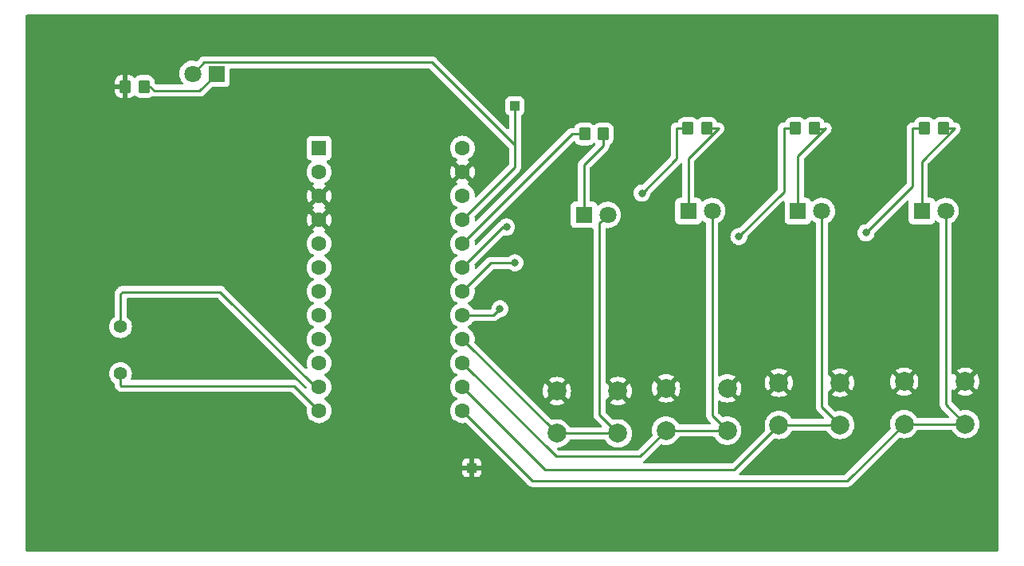
<source format=gbr>
%TF.GenerationSoftware,KiCad,Pcbnew,(6.0.1)*%
%TF.CreationDate,2023-09-06T20:42:38-07:00*%
%TF.ProjectId,Simon Says,53696d6f-6e20-4536-9179-732e6b696361,rev?*%
%TF.SameCoordinates,Original*%
%TF.FileFunction,Copper,L1,Top*%
%TF.FilePolarity,Positive*%
%FSLAX46Y46*%
G04 Gerber Fmt 4.6, Leading zero omitted, Abs format (unit mm)*
G04 Created by KiCad (PCBNEW (6.0.1)) date 2023-09-06 20:42:38*
%MOMM*%
%LPD*%
G01*
G04 APERTURE LIST*
G04 Aperture macros list*
%AMRoundRect*
0 Rectangle with rounded corners*
0 $1 Rounding radius*
0 $2 $3 $4 $5 $6 $7 $8 $9 X,Y pos of 4 corners*
0 Add a 4 corners polygon primitive as box body*
4,1,4,$2,$3,$4,$5,$6,$7,$8,$9,$2,$3,0*
0 Add four circle primitives for the rounded corners*
1,1,$1+$1,$2,$3*
1,1,$1+$1,$4,$5*
1,1,$1+$1,$6,$7*
1,1,$1+$1,$8,$9*
0 Add four rect primitives between the rounded corners*
20,1,$1+$1,$2,$3,$4,$5,0*
20,1,$1+$1,$4,$5,$6,$7,0*
20,1,$1+$1,$6,$7,$8,$9,0*
20,1,$1+$1,$8,$9,$2,$3,0*%
G04 Aperture macros list end*
%TA.AperFunction,ComponentPad*%
%ADD10C,1.398000*%
%TD*%
%TA.AperFunction,SMDPad,CuDef*%
%ADD11RoundRect,0.250000X0.350000X0.450000X-0.350000X0.450000X-0.350000X-0.450000X0.350000X-0.450000X0*%
%TD*%
%TA.AperFunction,SMDPad,CuDef*%
%ADD12RoundRect,0.250000X-0.350000X-0.450000X0.350000X-0.450000X0.350000X0.450000X-0.350000X0.450000X0*%
%TD*%
%TA.AperFunction,ComponentPad*%
%ADD13C,2.000000*%
%TD*%
%TA.AperFunction,SMDPad,CuDef*%
%ADD14R,1.000000X1.000000*%
%TD*%
%TA.AperFunction,ComponentPad*%
%ADD15R,1.800000X1.800000*%
%TD*%
%TA.AperFunction,ComponentPad*%
%ADD16C,1.800000*%
%TD*%
%TA.AperFunction,ComponentPad*%
%ADD17R,1.600000X1.600000*%
%TD*%
%TA.AperFunction,ComponentPad*%
%ADD18C,1.600000*%
%TD*%
%TA.AperFunction,ViaPad*%
%ADD19C,0.800000*%
%TD*%
%TA.AperFunction,Conductor*%
%ADD20C,0.250000*%
%TD*%
G04 APERTURE END LIST*
D10*
%TO.P,LS1,1,1*%
%TO.N,Net-(LS1-Pad1)*%
X61800000Y-89400000D03*
%TO.P,LS1,2,2*%
%TO.N,Net-(LS1-Pad2)*%
X61800000Y-84400000D03*
%TD*%
D11*
%TO.P,R5,1*%
%TO.N,Net-(D5-Pad1)*%
X64280000Y-58850000D03*
%TO.P,R5,2*%
%TO.N,GND*%
X62280000Y-58850000D03*
%TD*%
%TO.P,R4,1*%
%TO.N,Net-(D4-Pad1)*%
X149200000Y-63300000D03*
%TO.P,R4,2*%
%TO.N,/Y*%
X147200000Y-63300000D03*
%TD*%
%TO.P,R3,1*%
%TO.N,Net-(D3-Pad1)*%
X135500000Y-63300000D03*
%TO.P,R3,2*%
%TO.N,/B*%
X133500000Y-63300000D03*
%TD*%
%TO.P,R2,1*%
%TO.N,Net-(D2-Pad1)*%
X124100000Y-63300000D03*
%TO.P,R2,2*%
%TO.N,/G*%
X122100000Y-63300000D03*
%TD*%
D12*
%TO.P,R1,1*%
%TO.N,/R*%
X111100000Y-63900000D03*
%TO.P,R1,2*%
%TO.N,Net-(D1-Pad1)*%
X113100000Y-63900000D03*
%TD*%
D13*
%TO.P,SW3,1,1*%
%TO.N,GND*%
X131750000Y-90350000D03*
X138250000Y-90350000D03*
%TO.P,SW3,2,2*%
%TO.N,/SW3*%
X138250000Y-94850000D03*
X131750000Y-94850000D03*
%TD*%
D14*
%TO.P,TP2,1,1*%
%TO.N,VCC*%
X103700000Y-60900000D03*
%TD*%
D15*
%TO.P,D2,1,K*%
%TO.N,Net-(D2-Pad1)*%
X122125000Y-72100000D03*
D16*
%TO.P,D2,2,A*%
%TO.N,/SW2*%
X124665000Y-72100000D03*
%TD*%
D15*
%TO.P,D3,1,K*%
%TO.N,Net-(D3-Pad1)*%
X133760000Y-72100000D03*
D16*
%TO.P,D3,2,A*%
%TO.N,/SW3*%
X136300000Y-72100000D03*
%TD*%
D17*
%TO.P,U1,1,TX*%
%TO.N,unconnected-(U1-Pad1)*%
X82880000Y-65400000D03*
D18*
%TO.P,U1,2,RX*%
%TO.N,unconnected-(U1-Pad2)*%
X82880000Y-67940000D03*
%TO.P,U1,3,GND*%
%TO.N,GND*%
X82880000Y-70480000D03*
%TO.P,U1,4,GND*%
X82880000Y-73020000D03*
%TO.P,U1,5,SDA*%
%TO.N,unconnected-(U1-Pad5)*%
X82880000Y-75560000D03*
%TO.P,U1,6,SCL*%
%TO.N,unconnected-(U1-Pad6)*%
X82880000Y-78100000D03*
%TO.P,U1,7,D4*%
%TO.N,unconnected-(U1-Pad7)*%
X82880000Y-80640000D03*
%TO.P,U1,8,C6*%
%TO.N,unconnected-(U1-Pad8)*%
X82880000Y-83180000D03*
%TO.P,U1,9,D7*%
%TO.N,unconnected-(U1-Pad9)*%
X82880000Y-85720000D03*
%TO.P,U1,10,E6*%
%TO.N,unconnected-(U1-Pad10)*%
X82880000Y-88260000D03*
%TO.P,U1,11,B4*%
%TO.N,Net-(LS1-Pad2)*%
X82880000Y-90800000D03*
%TO.P,U1,12,B5*%
%TO.N,Net-(LS1-Pad1)*%
X82880000Y-93340000D03*
%TO.P,U1,13,B6*%
%TO.N,/SW4*%
X98120000Y-93340000D03*
%TO.P,U1,14,B2*%
%TO.N,/SW3*%
X98120000Y-90800000D03*
%TO.P,U1,15,B3*%
%TO.N,/SW2*%
X98120000Y-88260000D03*
%TO.P,U1,16,B1*%
%TO.N,/SW1*%
X98120000Y-85720000D03*
%TO.P,U1,17,F7*%
%TO.N,/Y*%
X98120000Y-83180000D03*
%TO.P,U1,18,F6*%
%TO.N,/B*%
X98120000Y-80640000D03*
%TO.P,U1,19,F5*%
%TO.N,/G*%
X98120000Y-78100000D03*
%TO.P,U1,20,F4*%
%TO.N,/R*%
X98120000Y-75560000D03*
%TO.P,U1,21,VCC*%
%TO.N,VCC*%
X98120000Y-73020000D03*
%TO.P,U1,22,RST*%
%TO.N,unconnected-(U1-Pad22)*%
X98120000Y-70480000D03*
%TO.P,U1,23,GND*%
%TO.N,GND*%
X98120000Y-67940000D03*
%TO.P,U1,24,RAW*%
%TO.N,unconnected-(U1-Pad24)*%
X98120000Y-65400000D03*
%TD*%
D14*
%TO.P,TP1,1,1*%
%TO.N,GND*%
X99100000Y-99400000D03*
%TD*%
D15*
%TO.P,D1,1,K*%
%TO.N,Net-(D1-Pad1)*%
X111025000Y-72500000D03*
D16*
%TO.P,D1,2,A*%
%TO.N,/SW1*%
X113565000Y-72500000D03*
%TD*%
D15*
%TO.P,D5,1,K*%
%TO.N,Net-(D5-Pad1)*%
X72000000Y-57500000D03*
D16*
%TO.P,D5,2,A*%
%TO.N,VCC*%
X69460000Y-57500000D03*
%TD*%
D13*
%TO.P,SW2,1,1*%
%TO.N,GND*%
X126250000Y-90950000D03*
X119750000Y-90950000D03*
%TO.P,SW2,2,2*%
%TO.N,/SW2*%
X126250000Y-95450000D03*
X119750000Y-95450000D03*
%TD*%
D15*
%TO.P,D4,1,K*%
%TO.N,Net-(D4-Pad1)*%
X146925000Y-72100000D03*
D16*
%TO.P,D4,2,A*%
%TO.N,/SW4*%
X149465000Y-72100000D03*
%TD*%
D13*
%TO.P,SW1,1,1*%
%TO.N,GND*%
X108150000Y-91250000D03*
X114650000Y-91250000D03*
%TO.P,SW1,2,2*%
%TO.N,/SW1*%
X108150000Y-95750000D03*
X114650000Y-95750000D03*
%TD*%
%TO.P,SW4,1,1*%
%TO.N,GND*%
X145050000Y-90250000D03*
X151550000Y-90250000D03*
%TO.P,SW4,2,2*%
%TO.N,/SW4*%
X145050000Y-94750000D03*
X151550000Y-94750000D03*
%TD*%
D19*
%TO.N,/G*%
X102800000Y-73800000D03*
X117200000Y-70200000D03*
%TO.N,/B*%
X103700000Y-77600000D03*
X127500000Y-74800000D03*
%TO.N,/Y*%
X141000000Y-74400000D03*
X102100000Y-82500000D03*
%TD*%
D20*
%TO.N,Net-(D5-Pad1)*%
X64950000Y-58850000D02*
X64280000Y-58850000D01*
X65400000Y-59300000D02*
X64950000Y-58850000D01*
%TO.N,Net-(LS1-Pad2)*%
X61800000Y-80900000D02*
X61800000Y-84400000D01*
X62000000Y-80700000D02*
X61800000Y-80900000D01*
%TO.N,Net-(LS1-Pad1)*%
X61900000Y-90700000D02*
X61800000Y-90600000D01*
X61800000Y-90600000D02*
X61800000Y-89400000D01*
%TO.N,Net-(LS1-Pad2)*%
X82500000Y-90800000D02*
X82880000Y-90800000D01*
X72400000Y-80700000D02*
X82500000Y-90800000D01*
X62000000Y-80700000D02*
X72400000Y-80700000D01*
%TO.N,Net-(LS1-Pad1)*%
X61900000Y-90700000D02*
X80240000Y-90700000D01*
%TO.N,Net-(D4-Pad1)*%
X150425000Y-63300000D02*
X149200000Y-63300000D01*
%TO.N,/Y*%
X145975000Y-63300000D02*
X147200000Y-63300000D01*
%TO.N,/B*%
X132275000Y-63300000D02*
X133500000Y-63300000D01*
%TO.N,Net-(D3-Pad1)*%
X135562500Y-63362500D02*
X135500000Y-63300000D01*
X136662500Y-63362500D02*
X135562500Y-63362500D01*
X136662500Y-63362500D02*
X136725000Y-63300000D01*
X133760000Y-66265000D02*
X136662500Y-63362500D01*
%TO.N,Net-(D2-Pad1)*%
X125325000Y-63300000D02*
X124100000Y-63300000D01*
%TO.N,/G*%
X120875000Y-63300000D02*
X122100000Y-63300000D01*
%TO.N,/R*%
X98120000Y-75560000D02*
X109780000Y-63900000D01*
X109780000Y-63900000D02*
X111100000Y-63900000D01*
%TO.N,Net-(D1-Pad1)*%
X113100000Y-65125000D02*
X113100000Y-63900000D01*
X111025000Y-67200000D02*
X113100000Y-65125000D01*
X111025000Y-72500000D02*
X111025000Y-67200000D01*
%TO.N,/SW1*%
X112665000Y-73400000D02*
X112665000Y-93765000D01*
X113565000Y-72500000D02*
X112665000Y-73400000D01*
X114650000Y-95750000D02*
X108150000Y-95750000D01*
X108150000Y-95750000D02*
X98120000Y-85720000D01*
X112665000Y-93765000D02*
X114650000Y-95750000D01*
%TO.N,Net-(D2-Pad1)*%
X122125000Y-66500000D02*
X125325000Y-63300000D01*
X122125000Y-72100000D02*
X122125000Y-66500000D01*
%TO.N,/SW2*%
X108060000Y-98200000D02*
X117000000Y-98200000D01*
X117000000Y-98200000D02*
X119750000Y-95450000D01*
X126250000Y-95450000D02*
X119750000Y-95450000D01*
X98120000Y-88260000D02*
X108060000Y-98200000D01*
X124665000Y-93865000D02*
X126250000Y-95450000D01*
X124665000Y-72100000D02*
X124665000Y-93865000D01*
%TO.N,Net-(D3-Pad1)*%
X133760000Y-72100000D02*
X133760000Y-66265000D01*
%TO.N,/SW3*%
X98120000Y-90800000D02*
X106920000Y-99600000D01*
X136300000Y-72100000D02*
X136300000Y-92900000D01*
X136300000Y-92900000D02*
X138250000Y-94850000D01*
X127000000Y-99600000D02*
X131750000Y-94850000D01*
X106920000Y-99600000D02*
X127000000Y-99600000D01*
X138250000Y-94850000D02*
X131750000Y-94850000D01*
%TO.N,Net-(D4-Pad1)*%
X146925000Y-72100000D02*
X146925000Y-66800000D01*
X146925000Y-66800000D02*
X150425000Y-63300000D01*
%TO.N,/SW4*%
X151550000Y-94750000D02*
X145050000Y-94750000D01*
X149465000Y-72100000D02*
X149465000Y-92665000D01*
X98120000Y-93340000D02*
X105580000Y-100800000D01*
X139000000Y-100800000D02*
X145050000Y-94750000D01*
X105580000Y-100800000D02*
X139000000Y-100800000D01*
X149465000Y-92665000D02*
X151550000Y-94750000D01*
%TO.N,Net-(LS1-Pad1)*%
X80240000Y-90700000D02*
X82880000Y-93340000D01*
%TO.N,/G*%
X102800000Y-73800000D02*
X102420000Y-73800000D01*
X120875000Y-63300000D02*
X120875000Y-66525000D01*
X120875000Y-66525000D02*
X117200000Y-70200000D01*
X102420000Y-73800000D02*
X98120000Y-78100000D01*
%TO.N,/B*%
X132275000Y-63300000D02*
X132275000Y-70025000D01*
X103700000Y-77600000D02*
X101160000Y-77600000D01*
X101160000Y-77600000D02*
X98120000Y-80640000D01*
X132275000Y-70025000D02*
X127500000Y-74800000D01*
%TO.N,/Y*%
X145975000Y-63300000D02*
X145975000Y-69425000D01*
X101420000Y-83180000D02*
X98120000Y-83180000D01*
X145975000Y-69425000D02*
X141000000Y-74400000D01*
X102100000Y-82500000D02*
X101420000Y-83180000D01*
%TO.N,VCC*%
X103700000Y-60900000D02*
X103700000Y-65100000D01*
X103700000Y-65100000D02*
X103700000Y-67440000D01*
X70684511Y-56275489D02*
X94875489Y-56275489D01*
X103700000Y-67440000D02*
X98120000Y-73020000D01*
X94875489Y-56275489D02*
X103700000Y-65100000D01*
X69460000Y-57500000D02*
X70684511Y-56275489D01*
%TO.N,Net-(D5-Pad1)*%
X70200000Y-59300000D02*
X72000000Y-57500000D01*
X65400000Y-59300000D02*
X70200000Y-59300000D01*
%TD*%
%TA.AperFunction,Conductor*%
%TO.N,GND*%
G36*
X155034121Y-51228002D02*
G01*
X155080614Y-51281658D01*
X155092000Y-51334000D01*
X155092000Y-108166000D01*
X155071998Y-108234121D01*
X155018342Y-108280614D01*
X154966000Y-108292000D01*
X51834000Y-108292000D01*
X51765879Y-108271998D01*
X51719386Y-108218342D01*
X51708000Y-108166000D01*
X51708000Y-99944669D01*
X98092001Y-99944669D01*
X98092371Y-99951490D01*
X98097895Y-100002352D01*
X98101521Y-100017604D01*
X98146676Y-100138054D01*
X98155214Y-100153649D01*
X98231715Y-100255724D01*
X98244276Y-100268285D01*
X98346351Y-100344786D01*
X98361946Y-100353324D01*
X98482394Y-100398478D01*
X98497649Y-100402105D01*
X98548514Y-100407631D01*
X98555328Y-100408000D01*
X98827885Y-100408000D01*
X98843124Y-100403525D01*
X98844329Y-100402135D01*
X98846000Y-100394452D01*
X98846000Y-100389884D01*
X99354000Y-100389884D01*
X99358475Y-100405123D01*
X99359865Y-100406328D01*
X99367548Y-100407999D01*
X99644669Y-100407999D01*
X99651490Y-100407629D01*
X99702352Y-100402105D01*
X99717604Y-100398479D01*
X99838054Y-100353324D01*
X99853649Y-100344786D01*
X99955724Y-100268285D01*
X99968285Y-100255724D01*
X100044786Y-100153649D01*
X100053324Y-100138054D01*
X100098478Y-100017606D01*
X100102105Y-100002351D01*
X100107631Y-99951486D01*
X100108000Y-99944672D01*
X100108000Y-99672115D01*
X100103525Y-99656876D01*
X100102135Y-99655671D01*
X100094452Y-99654000D01*
X99372115Y-99654000D01*
X99356876Y-99658475D01*
X99355671Y-99659865D01*
X99354000Y-99667548D01*
X99354000Y-100389884D01*
X98846000Y-100389884D01*
X98846000Y-99672115D01*
X98841525Y-99656876D01*
X98840135Y-99655671D01*
X98832452Y-99654000D01*
X98110116Y-99654000D01*
X98094877Y-99658475D01*
X98093672Y-99659865D01*
X98092001Y-99667548D01*
X98092001Y-99944669D01*
X51708000Y-99944669D01*
X51708000Y-99127885D01*
X98092000Y-99127885D01*
X98096475Y-99143124D01*
X98097865Y-99144329D01*
X98105548Y-99146000D01*
X98827885Y-99146000D01*
X98843124Y-99141525D01*
X98844329Y-99140135D01*
X98846000Y-99132452D01*
X98846000Y-99127885D01*
X99354000Y-99127885D01*
X99358475Y-99143124D01*
X99359865Y-99144329D01*
X99367548Y-99146000D01*
X100089884Y-99146000D01*
X100105123Y-99141525D01*
X100106328Y-99140135D01*
X100107999Y-99132452D01*
X100107999Y-98855331D01*
X100107629Y-98848510D01*
X100102105Y-98797648D01*
X100098479Y-98782396D01*
X100053324Y-98661946D01*
X100044786Y-98646351D01*
X99968285Y-98544276D01*
X99955724Y-98531715D01*
X99853649Y-98455214D01*
X99838054Y-98446676D01*
X99717606Y-98401522D01*
X99702351Y-98397895D01*
X99651486Y-98392369D01*
X99644672Y-98392000D01*
X99372115Y-98392000D01*
X99356876Y-98396475D01*
X99355671Y-98397865D01*
X99354000Y-98405548D01*
X99354000Y-99127885D01*
X98846000Y-99127885D01*
X98846000Y-98410116D01*
X98841525Y-98394877D01*
X98840135Y-98393672D01*
X98832452Y-98392001D01*
X98555331Y-98392001D01*
X98548510Y-98392371D01*
X98497648Y-98397895D01*
X98482396Y-98401521D01*
X98361946Y-98446676D01*
X98346351Y-98455214D01*
X98244276Y-98531715D01*
X98231715Y-98544276D01*
X98155214Y-98646351D01*
X98146676Y-98661946D01*
X98101522Y-98782394D01*
X98097895Y-98797649D01*
X98092369Y-98848514D01*
X98092000Y-98855328D01*
X98092000Y-99127885D01*
X51708000Y-99127885D01*
X51708000Y-89400000D01*
X60587888Y-89400000D01*
X60606303Y-89610481D01*
X60607727Y-89615795D01*
X60607727Y-89615796D01*
X60654577Y-89790643D01*
X60660987Y-89814567D01*
X60663309Y-89819548D01*
X60663310Y-89819549D01*
X60726799Y-89955700D01*
X60750280Y-90006056D01*
X60871468Y-90179131D01*
X61020869Y-90328532D01*
X61025377Y-90331689D01*
X61025380Y-90331691D01*
X61112771Y-90392883D01*
X61157099Y-90448340D01*
X61166500Y-90496096D01*
X61166500Y-90521233D01*
X61165973Y-90532416D01*
X61164298Y-90539909D01*
X61164547Y-90547835D01*
X61164547Y-90547836D01*
X61166438Y-90607986D01*
X61166500Y-90611945D01*
X61166500Y-90639856D01*
X61166997Y-90643790D01*
X61166997Y-90643791D01*
X61167005Y-90643856D01*
X61167938Y-90655693D01*
X61169327Y-90699889D01*
X61174978Y-90719339D01*
X61178987Y-90738700D01*
X61181526Y-90758797D01*
X61184445Y-90766168D01*
X61184445Y-90766170D01*
X61197804Y-90799912D01*
X61201649Y-90811142D01*
X61204807Y-90822012D01*
X61213982Y-90853593D01*
X61218015Y-90860412D01*
X61218017Y-90860417D01*
X61224293Y-90871028D01*
X61232988Y-90888776D01*
X61240448Y-90907617D01*
X61245110Y-90914033D01*
X61245110Y-90914034D01*
X61266436Y-90943387D01*
X61272952Y-90953307D01*
X61295458Y-90991362D01*
X61309779Y-91005683D01*
X61322619Y-91020716D01*
X61334528Y-91037107D01*
X61340634Y-91042158D01*
X61368605Y-91065298D01*
X61377384Y-91073288D01*
X61396343Y-91092247D01*
X61403887Y-91100537D01*
X61408000Y-91107018D01*
X61413777Y-91112443D01*
X61457667Y-91153658D01*
X61460509Y-91156413D01*
X61480230Y-91176134D01*
X61483425Y-91178612D01*
X61492447Y-91186318D01*
X61524679Y-91216586D01*
X61531628Y-91220406D01*
X61542432Y-91226346D01*
X61558956Y-91237199D01*
X61574959Y-91249613D01*
X61615543Y-91267176D01*
X61626173Y-91272383D01*
X61664940Y-91293695D01*
X61672617Y-91295666D01*
X61672622Y-91295668D01*
X61684558Y-91298732D01*
X61703266Y-91305137D01*
X61721855Y-91313181D01*
X61729680Y-91314420D01*
X61729682Y-91314421D01*
X61765519Y-91320097D01*
X61777140Y-91322504D01*
X61812289Y-91331528D01*
X61819970Y-91333500D01*
X61840231Y-91333500D01*
X61859940Y-91335051D01*
X61879943Y-91338219D01*
X61887835Y-91337473D01*
X61893062Y-91336979D01*
X61923954Y-91334059D01*
X61935811Y-91333500D01*
X79925406Y-91333500D01*
X79993527Y-91353502D01*
X80014501Y-91370405D01*
X81570848Y-92926752D01*
X81604874Y-92989064D01*
X81603459Y-93048459D01*
X81587882Y-93106591D01*
X81587881Y-93106598D01*
X81586457Y-93111913D01*
X81566502Y-93340000D01*
X81586457Y-93568087D01*
X81587880Y-93573398D01*
X81587881Y-93573402D01*
X81643248Y-93780031D01*
X81645716Y-93789243D01*
X81648039Y-93794224D01*
X81648039Y-93794225D01*
X81740151Y-93991762D01*
X81740154Y-93991767D01*
X81742477Y-93996749D01*
X81798069Y-94076142D01*
X81870115Y-94179034D01*
X81873802Y-94184300D01*
X82035700Y-94346198D01*
X82040208Y-94349355D01*
X82040211Y-94349357D01*
X82094282Y-94387218D01*
X82223251Y-94477523D01*
X82228233Y-94479846D01*
X82228238Y-94479849D01*
X82401377Y-94560584D01*
X82430757Y-94574284D01*
X82436065Y-94575706D01*
X82436067Y-94575707D01*
X82646598Y-94632119D01*
X82646600Y-94632119D01*
X82651913Y-94633543D01*
X82880000Y-94653498D01*
X83108087Y-94633543D01*
X83113400Y-94632119D01*
X83113402Y-94632119D01*
X83323933Y-94575707D01*
X83323935Y-94575706D01*
X83329243Y-94574284D01*
X83358623Y-94560584D01*
X83531762Y-94479849D01*
X83531767Y-94479846D01*
X83536749Y-94477523D01*
X83665718Y-94387218D01*
X83719789Y-94349357D01*
X83719792Y-94349355D01*
X83724300Y-94346198D01*
X83886198Y-94184300D01*
X83889886Y-94179034D01*
X83961931Y-94076142D01*
X84017523Y-93996749D01*
X84019846Y-93991767D01*
X84019849Y-93991762D01*
X84111961Y-93794225D01*
X84111961Y-93794224D01*
X84114284Y-93789243D01*
X84116753Y-93780031D01*
X84172119Y-93573402D01*
X84172120Y-93573398D01*
X84173543Y-93568087D01*
X84193498Y-93340000D01*
X84173543Y-93111913D01*
X84171806Y-93105431D01*
X84115707Y-92896067D01*
X84115706Y-92896065D01*
X84114284Y-92890757D01*
X84104806Y-92870431D01*
X84019849Y-92688238D01*
X84019846Y-92688233D01*
X84017523Y-92683251D01*
X83886198Y-92495700D01*
X83724300Y-92333802D01*
X83719792Y-92330645D01*
X83719789Y-92330643D01*
X83584360Y-92235815D01*
X83536749Y-92202477D01*
X83531767Y-92200154D01*
X83531762Y-92200151D01*
X83497543Y-92184195D01*
X83444258Y-92137278D01*
X83424797Y-92069001D01*
X83445339Y-92001041D01*
X83497543Y-91955805D01*
X83531762Y-91939849D01*
X83531767Y-91939846D01*
X83536749Y-91937523D01*
X83717328Y-91811080D01*
X83719789Y-91809357D01*
X83719792Y-91809355D01*
X83724300Y-91806198D01*
X83886198Y-91644300D01*
X83894697Y-91632163D01*
X83999765Y-91482110D01*
X84017523Y-91456749D01*
X84019846Y-91451767D01*
X84019849Y-91451762D01*
X84111961Y-91254225D01*
X84111961Y-91254224D01*
X84114284Y-91249243D01*
X84116649Y-91240420D01*
X84172119Y-91033402D01*
X84172120Y-91033398D01*
X84173543Y-91028087D01*
X84193498Y-90800000D01*
X84173543Y-90571913D01*
X84167092Y-90547836D01*
X84115707Y-90356067D01*
X84115706Y-90356065D01*
X84114284Y-90350757D01*
X84107957Y-90337188D01*
X84019849Y-90148238D01*
X84019846Y-90148233D01*
X84017523Y-90143251D01*
X83907037Y-89985461D01*
X83889357Y-89960211D01*
X83889355Y-89960208D01*
X83886198Y-89955700D01*
X83724300Y-89793802D01*
X83719792Y-89790645D01*
X83719789Y-89790643D01*
X83615087Y-89717330D01*
X83536749Y-89662477D01*
X83531767Y-89660154D01*
X83531762Y-89660151D01*
X83497543Y-89644195D01*
X83444258Y-89597278D01*
X83424797Y-89529001D01*
X83445339Y-89461041D01*
X83497543Y-89415805D01*
X83531762Y-89399849D01*
X83531767Y-89399846D01*
X83536749Y-89397523D01*
X83641611Y-89324098D01*
X83719789Y-89269357D01*
X83719792Y-89269355D01*
X83724300Y-89266198D01*
X83886198Y-89104300D01*
X84017523Y-88916749D01*
X84019846Y-88911767D01*
X84019849Y-88911762D01*
X84111961Y-88714225D01*
X84111961Y-88714224D01*
X84114284Y-88709243D01*
X84140626Y-88610936D01*
X84172119Y-88493402D01*
X84172119Y-88493400D01*
X84173543Y-88488087D01*
X84193498Y-88260000D01*
X84173543Y-88031913D01*
X84114284Y-87810757D01*
X84111961Y-87805775D01*
X84019849Y-87608238D01*
X84019846Y-87608233D01*
X84017523Y-87603251D01*
X83886198Y-87415700D01*
X83724300Y-87253802D01*
X83719792Y-87250645D01*
X83719789Y-87250643D01*
X83641611Y-87195902D01*
X83536749Y-87122477D01*
X83531767Y-87120154D01*
X83531762Y-87120151D01*
X83497543Y-87104195D01*
X83444258Y-87057278D01*
X83424797Y-86989001D01*
X83445339Y-86921041D01*
X83497543Y-86875805D01*
X83531762Y-86859849D01*
X83531767Y-86859846D01*
X83536749Y-86857523D01*
X83641611Y-86784098D01*
X83719789Y-86729357D01*
X83719792Y-86729355D01*
X83724300Y-86726198D01*
X83886198Y-86564300D01*
X84017523Y-86376749D01*
X84019846Y-86371767D01*
X84019849Y-86371762D01*
X84111961Y-86174225D01*
X84111961Y-86174224D01*
X84114284Y-86169243D01*
X84140626Y-86070936D01*
X84172119Y-85953402D01*
X84172119Y-85953400D01*
X84173543Y-85948087D01*
X84193498Y-85720000D01*
X84173543Y-85491913D01*
X84162860Y-85452043D01*
X84115707Y-85276067D01*
X84115706Y-85276065D01*
X84114284Y-85270757D01*
X84073375Y-85183026D01*
X84019849Y-85068238D01*
X84019846Y-85068233D01*
X84017523Y-85063251D01*
X83886198Y-84875700D01*
X83724300Y-84713802D01*
X83719792Y-84710645D01*
X83719789Y-84710643D01*
X83584333Y-84615796D01*
X83536749Y-84582477D01*
X83531767Y-84580154D01*
X83531762Y-84580151D01*
X83497543Y-84564195D01*
X83444258Y-84517278D01*
X83424797Y-84449001D01*
X83445339Y-84381041D01*
X83497543Y-84335805D01*
X83531762Y-84319849D01*
X83531767Y-84319846D01*
X83536749Y-84317523D01*
X83711731Y-84194999D01*
X83719789Y-84189357D01*
X83719792Y-84189355D01*
X83724300Y-84186198D01*
X83886198Y-84024300D01*
X83916902Y-83980451D01*
X83944098Y-83941611D01*
X84017523Y-83836749D01*
X84019846Y-83831767D01*
X84019849Y-83831762D01*
X84111961Y-83634225D01*
X84111961Y-83634224D01*
X84114284Y-83629243D01*
X84117572Y-83616974D01*
X84172119Y-83413402D01*
X84172119Y-83413400D01*
X84173543Y-83408087D01*
X84193498Y-83180000D01*
X84173543Y-82951913D01*
X84114284Y-82730757D01*
X84092185Y-82683365D01*
X84019849Y-82528238D01*
X84019846Y-82528233D01*
X84017523Y-82523251D01*
X83886198Y-82335700D01*
X83724300Y-82173802D01*
X83719792Y-82170645D01*
X83719789Y-82170643D01*
X83641611Y-82115902D01*
X83536749Y-82042477D01*
X83531767Y-82040154D01*
X83531762Y-82040151D01*
X83497543Y-82024195D01*
X83444258Y-81977278D01*
X83424797Y-81909001D01*
X83445339Y-81841041D01*
X83497543Y-81795805D01*
X83531762Y-81779849D01*
X83531767Y-81779846D01*
X83536749Y-81777523D01*
X83641611Y-81704098D01*
X83719789Y-81649357D01*
X83719792Y-81649355D01*
X83724300Y-81646198D01*
X83886198Y-81484300D01*
X84017523Y-81296749D01*
X84019846Y-81291767D01*
X84019849Y-81291762D01*
X84111961Y-81094225D01*
X84111961Y-81094224D01*
X84114284Y-81089243D01*
X84158572Y-80923961D01*
X84172119Y-80873402D01*
X84172119Y-80873400D01*
X84173543Y-80868087D01*
X84193498Y-80640000D01*
X84173543Y-80411913D01*
X84171046Y-80402593D01*
X84115707Y-80196067D01*
X84115706Y-80196065D01*
X84114284Y-80190757D01*
X84106308Y-80173652D01*
X84019849Y-79988238D01*
X84019846Y-79988233D01*
X84017523Y-79983251D01*
X83886198Y-79795700D01*
X83724300Y-79633802D01*
X83719792Y-79630645D01*
X83719789Y-79630643D01*
X83641611Y-79575902D01*
X83536749Y-79502477D01*
X83531767Y-79500154D01*
X83531762Y-79500151D01*
X83497543Y-79484195D01*
X83444258Y-79437278D01*
X83424797Y-79369001D01*
X83445339Y-79301041D01*
X83497543Y-79255805D01*
X83531762Y-79239849D01*
X83531767Y-79239846D01*
X83536749Y-79237523D01*
X83641611Y-79164098D01*
X83719789Y-79109357D01*
X83719792Y-79109355D01*
X83724300Y-79106198D01*
X83886198Y-78944300D01*
X84017523Y-78756749D01*
X84019846Y-78751767D01*
X84019849Y-78751762D01*
X84111961Y-78554225D01*
X84111961Y-78554224D01*
X84114284Y-78549243D01*
X84135841Y-78468794D01*
X84172119Y-78333402D01*
X84172119Y-78333400D01*
X84173543Y-78328087D01*
X84193498Y-78100000D01*
X84173543Y-77871913D01*
X84172117Y-77866591D01*
X84115707Y-77656067D01*
X84115706Y-77656065D01*
X84114284Y-77650757D01*
X84090616Y-77600000D01*
X84019849Y-77448238D01*
X84019846Y-77448233D01*
X84017523Y-77443251D01*
X83886198Y-77255700D01*
X83724300Y-77093802D01*
X83719792Y-77090645D01*
X83719789Y-77090643D01*
X83632240Y-77029341D01*
X83536749Y-76962477D01*
X83531767Y-76960154D01*
X83531762Y-76960151D01*
X83497543Y-76944195D01*
X83444258Y-76897278D01*
X83424797Y-76829001D01*
X83445339Y-76761041D01*
X83497543Y-76715805D01*
X83531762Y-76699849D01*
X83531767Y-76699846D01*
X83536749Y-76697523D01*
X83641611Y-76624098D01*
X83719789Y-76569357D01*
X83719792Y-76569355D01*
X83724300Y-76566198D01*
X83886198Y-76404300D01*
X84017523Y-76216749D01*
X84019846Y-76211767D01*
X84019849Y-76211762D01*
X84111961Y-76014225D01*
X84111961Y-76014224D01*
X84114284Y-76009243D01*
X84173543Y-75788087D01*
X84193498Y-75560000D01*
X84173543Y-75331913D01*
X84172117Y-75326591D01*
X84115707Y-75116067D01*
X84115706Y-75116065D01*
X84114284Y-75110757D01*
X84097123Y-75073955D01*
X84019849Y-74908238D01*
X84019846Y-74908233D01*
X84017523Y-74903251D01*
X83916552Y-74759050D01*
X83889357Y-74720211D01*
X83889355Y-74720208D01*
X83886198Y-74715700D01*
X83724300Y-74553802D01*
X83719792Y-74550645D01*
X83719789Y-74550643D01*
X83622826Y-74482749D01*
X83536749Y-74422477D01*
X83531767Y-74420154D01*
X83531762Y-74420151D01*
X83496951Y-74403919D01*
X83443666Y-74357002D01*
X83424205Y-74288725D01*
X83444747Y-74220765D01*
X83496951Y-74175529D01*
X83531511Y-74159414D01*
X83541006Y-74153931D01*
X83593048Y-74117491D01*
X83601424Y-74107012D01*
X83594356Y-74093566D01*
X82892812Y-73392022D01*
X82878868Y-73384408D01*
X82877035Y-73384539D01*
X82870420Y-73388790D01*
X82164923Y-74094287D01*
X82158493Y-74106062D01*
X82167789Y-74118077D01*
X82218994Y-74153931D01*
X82228489Y-74159414D01*
X82263049Y-74175529D01*
X82316334Y-74222446D01*
X82335795Y-74290723D01*
X82315253Y-74358683D01*
X82263049Y-74403919D01*
X82228238Y-74420151D01*
X82228233Y-74420154D01*
X82223251Y-74422477D01*
X82137174Y-74482749D01*
X82040211Y-74550643D01*
X82040208Y-74550645D01*
X82035700Y-74553802D01*
X81873802Y-74715700D01*
X81870645Y-74720208D01*
X81870643Y-74720211D01*
X81843448Y-74759050D01*
X81742477Y-74903251D01*
X81740154Y-74908233D01*
X81740151Y-74908238D01*
X81662877Y-75073955D01*
X81645716Y-75110757D01*
X81644294Y-75116065D01*
X81644293Y-75116067D01*
X81587883Y-75326591D01*
X81586457Y-75331913D01*
X81566502Y-75560000D01*
X81586457Y-75788087D01*
X81645716Y-76009243D01*
X81648039Y-76014224D01*
X81648039Y-76014225D01*
X81740151Y-76211762D01*
X81740154Y-76211767D01*
X81742477Y-76216749D01*
X81873802Y-76404300D01*
X82035700Y-76566198D01*
X82040208Y-76569355D01*
X82040211Y-76569357D01*
X82118389Y-76624098D01*
X82223251Y-76697523D01*
X82228233Y-76699846D01*
X82228238Y-76699849D01*
X82262457Y-76715805D01*
X82315742Y-76762722D01*
X82335203Y-76830999D01*
X82314661Y-76898959D01*
X82262457Y-76944195D01*
X82228238Y-76960151D01*
X82228233Y-76960154D01*
X82223251Y-76962477D01*
X82127760Y-77029341D01*
X82040211Y-77090643D01*
X82040208Y-77090645D01*
X82035700Y-77093802D01*
X81873802Y-77255700D01*
X81742477Y-77443251D01*
X81740154Y-77448233D01*
X81740151Y-77448238D01*
X81669384Y-77600000D01*
X81645716Y-77650757D01*
X81644294Y-77656065D01*
X81644293Y-77656067D01*
X81587883Y-77866591D01*
X81586457Y-77871913D01*
X81566502Y-78100000D01*
X81586457Y-78328087D01*
X81587881Y-78333400D01*
X81587881Y-78333402D01*
X81624160Y-78468794D01*
X81645716Y-78549243D01*
X81648039Y-78554224D01*
X81648039Y-78554225D01*
X81740151Y-78751762D01*
X81740154Y-78751767D01*
X81742477Y-78756749D01*
X81873802Y-78944300D01*
X82035700Y-79106198D01*
X82040208Y-79109355D01*
X82040211Y-79109357D01*
X82118389Y-79164098D01*
X82223251Y-79237523D01*
X82228233Y-79239846D01*
X82228238Y-79239849D01*
X82262457Y-79255805D01*
X82315742Y-79302722D01*
X82335203Y-79370999D01*
X82314661Y-79438959D01*
X82262457Y-79484195D01*
X82228238Y-79500151D01*
X82228233Y-79500154D01*
X82223251Y-79502477D01*
X82118389Y-79575902D01*
X82040211Y-79630643D01*
X82040208Y-79630645D01*
X82035700Y-79633802D01*
X81873802Y-79795700D01*
X81742477Y-79983251D01*
X81740154Y-79988233D01*
X81740151Y-79988238D01*
X81653692Y-80173652D01*
X81645716Y-80190757D01*
X81644294Y-80196065D01*
X81644293Y-80196067D01*
X81588954Y-80402593D01*
X81586457Y-80411913D01*
X81566502Y-80640000D01*
X81586457Y-80868087D01*
X81587881Y-80873400D01*
X81587881Y-80873402D01*
X81601429Y-80923961D01*
X81645716Y-81089243D01*
X81648039Y-81094224D01*
X81648039Y-81094225D01*
X81740151Y-81291762D01*
X81740154Y-81291767D01*
X81742477Y-81296749D01*
X81873802Y-81484300D01*
X82035700Y-81646198D01*
X82040208Y-81649355D01*
X82040211Y-81649357D01*
X82118389Y-81704098D01*
X82223251Y-81777523D01*
X82228233Y-81779846D01*
X82228238Y-81779849D01*
X82262457Y-81795805D01*
X82315742Y-81842722D01*
X82335203Y-81910999D01*
X82314661Y-81978959D01*
X82262457Y-82024195D01*
X82228238Y-82040151D01*
X82228233Y-82040154D01*
X82223251Y-82042477D01*
X82118389Y-82115902D01*
X82040211Y-82170643D01*
X82040208Y-82170645D01*
X82035700Y-82173802D01*
X81873802Y-82335700D01*
X81742477Y-82523251D01*
X81740154Y-82528233D01*
X81740151Y-82528238D01*
X81667815Y-82683365D01*
X81645716Y-82730757D01*
X81586457Y-82951913D01*
X81566502Y-83180000D01*
X81586457Y-83408087D01*
X81587881Y-83413400D01*
X81587881Y-83413402D01*
X81642429Y-83616974D01*
X81645716Y-83629243D01*
X81648039Y-83634224D01*
X81648039Y-83634225D01*
X81740151Y-83831762D01*
X81740154Y-83831767D01*
X81742477Y-83836749D01*
X81815902Y-83941611D01*
X81843099Y-83980451D01*
X81873802Y-84024300D01*
X82035700Y-84186198D01*
X82040208Y-84189355D01*
X82040211Y-84189357D01*
X82048269Y-84194999D01*
X82223251Y-84317523D01*
X82228233Y-84319846D01*
X82228238Y-84319849D01*
X82262457Y-84335805D01*
X82315742Y-84382722D01*
X82335203Y-84450999D01*
X82314661Y-84518959D01*
X82262457Y-84564195D01*
X82228238Y-84580151D01*
X82228233Y-84580154D01*
X82223251Y-84582477D01*
X82175667Y-84615796D01*
X82040211Y-84710643D01*
X82040208Y-84710645D01*
X82035700Y-84713802D01*
X81873802Y-84875700D01*
X81742477Y-85063251D01*
X81740154Y-85068233D01*
X81740151Y-85068238D01*
X81686625Y-85183026D01*
X81645716Y-85270757D01*
X81644294Y-85276065D01*
X81644293Y-85276067D01*
X81597140Y-85452043D01*
X81586457Y-85491913D01*
X81566502Y-85720000D01*
X81586457Y-85948087D01*
X81587881Y-85953400D01*
X81587881Y-85953402D01*
X81619375Y-86070936D01*
X81645716Y-86169243D01*
X81648039Y-86174224D01*
X81648039Y-86174225D01*
X81740151Y-86371762D01*
X81740154Y-86371767D01*
X81742477Y-86376749D01*
X81873802Y-86564300D01*
X82035700Y-86726198D01*
X82040208Y-86729355D01*
X82040211Y-86729357D01*
X82118389Y-86784098D01*
X82223251Y-86857523D01*
X82228233Y-86859846D01*
X82228238Y-86859849D01*
X82262457Y-86875805D01*
X82315742Y-86922722D01*
X82335203Y-86990999D01*
X82314661Y-87058959D01*
X82262457Y-87104195D01*
X82228238Y-87120151D01*
X82228233Y-87120154D01*
X82223251Y-87122477D01*
X82118389Y-87195902D01*
X82040211Y-87250643D01*
X82040208Y-87250645D01*
X82035700Y-87253802D01*
X81873802Y-87415700D01*
X81742477Y-87603251D01*
X81740154Y-87608233D01*
X81740151Y-87608238D01*
X81648039Y-87805775D01*
X81645716Y-87810757D01*
X81586457Y-88031913D01*
X81566502Y-88260000D01*
X81586457Y-88488087D01*
X81587881Y-88493400D01*
X81587881Y-88493402D01*
X81619375Y-88610936D01*
X81645716Y-88709243D01*
X81647068Y-88712143D01*
X81651526Y-88782287D01*
X81617008Y-88844327D01*
X81554428Y-88877857D01*
X81483655Y-88872231D01*
X81439527Y-88843623D01*
X77476116Y-84880211D01*
X72903652Y-80307747D01*
X72896112Y-80299461D01*
X72892000Y-80292982D01*
X72842348Y-80246356D01*
X72839507Y-80243602D01*
X72819770Y-80223865D01*
X72816573Y-80221385D01*
X72807551Y-80213680D01*
X72788795Y-80196067D01*
X72775321Y-80183414D01*
X72768375Y-80179595D01*
X72768372Y-80179593D01*
X72757566Y-80173652D01*
X72741047Y-80162801D01*
X72740583Y-80162441D01*
X72725041Y-80150386D01*
X72717772Y-80147241D01*
X72717768Y-80147238D01*
X72684463Y-80132826D01*
X72673813Y-80127609D01*
X72635060Y-80106305D01*
X72615437Y-80101267D01*
X72596734Y-80094863D01*
X72585420Y-80089967D01*
X72585419Y-80089967D01*
X72578145Y-80086819D01*
X72570322Y-80085580D01*
X72570312Y-80085577D01*
X72534476Y-80079901D01*
X72522856Y-80077495D01*
X72487711Y-80068472D01*
X72487710Y-80068472D01*
X72480030Y-80066500D01*
X72459776Y-80066500D01*
X72440065Y-80064949D01*
X72427886Y-80063020D01*
X72420057Y-80061780D01*
X72390786Y-80064547D01*
X72376039Y-80065941D01*
X72364181Y-80066500D01*
X62078768Y-80066500D01*
X62067585Y-80065973D01*
X62060092Y-80064298D01*
X62052166Y-80064547D01*
X62052165Y-80064547D01*
X61992002Y-80066438D01*
X61988044Y-80066500D01*
X61960144Y-80066500D01*
X61956154Y-80067004D01*
X61944320Y-80067936D01*
X61900111Y-80069326D01*
X61892497Y-80071538D01*
X61892492Y-80071539D01*
X61880659Y-80074977D01*
X61861296Y-80078988D01*
X61841203Y-80081526D01*
X61833836Y-80084443D01*
X61833831Y-80084444D01*
X61800092Y-80097802D01*
X61788865Y-80101646D01*
X61746407Y-80113982D01*
X61739581Y-80118019D01*
X61728972Y-80124293D01*
X61711224Y-80132988D01*
X61692383Y-80140448D01*
X61685967Y-80145110D01*
X61685966Y-80145110D01*
X61656613Y-80166436D01*
X61646693Y-80172952D01*
X61615465Y-80191420D01*
X61615462Y-80191422D01*
X61608638Y-80195458D01*
X61594314Y-80209782D01*
X61579287Y-80222617D01*
X61562893Y-80234528D01*
X61557840Y-80240636D01*
X61534708Y-80268597D01*
X61526720Y-80277375D01*
X61407744Y-80396352D01*
X61399462Y-80403888D01*
X61392982Y-80408000D01*
X61387555Y-80413779D01*
X61387554Y-80413780D01*
X61346356Y-80457652D01*
X61343601Y-80460494D01*
X61323865Y-80480230D01*
X61321385Y-80483427D01*
X61313682Y-80492447D01*
X61283414Y-80524679D01*
X61279595Y-80531625D01*
X61279593Y-80531628D01*
X61273652Y-80542434D01*
X61262801Y-80558953D01*
X61250386Y-80574959D01*
X61247241Y-80582228D01*
X61247238Y-80582232D01*
X61232826Y-80615537D01*
X61227609Y-80626187D01*
X61206305Y-80664940D01*
X61204334Y-80672615D01*
X61204334Y-80672616D01*
X61201267Y-80684562D01*
X61194863Y-80703266D01*
X61186819Y-80721855D01*
X61185580Y-80729678D01*
X61185577Y-80729688D01*
X61179901Y-80765524D01*
X61177495Y-80777144D01*
X61166500Y-80819970D01*
X61166500Y-80840224D01*
X61164949Y-80859934D01*
X61161780Y-80879943D01*
X61162526Y-80887835D01*
X61165941Y-80923961D01*
X61166500Y-80935819D01*
X61166500Y-83303904D01*
X61146498Y-83372025D01*
X61112771Y-83407117D01*
X61025380Y-83468309D01*
X61025377Y-83468311D01*
X61020869Y-83471468D01*
X60871468Y-83620869D01*
X60750280Y-83793944D01*
X60747959Y-83798922D01*
X60747957Y-83798925D01*
X60663310Y-83980451D01*
X60660987Y-83985433D01*
X60659565Y-83990741D01*
X60659564Y-83990743D01*
X60608237Y-84182301D01*
X60606303Y-84189519D01*
X60587888Y-84400000D01*
X60606303Y-84610481D01*
X60607727Y-84615795D01*
X60607727Y-84615796D01*
X60635032Y-84717699D01*
X60660987Y-84814567D01*
X60663309Y-84819548D01*
X60663310Y-84819549D01*
X60687677Y-84871803D01*
X60750280Y-85006056D01*
X60871468Y-85179131D01*
X61020869Y-85328532D01*
X61193944Y-85449720D01*
X61198922Y-85452041D01*
X61198925Y-85452043D01*
X61380451Y-85536690D01*
X61385433Y-85539013D01*
X61390741Y-85540435D01*
X61390743Y-85540436D01*
X61584204Y-85592273D01*
X61589519Y-85593697D01*
X61800000Y-85612112D01*
X62010481Y-85593697D01*
X62015796Y-85592273D01*
X62209257Y-85540436D01*
X62209259Y-85540435D01*
X62214567Y-85539013D01*
X62219549Y-85536690D01*
X62401075Y-85452043D01*
X62401078Y-85452041D01*
X62406056Y-85449720D01*
X62579131Y-85328532D01*
X62728532Y-85179131D01*
X62849720Y-85006056D01*
X62912324Y-84871803D01*
X62936690Y-84819549D01*
X62936691Y-84819548D01*
X62939013Y-84814567D01*
X62964969Y-84717699D01*
X62992273Y-84615796D01*
X62992273Y-84615795D01*
X62993697Y-84610481D01*
X63012112Y-84400000D01*
X62993697Y-84189519D01*
X62991763Y-84182301D01*
X62940436Y-83990743D01*
X62940435Y-83990741D01*
X62939013Y-83985433D01*
X62936690Y-83980451D01*
X62852043Y-83798925D01*
X62852041Y-83798922D01*
X62849720Y-83793944D01*
X62728532Y-83620869D01*
X62579131Y-83471468D01*
X62574623Y-83468311D01*
X62574620Y-83468309D01*
X62487229Y-83407117D01*
X62442901Y-83351660D01*
X62433500Y-83303904D01*
X62433500Y-81459500D01*
X62453502Y-81391379D01*
X62507158Y-81344886D01*
X62559500Y-81333500D01*
X72085406Y-81333500D01*
X72153527Y-81353502D01*
X72174501Y-81370405D01*
X81530469Y-90726374D01*
X81564495Y-90788686D01*
X81566895Y-90804490D01*
X81568027Y-90817432D01*
X81554036Y-90887037D01*
X81504636Y-90938028D01*
X81435510Y-90954217D01*
X81368605Y-90930463D01*
X81353411Y-90917506D01*
X80743652Y-90307747D01*
X80736112Y-90299461D01*
X80732000Y-90292982D01*
X80682348Y-90246356D01*
X80679507Y-90243602D01*
X80659770Y-90223865D01*
X80656573Y-90221385D01*
X80647551Y-90213680D01*
X80621100Y-90188841D01*
X80615321Y-90183414D01*
X80608375Y-90179595D01*
X80608372Y-90179593D01*
X80597566Y-90173652D01*
X80581047Y-90162801D01*
X80580583Y-90162441D01*
X80565041Y-90150386D01*
X80557772Y-90147241D01*
X80557768Y-90147238D01*
X80524463Y-90132826D01*
X80513813Y-90127609D01*
X80475060Y-90106305D01*
X80455437Y-90101267D01*
X80436734Y-90094863D01*
X80425420Y-90089967D01*
X80425419Y-90089967D01*
X80418145Y-90086819D01*
X80410322Y-90085580D01*
X80410312Y-90085577D01*
X80374476Y-90079901D01*
X80362856Y-90077495D01*
X80327711Y-90068472D01*
X80327710Y-90068472D01*
X80320030Y-90066500D01*
X80299776Y-90066500D01*
X80280065Y-90064949D01*
X80267886Y-90063020D01*
X80260057Y-90061780D01*
X80252165Y-90062526D01*
X80216039Y-90065941D01*
X80204181Y-90066500D01*
X63019315Y-90066500D01*
X62951194Y-90046498D01*
X62904701Y-89992842D01*
X62894597Y-89922568D01*
X62905120Y-89887250D01*
X62905955Y-89885461D01*
X62939013Y-89814567D01*
X62945424Y-89790643D01*
X62992273Y-89615796D01*
X62992273Y-89615795D01*
X62993697Y-89610481D01*
X63012112Y-89400000D01*
X62993697Y-89189519D01*
X62992273Y-89184204D01*
X62940436Y-88990743D01*
X62940435Y-88990741D01*
X62939013Y-88985433D01*
X62899321Y-88900313D01*
X62852043Y-88798925D01*
X62852041Y-88798922D01*
X62849720Y-88793944D01*
X62728532Y-88620869D01*
X62579131Y-88471468D01*
X62406056Y-88350280D01*
X62401078Y-88347959D01*
X62401075Y-88347957D01*
X62219549Y-88263310D01*
X62219548Y-88263309D01*
X62214567Y-88260987D01*
X62209259Y-88259565D01*
X62209257Y-88259564D01*
X62015796Y-88207727D01*
X62015795Y-88207727D01*
X62010481Y-88206303D01*
X61800000Y-88187888D01*
X61589519Y-88206303D01*
X61584205Y-88207727D01*
X61584204Y-88207727D01*
X61390743Y-88259564D01*
X61390741Y-88259565D01*
X61385433Y-88260987D01*
X61380452Y-88263309D01*
X61380451Y-88263310D01*
X61198925Y-88347957D01*
X61198922Y-88347959D01*
X61193944Y-88350280D01*
X61020869Y-88471468D01*
X60871468Y-88620869D01*
X60750280Y-88793944D01*
X60747959Y-88798922D01*
X60747957Y-88798925D01*
X60700679Y-88900313D01*
X60660987Y-88985433D01*
X60659565Y-88990741D01*
X60659564Y-88990743D01*
X60607727Y-89184204D01*
X60606303Y-89189519D01*
X60587888Y-89400000D01*
X51708000Y-89400000D01*
X51708000Y-73025475D01*
X81567483Y-73025475D01*
X81586472Y-73242519D01*
X81588375Y-73253312D01*
X81644764Y-73463761D01*
X81648510Y-73474053D01*
X81740586Y-73671511D01*
X81746069Y-73681006D01*
X81782509Y-73733048D01*
X81792988Y-73741424D01*
X81806434Y-73734356D01*
X82507978Y-73032812D01*
X82514356Y-73021132D01*
X83244408Y-73021132D01*
X83244539Y-73022965D01*
X83248790Y-73029580D01*
X83954287Y-73735077D01*
X83966062Y-73741507D01*
X83978077Y-73732211D01*
X84013931Y-73681006D01*
X84019414Y-73671511D01*
X84111490Y-73474053D01*
X84115236Y-73463761D01*
X84171625Y-73253312D01*
X84173528Y-73242519D01*
X84192517Y-73025475D01*
X84192517Y-73014525D01*
X84173528Y-72797481D01*
X84171625Y-72786688D01*
X84115236Y-72576239D01*
X84111490Y-72565947D01*
X84019414Y-72368489D01*
X84013931Y-72358994D01*
X83977491Y-72306952D01*
X83967012Y-72298576D01*
X83953566Y-72305644D01*
X83252022Y-73007188D01*
X83244408Y-73021132D01*
X82514356Y-73021132D01*
X82515592Y-73018868D01*
X82515461Y-73017035D01*
X82511210Y-73010420D01*
X81805713Y-72304923D01*
X81793938Y-72298493D01*
X81781923Y-72307789D01*
X81746069Y-72358994D01*
X81740586Y-72368489D01*
X81648510Y-72565947D01*
X81644764Y-72576239D01*
X81588375Y-72786688D01*
X81586472Y-72797481D01*
X81567483Y-73014525D01*
X81567483Y-73025475D01*
X51708000Y-73025475D01*
X51708000Y-71566062D01*
X82158493Y-71566062D01*
X82167789Y-71578077D01*
X82218994Y-71613931D01*
X82228489Y-71619414D01*
X82263641Y-71635805D01*
X82316926Y-71682722D01*
X82336387Y-71750999D01*
X82315845Y-71818959D01*
X82263641Y-71864195D01*
X82228489Y-71880586D01*
X82218994Y-71886069D01*
X82166952Y-71922509D01*
X82158576Y-71932988D01*
X82165644Y-71946434D01*
X82867188Y-72647978D01*
X82881132Y-72655592D01*
X82882965Y-72655461D01*
X82889580Y-72651210D01*
X83595077Y-71945713D01*
X83601507Y-71933938D01*
X83592211Y-71921923D01*
X83541006Y-71886069D01*
X83531511Y-71880586D01*
X83496359Y-71864195D01*
X83443074Y-71817278D01*
X83423613Y-71749001D01*
X83444155Y-71681041D01*
X83496359Y-71635805D01*
X83531511Y-71619414D01*
X83541006Y-71613931D01*
X83593048Y-71577491D01*
X83601424Y-71567012D01*
X83594356Y-71553566D01*
X82892812Y-70852022D01*
X82878868Y-70844408D01*
X82877035Y-70844539D01*
X82870420Y-70848790D01*
X82164923Y-71554287D01*
X82158493Y-71566062D01*
X51708000Y-71566062D01*
X51708000Y-70485475D01*
X81567483Y-70485475D01*
X81586472Y-70702519D01*
X81588375Y-70713312D01*
X81644764Y-70923761D01*
X81648510Y-70934053D01*
X81740586Y-71131511D01*
X81746069Y-71141006D01*
X81782509Y-71193048D01*
X81792988Y-71201424D01*
X81806434Y-71194356D01*
X82507978Y-70492812D01*
X82514356Y-70481132D01*
X83244408Y-70481132D01*
X83244539Y-70482965D01*
X83248790Y-70489580D01*
X83954287Y-71195077D01*
X83966062Y-71201507D01*
X83978077Y-71192211D01*
X84013931Y-71141006D01*
X84019414Y-71131511D01*
X84111490Y-70934053D01*
X84115236Y-70923761D01*
X84171625Y-70713312D01*
X84173528Y-70702519D01*
X84192517Y-70485475D01*
X84192517Y-70474525D01*
X84173528Y-70257481D01*
X84171625Y-70246688D01*
X84115236Y-70036239D01*
X84111490Y-70025947D01*
X84019414Y-69828489D01*
X84013931Y-69818994D01*
X83977491Y-69766952D01*
X83967012Y-69758576D01*
X83953566Y-69765644D01*
X83252022Y-70467188D01*
X83244408Y-70481132D01*
X82514356Y-70481132D01*
X82515592Y-70478868D01*
X82515461Y-70477035D01*
X82511210Y-70470420D01*
X81805713Y-69764923D01*
X81793938Y-69758493D01*
X81781923Y-69767789D01*
X81746069Y-69818994D01*
X81740586Y-69828489D01*
X81648510Y-70025947D01*
X81644764Y-70036239D01*
X81588375Y-70246688D01*
X81586472Y-70257481D01*
X81567483Y-70474525D01*
X81567483Y-70485475D01*
X51708000Y-70485475D01*
X51708000Y-67940000D01*
X81566502Y-67940000D01*
X81586457Y-68168087D01*
X81587881Y-68173400D01*
X81587881Y-68173402D01*
X81625025Y-68312022D01*
X81645716Y-68389243D01*
X81648039Y-68394224D01*
X81648039Y-68394225D01*
X81740151Y-68591762D01*
X81740154Y-68591767D01*
X81742477Y-68596749D01*
X81873802Y-68784300D01*
X82035700Y-68946198D01*
X82040208Y-68949355D01*
X82040211Y-68949357D01*
X82118389Y-69004098D01*
X82223251Y-69077523D01*
X82228233Y-69079846D01*
X82228238Y-69079849D01*
X82263049Y-69096081D01*
X82316334Y-69142998D01*
X82335795Y-69211275D01*
X82315253Y-69279235D01*
X82263049Y-69324471D01*
X82228489Y-69340586D01*
X82218994Y-69346069D01*
X82166952Y-69382509D01*
X82158576Y-69392988D01*
X82165644Y-69406434D01*
X82867188Y-70107978D01*
X82881132Y-70115592D01*
X82882965Y-70115461D01*
X82889580Y-70111210D01*
X83595077Y-69405713D01*
X83601507Y-69393938D01*
X83592211Y-69381923D01*
X83541006Y-69346069D01*
X83531511Y-69340586D01*
X83496951Y-69324471D01*
X83443666Y-69277554D01*
X83424205Y-69209277D01*
X83444747Y-69141317D01*
X83496951Y-69096081D01*
X83531762Y-69079849D01*
X83531767Y-69079846D01*
X83536749Y-69077523D01*
X83641611Y-69004098D01*
X83719789Y-68949357D01*
X83719792Y-68949355D01*
X83724300Y-68946198D01*
X83886198Y-68784300D01*
X84017523Y-68596749D01*
X84019846Y-68591767D01*
X84019849Y-68591762D01*
X84111961Y-68394225D01*
X84111961Y-68394224D01*
X84114284Y-68389243D01*
X84134976Y-68312022D01*
X84172119Y-68173402D01*
X84172119Y-68173400D01*
X84173543Y-68168087D01*
X84193019Y-67945475D01*
X96807483Y-67945475D01*
X96826472Y-68162519D01*
X96828375Y-68173312D01*
X96884764Y-68383761D01*
X96888510Y-68394053D01*
X96980586Y-68591511D01*
X96986069Y-68601006D01*
X97022509Y-68653048D01*
X97032988Y-68661424D01*
X97046434Y-68654356D01*
X97747978Y-67952812D01*
X97754356Y-67941132D01*
X98484408Y-67941132D01*
X98484539Y-67942965D01*
X98488790Y-67949580D01*
X99194287Y-68655077D01*
X99206062Y-68661507D01*
X99218077Y-68652211D01*
X99253931Y-68601006D01*
X99259414Y-68591511D01*
X99351490Y-68394053D01*
X99355236Y-68383761D01*
X99411625Y-68173312D01*
X99413528Y-68162519D01*
X99432517Y-67945475D01*
X99432517Y-67934525D01*
X99413528Y-67717481D01*
X99411625Y-67706688D01*
X99355236Y-67496239D01*
X99351490Y-67485947D01*
X99259414Y-67288489D01*
X99253931Y-67278994D01*
X99217491Y-67226952D01*
X99207012Y-67218576D01*
X99193566Y-67225644D01*
X98492022Y-67927188D01*
X98484408Y-67941132D01*
X97754356Y-67941132D01*
X97755592Y-67938868D01*
X97755461Y-67937035D01*
X97751210Y-67930420D01*
X97045713Y-67224923D01*
X97033938Y-67218493D01*
X97021923Y-67227789D01*
X96986069Y-67278994D01*
X96980586Y-67288489D01*
X96888510Y-67485947D01*
X96884764Y-67496239D01*
X96828375Y-67706688D01*
X96826472Y-67717481D01*
X96807483Y-67934525D01*
X96807483Y-67945475D01*
X84193019Y-67945475D01*
X84193498Y-67940000D01*
X84173543Y-67711913D01*
X84161611Y-67667381D01*
X84115707Y-67496067D01*
X84115706Y-67496065D01*
X84114284Y-67490757D01*
X84101063Y-67462404D01*
X84019849Y-67288238D01*
X84019846Y-67288233D01*
X84017523Y-67283251D01*
X83908744Y-67127899D01*
X83889357Y-67100211D01*
X83889355Y-67100208D01*
X83886198Y-67095700D01*
X83724300Y-66933802D01*
X83719789Y-66930643D01*
X83715576Y-66927108D01*
X83716527Y-66925974D01*
X83676529Y-66875929D01*
X83669224Y-66805310D01*
X83701258Y-66741951D01*
X83762462Y-66705970D01*
X83779517Y-66702918D01*
X83790316Y-66701745D01*
X83926705Y-66650615D01*
X84043261Y-66563261D01*
X84130615Y-66446705D01*
X84181745Y-66310316D01*
X84188500Y-66248134D01*
X84188500Y-65400000D01*
X96806502Y-65400000D01*
X96826457Y-65628087D01*
X96827881Y-65633400D01*
X96827881Y-65633402D01*
X96878591Y-65822651D01*
X96885716Y-65849243D01*
X96888039Y-65854224D01*
X96888039Y-65854225D01*
X96980151Y-66051762D01*
X96980154Y-66051767D01*
X96982477Y-66056749D01*
X97030042Y-66124679D01*
X97097204Y-66220595D01*
X97113802Y-66244300D01*
X97275700Y-66406198D01*
X97280208Y-66409355D01*
X97280211Y-66409357D01*
X97321542Y-66438297D01*
X97463251Y-66537523D01*
X97468233Y-66539846D01*
X97468238Y-66539849D01*
X97503049Y-66556081D01*
X97556334Y-66602998D01*
X97575795Y-66671275D01*
X97555253Y-66739235D01*
X97503049Y-66784471D01*
X97468489Y-66800586D01*
X97458994Y-66806069D01*
X97406952Y-66842509D01*
X97398576Y-66852988D01*
X97405644Y-66866434D01*
X98107188Y-67567978D01*
X98121132Y-67575592D01*
X98122965Y-67575461D01*
X98129580Y-67571210D01*
X98835077Y-66865713D01*
X98841507Y-66853938D01*
X98832211Y-66841923D01*
X98781006Y-66806069D01*
X98771511Y-66800586D01*
X98736951Y-66784471D01*
X98683666Y-66737554D01*
X98664205Y-66669277D01*
X98684747Y-66601317D01*
X98736951Y-66556081D01*
X98771762Y-66539849D01*
X98771767Y-66539846D01*
X98776749Y-66537523D01*
X98918458Y-66438297D01*
X98959789Y-66409357D01*
X98959792Y-66409355D01*
X98964300Y-66406198D01*
X99126198Y-66244300D01*
X99142797Y-66220595D01*
X99209958Y-66124679D01*
X99257523Y-66056749D01*
X99259846Y-66051767D01*
X99259849Y-66051762D01*
X99351961Y-65854225D01*
X99351961Y-65854224D01*
X99354284Y-65849243D01*
X99361410Y-65822651D01*
X99412119Y-65633402D01*
X99412119Y-65633400D01*
X99413543Y-65628087D01*
X99433498Y-65400000D01*
X99413543Y-65171913D01*
X99410375Y-65160091D01*
X99355707Y-64956067D01*
X99355706Y-64956065D01*
X99354284Y-64950757D01*
X99336077Y-64911712D01*
X99259849Y-64748238D01*
X99259846Y-64748233D01*
X99257523Y-64743251D01*
X99177166Y-64628490D01*
X99129357Y-64560211D01*
X99129355Y-64560208D01*
X99126198Y-64555700D01*
X98964300Y-64393802D01*
X98959792Y-64390645D01*
X98959789Y-64390643D01*
X98881611Y-64335902D01*
X98776749Y-64262477D01*
X98771767Y-64260154D01*
X98771762Y-64260151D01*
X98574225Y-64168039D01*
X98574224Y-64168039D01*
X98569243Y-64165716D01*
X98563935Y-64164294D01*
X98563933Y-64164293D01*
X98353402Y-64107881D01*
X98353400Y-64107881D01*
X98348087Y-64106457D01*
X98120000Y-64086502D01*
X97891913Y-64106457D01*
X97886600Y-64107881D01*
X97886598Y-64107881D01*
X97676067Y-64164293D01*
X97676065Y-64164294D01*
X97670757Y-64165716D01*
X97665776Y-64168039D01*
X97665775Y-64168039D01*
X97468238Y-64260151D01*
X97468233Y-64260154D01*
X97463251Y-64262477D01*
X97358389Y-64335902D01*
X97280211Y-64390643D01*
X97280208Y-64390645D01*
X97275700Y-64393802D01*
X97113802Y-64555700D01*
X97110645Y-64560208D01*
X97110643Y-64560211D01*
X97062834Y-64628490D01*
X96982477Y-64743251D01*
X96980154Y-64748233D01*
X96980151Y-64748238D01*
X96903923Y-64911712D01*
X96885716Y-64950757D01*
X96884294Y-64956065D01*
X96884293Y-64956067D01*
X96829625Y-65160091D01*
X96826457Y-65171913D01*
X96806502Y-65400000D01*
X84188500Y-65400000D01*
X84188500Y-64551866D01*
X84181745Y-64489684D01*
X84130615Y-64353295D01*
X84043261Y-64236739D01*
X83926705Y-64149385D01*
X83790316Y-64098255D01*
X83728134Y-64091500D01*
X82031866Y-64091500D01*
X81969684Y-64098255D01*
X81833295Y-64149385D01*
X81716739Y-64236739D01*
X81629385Y-64353295D01*
X81578255Y-64489684D01*
X81571500Y-64551866D01*
X81571500Y-66248134D01*
X81578255Y-66310316D01*
X81629385Y-66446705D01*
X81716739Y-66563261D01*
X81833295Y-66650615D01*
X81969684Y-66701745D01*
X81980474Y-66702917D01*
X81982606Y-66703803D01*
X81985222Y-66704425D01*
X81985121Y-66704848D01*
X82046035Y-66730155D01*
X82086463Y-66788517D01*
X82088922Y-66859471D01*
X82052629Y-66920490D01*
X82043969Y-66927489D01*
X82040207Y-66930646D01*
X82035700Y-66933802D01*
X81873802Y-67095700D01*
X81870645Y-67100208D01*
X81870643Y-67100211D01*
X81851256Y-67127899D01*
X81742477Y-67283251D01*
X81740154Y-67288233D01*
X81740151Y-67288238D01*
X81658937Y-67462404D01*
X81645716Y-67490757D01*
X81644294Y-67496065D01*
X81644293Y-67496067D01*
X81598389Y-67667381D01*
X81586457Y-67711913D01*
X81566502Y-67940000D01*
X51708000Y-67940000D01*
X51708000Y-59347095D01*
X61172001Y-59347095D01*
X61172338Y-59353614D01*
X61182257Y-59449206D01*
X61185149Y-59462600D01*
X61236588Y-59616784D01*
X61242761Y-59629962D01*
X61328063Y-59767807D01*
X61337099Y-59779208D01*
X61451829Y-59893739D01*
X61463240Y-59902751D01*
X61601243Y-59987816D01*
X61614424Y-59993963D01*
X61768710Y-60045138D01*
X61782086Y-60048005D01*
X61876438Y-60057672D01*
X61882854Y-60058000D01*
X62007885Y-60058000D01*
X62023124Y-60053525D01*
X62024329Y-60052135D01*
X62026000Y-60044452D01*
X62026000Y-60039884D01*
X62534000Y-60039884D01*
X62538475Y-60055123D01*
X62539865Y-60056328D01*
X62547548Y-60057999D01*
X62677095Y-60057999D01*
X62683614Y-60057662D01*
X62779206Y-60047743D01*
X62792600Y-60044851D01*
X62946784Y-59993412D01*
X62959962Y-59987239D01*
X63097807Y-59901937D01*
X63109208Y-59892901D01*
X63190430Y-59811538D01*
X63252713Y-59777459D01*
X63323533Y-59782462D01*
X63368620Y-59811383D01*
X63451512Y-59894130D01*
X63451517Y-59894134D01*
X63456697Y-59899305D01*
X63462927Y-59903145D01*
X63462928Y-59903146D01*
X63600288Y-59987816D01*
X63607262Y-59992115D01*
X63687005Y-60018564D01*
X63768611Y-60045632D01*
X63768613Y-60045632D01*
X63775139Y-60047797D01*
X63781975Y-60048497D01*
X63781978Y-60048498D01*
X63825031Y-60052909D01*
X63879600Y-60058500D01*
X64680400Y-60058500D01*
X64683646Y-60058163D01*
X64683650Y-60058163D01*
X64779308Y-60048238D01*
X64779312Y-60048237D01*
X64786166Y-60047526D01*
X64792702Y-60045345D01*
X64792704Y-60045345D01*
X64924806Y-60001272D01*
X64953946Y-59991550D01*
X65081933Y-59912349D01*
X65150385Y-59893511D01*
X65179563Y-59897450D01*
X65184563Y-59898733D01*
X65203267Y-59905137D01*
X65221855Y-59913181D01*
X65229678Y-59914420D01*
X65229688Y-59914423D01*
X65265524Y-59920099D01*
X65277144Y-59922505D01*
X65308959Y-59930673D01*
X65319970Y-59933500D01*
X65340224Y-59933500D01*
X65359934Y-59935051D01*
X65379943Y-59938220D01*
X65387835Y-59937474D01*
X65406580Y-59935702D01*
X65423962Y-59934059D01*
X65435819Y-59933500D01*
X70121233Y-59933500D01*
X70132416Y-59934027D01*
X70139909Y-59935702D01*
X70147835Y-59935453D01*
X70147836Y-59935453D01*
X70207986Y-59933562D01*
X70211945Y-59933500D01*
X70239856Y-59933500D01*
X70243791Y-59933003D01*
X70243856Y-59932995D01*
X70255693Y-59932062D01*
X70287951Y-59931048D01*
X70291970Y-59930922D01*
X70299889Y-59930673D01*
X70319343Y-59925021D01*
X70338700Y-59921013D01*
X70350930Y-59919468D01*
X70350931Y-59919468D01*
X70358797Y-59918474D01*
X70366168Y-59915555D01*
X70366170Y-59915555D01*
X70399912Y-59902196D01*
X70411142Y-59898351D01*
X70445983Y-59888229D01*
X70445984Y-59888229D01*
X70453593Y-59886018D01*
X70460412Y-59881985D01*
X70460417Y-59881983D01*
X70471028Y-59875707D01*
X70488776Y-59867012D01*
X70507617Y-59859552D01*
X70543387Y-59833564D01*
X70553307Y-59827048D01*
X70584535Y-59808580D01*
X70584538Y-59808578D01*
X70591362Y-59804542D01*
X70605683Y-59790221D01*
X70620717Y-59777380D01*
X70630694Y-59770131D01*
X70637107Y-59765472D01*
X70665298Y-59731395D01*
X70673288Y-59722616D01*
X71450499Y-58945405D01*
X71512811Y-58911379D01*
X71539594Y-58908500D01*
X72948134Y-58908500D01*
X73010316Y-58901745D01*
X73146705Y-58850615D01*
X73263261Y-58763261D01*
X73350615Y-58646705D01*
X73401745Y-58510316D01*
X73408500Y-58448134D01*
X73408500Y-57034989D01*
X73428502Y-56966868D01*
X73482158Y-56920375D01*
X73534500Y-56908989D01*
X94560895Y-56908989D01*
X94629016Y-56928991D01*
X94649990Y-56945894D01*
X103029595Y-65325499D01*
X103063621Y-65387811D01*
X103066500Y-65414594D01*
X103066500Y-67125406D01*
X103046498Y-67193527D01*
X103029595Y-67214501D01*
X99646589Y-70597506D01*
X99584277Y-70631532D01*
X99513461Y-70626467D01*
X99456626Y-70583920D01*
X99431815Y-70517400D01*
X99431974Y-70497428D01*
X99433019Y-70485485D01*
X99433019Y-70485475D01*
X99433498Y-70480000D01*
X99413543Y-70251913D01*
X99401392Y-70206565D01*
X99355707Y-70036067D01*
X99355706Y-70036065D01*
X99354284Y-70030757D01*
X99347699Y-70016635D01*
X99259849Y-69828238D01*
X99259846Y-69828233D01*
X99257523Y-69823251D01*
X99145353Y-69663056D01*
X99129357Y-69640211D01*
X99129355Y-69640208D01*
X99126198Y-69635700D01*
X98964300Y-69473802D01*
X98959792Y-69470645D01*
X98959789Y-69470643D01*
X98881611Y-69415902D01*
X98776749Y-69342477D01*
X98771767Y-69340154D01*
X98771762Y-69340151D01*
X98736951Y-69323919D01*
X98683666Y-69277002D01*
X98664205Y-69208725D01*
X98684747Y-69140765D01*
X98736951Y-69095529D01*
X98771511Y-69079414D01*
X98781006Y-69073931D01*
X98833048Y-69037491D01*
X98841424Y-69027012D01*
X98834356Y-69013566D01*
X98132812Y-68312022D01*
X98118868Y-68304408D01*
X98117035Y-68304539D01*
X98110420Y-68308790D01*
X97404923Y-69014287D01*
X97398493Y-69026062D01*
X97407789Y-69038077D01*
X97458994Y-69073931D01*
X97468489Y-69079414D01*
X97503049Y-69095529D01*
X97556334Y-69142446D01*
X97575795Y-69210723D01*
X97555253Y-69278683D01*
X97503049Y-69323919D01*
X97468238Y-69340151D01*
X97468233Y-69340154D01*
X97463251Y-69342477D01*
X97358389Y-69415902D01*
X97280211Y-69470643D01*
X97280208Y-69470645D01*
X97275700Y-69473802D01*
X97113802Y-69635700D01*
X97110645Y-69640208D01*
X97110643Y-69640211D01*
X97094647Y-69663056D01*
X96982477Y-69823251D01*
X96980154Y-69828233D01*
X96980151Y-69828238D01*
X96892301Y-70016635D01*
X96885716Y-70030757D01*
X96884294Y-70036065D01*
X96884293Y-70036067D01*
X96838608Y-70206565D01*
X96826457Y-70251913D01*
X96806502Y-70480000D01*
X96826457Y-70708087D01*
X96827881Y-70713400D01*
X96827881Y-70713402D01*
X96870902Y-70873955D01*
X96885716Y-70929243D01*
X96888039Y-70934224D01*
X96888039Y-70934225D01*
X96980151Y-71131762D01*
X96980154Y-71131767D01*
X96982477Y-71136749D01*
X97113802Y-71324300D01*
X97275700Y-71486198D01*
X97280208Y-71489355D01*
X97280211Y-71489357D01*
X97290904Y-71496844D01*
X97463251Y-71617523D01*
X97468233Y-71619846D01*
X97468238Y-71619849D01*
X97502457Y-71635805D01*
X97555742Y-71682722D01*
X97575203Y-71750999D01*
X97554661Y-71818959D01*
X97502457Y-71864195D01*
X97468238Y-71880151D01*
X97468233Y-71880154D01*
X97463251Y-71882477D01*
X97406080Y-71922509D01*
X97280211Y-72010643D01*
X97280208Y-72010645D01*
X97275700Y-72013802D01*
X97113802Y-72175700D01*
X96982477Y-72363251D01*
X96980154Y-72368233D01*
X96980151Y-72368238D01*
X96980034Y-72368489D01*
X96885716Y-72570757D01*
X96884294Y-72576065D01*
X96884293Y-72576067D01*
X96827883Y-72786591D01*
X96826457Y-72791913D01*
X96806502Y-73020000D01*
X96826457Y-73248087D01*
X96827881Y-73253400D01*
X96827881Y-73253402D01*
X96880725Y-73450615D01*
X96885716Y-73469243D01*
X96888039Y-73474224D01*
X96888039Y-73474225D01*
X96980151Y-73671762D01*
X96980154Y-73671767D01*
X96982477Y-73676749D01*
X97010837Y-73717251D01*
X97106427Y-73853767D01*
X97113802Y-73864300D01*
X97275700Y-74026198D01*
X97280208Y-74029355D01*
X97280211Y-74029357D01*
X97281778Y-74030454D01*
X97463251Y-74157523D01*
X97468233Y-74159846D01*
X97468238Y-74159849D01*
X97502457Y-74175805D01*
X97555742Y-74222722D01*
X97575203Y-74290999D01*
X97554661Y-74358959D01*
X97502457Y-74404195D01*
X97468238Y-74420151D01*
X97468233Y-74420154D01*
X97463251Y-74422477D01*
X97377174Y-74482749D01*
X97280211Y-74550643D01*
X97280208Y-74550645D01*
X97275700Y-74553802D01*
X97113802Y-74715700D01*
X97110645Y-74720208D01*
X97110643Y-74720211D01*
X97083448Y-74759050D01*
X96982477Y-74903251D01*
X96980154Y-74908233D01*
X96980151Y-74908238D01*
X96902877Y-75073955D01*
X96885716Y-75110757D01*
X96884294Y-75116065D01*
X96884293Y-75116067D01*
X96827883Y-75326591D01*
X96826457Y-75331913D01*
X96806502Y-75560000D01*
X96826457Y-75788087D01*
X96885716Y-76009243D01*
X96888039Y-76014224D01*
X96888039Y-76014225D01*
X96980151Y-76211762D01*
X96980154Y-76211767D01*
X96982477Y-76216749D01*
X97113802Y-76404300D01*
X97275700Y-76566198D01*
X97280208Y-76569355D01*
X97280211Y-76569357D01*
X97358389Y-76624098D01*
X97463251Y-76697523D01*
X97468233Y-76699846D01*
X97468238Y-76699849D01*
X97502457Y-76715805D01*
X97555742Y-76762722D01*
X97575203Y-76830999D01*
X97554661Y-76898959D01*
X97502457Y-76944195D01*
X97468238Y-76960151D01*
X97468233Y-76960154D01*
X97463251Y-76962477D01*
X97367760Y-77029341D01*
X97280211Y-77090643D01*
X97280208Y-77090645D01*
X97275700Y-77093802D01*
X97113802Y-77255700D01*
X96982477Y-77443251D01*
X96980154Y-77448233D01*
X96980151Y-77448238D01*
X96909384Y-77600000D01*
X96885716Y-77650757D01*
X96884294Y-77656065D01*
X96884293Y-77656067D01*
X96827883Y-77866591D01*
X96826457Y-77871913D01*
X96806502Y-78100000D01*
X96826457Y-78328087D01*
X96827881Y-78333400D01*
X96827881Y-78333402D01*
X96864160Y-78468794D01*
X96885716Y-78549243D01*
X96888039Y-78554224D01*
X96888039Y-78554225D01*
X96980151Y-78751762D01*
X96980154Y-78751767D01*
X96982477Y-78756749D01*
X97113802Y-78944300D01*
X97275700Y-79106198D01*
X97280208Y-79109355D01*
X97280211Y-79109357D01*
X97358389Y-79164098D01*
X97463251Y-79237523D01*
X97468233Y-79239846D01*
X97468238Y-79239849D01*
X97502457Y-79255805D01*
X97555742Y-79302722D01*
X97575203Y-79370999D01*
X97554661Y-79438959D01*
X97502457Y-79484195D01*
X97468238Y-79500151D01*
X97468233Y-79500154D01*
X97463251Y-79502477D01*
X97358389Y-79575902D01*
X97280211Y-79630643D01*
X97280208Y-79630645D01*
X97275700Y-79633802D01*
X97113802Y-79795700D01*
X96982477Y-79983251D01*
X96980154Y-79988233D01*
X96980151Y-79988238D01*
X96893692Y-80173652D01*
X96885716Y-80190757D01*
X96884294Y-80196065D01*
X96884293Y-80196067D01*
X96828954Y-80402593D01*
X96826457Y-80411913D01*
X96806502Y-80640000D01*
X96826457Y-80868087D01*
X96827881Y-80873400D01*
X96827881Y-80873402D01*
X96841429Y-80923961D01*
X96885716Y-81089243D01*
X96888039Y-81094224D01*
X96888039Y-81094225D01*
X96980151Y-81291762D01*
X96980154Y-81291767D01*
X96982477Y-81296749D01*
X97113802Y-81484300D01*
X97275700Y-81646198D01*
X97280208Y-81649355D01*
X97280211Y-81649357D01*
X97358389Y-81704098D01*
X97463251Y-81777523D01*
X97468233Y-81779846D01*
X97468238Y-81779849D01*
X97502457Y-81795805D01*
X97555742Y-81842722D01*
X97575203Y-81910999D01*
X97554661Y-81978959D01*
X97502457Y-82024195D01*
X97468238Y-82040151D01*
X97468233Y-82040154D01*
X97463251Y-82042477D01*
X97358389Y-82115902D01*
X97280211Y-82170643D01*
X97280208Y-82170645D01*
X97275700Y-82173802D01*
X97113802Y-82335700D01*
X96982477Y-82523251D01*
X96980154Y-82528233D01*
X96980151Y-82528238D01*
X96907815Y-82683365D01*
X96885716Y-82730757D01*
X96826457Y-82951913D01*
X96806502Y-83180000D01*
X96826457Y-83408087D01*
X96827881Y-83413400D01*
X96827881Y-83413402D01*
X96882429Y-83616974D01*
X96885716Y-83629243D01*
X96888039Y-83634224D01*
X96888039Y-83634225D01*
X96980151Y-83831762D01*
X96980154Y-83831767D01*
X96982477Y-83836749D01*
X97055902Y-83941611D01*
X97083099Y-83980451D01*
X97113802Y-84024300D01*
X97275700Y-84186198D01*
X97280208Y-84189355D01*
X97280211Y-84189357D01*
X97288269Y-84194999D01*
X97463251Y-84317523D01*
X97468233Y-84319846D01*
X97468238Y-84319849D01*
X97502457Y-84335805D01*
X97555742Y-84382722D01*
X97575203Y-84450999D01*
X97554661Y-84518959D01*
X97502457Y-84564195D01*
X97468238Y-84580151D01*
X97468233Y-84580154D01*
X97463251Y-84582477D01*
X97415667Y-84615796D01*
X97280211Y-84710643D01*
X97280208Y-84710645D01*
X97275700Y-84713802D01*
X97113802Y-84875700D01*
X96982477Y-85063251D01*
X96980154Y-85068233D01*
X96980151Y-85068238D01*
X96926625Y-85183026D01*
X96885716Y-85270757D01*
X96884294Y-85276065D01*
X96884293Y-85276067D01*
X96837140Y-85452043D01*
X96826457Y-85491913D01*
X96806502Y-85720000D01*
X96826457Y-85948087D01*
X96827881Y-85953400D01*
X96827881Y-85953402D01*
X96859375Y-86070936D01*
X96885716Y-86169243D01*
X96888039Y-86174224D01*
X96888039Y-86174225D01*
X96980151Y-86371762D01*
X96980154Y-86371767D01*
X96982477Y-86376749D01*
X97113802Y-86564300D01*
X97275700Y-86726198D01*
X97280208Y-86729355D01*
X97280211Y-86729357D01*
X97358389Y-86784098D01*
X97463251Y-86857523D01*
X97468233Y-86859846D01*
X97468238Y-86859849D01*
X97502457Y-86875805D01*
X97555742Y-86922722D01*
X97575203Y-86990999D01*
X97554661Y-87058959D01*
X97502457Y-87104195D01*
X97468238Y-87120151D01*
X97468233Y-87120154D01*
X97463251Y-87122477D01*
X97358389Y-87195902D01*
X97280211Y-87250643D01*
X97280208Y-87250645D01*
X97275700Y-87253802D01*
X97113802Y-87415700D01*
X96982477Y-87603251D01*
X96980154Y-87608233D01*
X96980151Y-87608238D01*
X96888039Y-87805775D01*
X96885716Y-87810757D01*
X96826457Y-88031913D01*
X96806502Y-88260000D01*
X96826457Y-88488087D01*
X96827881Y-88493400D01*
X96827881Y-88493402D01*
X96859375Y-88610936D01*
X96885716Y-88709243D01*
X96888039Y-88714224D01*
X96888039Y-88714225D01*
X96980151Y-88911762D01*
X96980154Y-88911767D01*
X96982477Y-88916749D01*
X97113802Y-89104300D01*
X97275700Y-89266198D01*
X97280208Y-89269355D01*
X97280211Y-89269357D01*
X97358389Y-89324098D01*
X97463251Y-89397523D01*
X97468233Y-89399846D01*
X97468238Y-89399849D01*
X97502457Y-89415805D01*
X97555742Y-89462722D01*
X97575203Y-89530999D01*
X97554661Y-89598959D01*
X97502457Y-89644195D01*
X97468238Y-89660151D01*
X97468233Y-89660154D01*
X97463251Y-89662477D01*
X97384913Y-89717330D01*
X97280211Y-89790643D01*
X97280208Y-89790645D01*
X97275700Y-89793802D01*
X97113802Y-89955700D01*
X97110645Y-89960208D01*
X97110643Y-89960211D01*
X97092963Y-89985461D01*
X96982477Y-90143251D01*
X96980154Y-90148233D01*
X96980151Y-90148238D01*
X96892043Y-90337188D01*
X96885716Y-90350757D01*
X96884294Y-90356065D01*
X96884293Y-90356067D01*
X96832908Y-90547836D01*
X96826457Y-90571913D01*
X96806502Y-90800000D01*
X96826457Y-91028087D01*
X96827880Y-91033398D01*
X96827881Y-91033402D01*
X96883352Y-91240420D01*
X96885716Y-91249243D01*
X96888039Y-91254224D01*
X96888039Y-91254225D01*
X96980151Y-91451762D01*
X96980154Y-91451767D01*
X96982477Y-91456749D01*
X97000235Y-91482110D01*
X97105304Y-91632163D01*
X97113802Y-91644300D01*
X97275700Y-91806198D01*
X97280208Y-91809355D01*
X97280211Y-91809357D01*
X97282672Y-91811080D01*
X97463251Y-91937523D01*
X97468233Y-91939846D01*
X97468238Y-91939849D01*
X97502457Y-91955805D01*
X97555742Y-92002722D01*
X97575203Y-92070999D01*
X97554661Y-92138959D01*
X97502457Y-92184195D01*
X97468238Y-92200151D01*
X97468233Y-92200154D01*
X97463251Y-92202477D01*
X97415640Y-92235815D01*
X97280211Y-92330643D01*
X97280208Y-92330645D01*
X97275700Y-92333802D01*
X97113802Y-92495700D01*
X96982477Y-92683251D01*
X96980154Y-92688233D01*
X96980151Y-92688238D01*
X96895194Y-92870431D01*
X96885716Y-92890757D01*
X96884294Y-92896065D01*
X96884293Y-92896067D01*
X96828194Y-93105431D01*
X96826457Y-93111913D01*
X96806502Y-93340000D01*
X96826457Y-93568087D01*
X96827880Y-93573398D01*
X96827881Y-93573402D01*
X96883248Y-93780031D01*
X96885716Y-93789243D01*
X96888039Y-93794224D01*
X96888039Y-93794225D01*
X96980151Y-93991762D01*
X96980154Y-93991767D01*
X96982477Y-93996749D01*
X97038069Y-94076142D01*
X97110115Y-94179034D01*
X97113802Y-94184300D01*
X97275700Y-94346198D01*
X97280208Y-94349355D01*
X97280211Y-94349357D01*
X97334282Y-94387218D01*
X97463251Y-94477523D01*
X97468233Y-94479846D01*
X97468238Y-94479849D01*
X97641377Y-94560584D01*
X97670757Y-94574284D01*
X97676065Y-94575706D01*
X97676067Y-94575707D01*
X97886598Y-94632119D01*
X97886600Y-94632119D01*
X97891913Y-94633543D01*
X98120000Y-94653498D01*
X98348087Y-94633543D01*
X98353398Y-94632120D01*
X98353409Y-94632118D01*
X98411541Y-94616541D01*
X98482517Y-94618230D01*
X98533248Y-94649152D01*
X105076343Y-101192247D01*
X105083887Y-101200537D01*
X105088000Y-101207018D01*
X105093777Y-101212443D01*
X105137667Y-101253658D01*
X105140509Y-101256413D01*
X105160230Y-101276134D01*
X105163425Y-101278612D01*
X105172447Y-101286318D01*
X105204679Y-101316586D01*
X105211628Y-101320406D01*
X105222432Y-101326346D01*
X105238956Y-101337199D01*
X105254959Y-101349613D01*
X105295543Y-101367176D01*
X105306173Y-101372383D01*
X105344940Y-101393695D01*
X105352617Y-101395666D01*
X105352622Y-101395668D01*
X105364558Y-101398732D01*
X105383266Y-101405137D01*
X105401855Y-101413181D01*
X105409683Y-101414421D01*
X105409690Y-101414423D01*
X105445524Y-101420099D01*
X105457144Y-101422505D01*
X105488959Y-101430673D01*
X105499970Y-101433500D01*
X105520224Y-101433500D01*
X105539934Y-101435051D01*
X105559943Y-101438220D01*
X105567835Y-101437474D01*
X105586580Y-101435702D01*
X105603962Y-101434059D01*
X105615819Y-101433500D01*
X138921233Y-101433500D01*
X138932416Y-101434027D01*
X138939909Y-101435702D01*
X138947835Y-101435453D01*
X138947836Y-101435453D01*
X139007986Y-101433562D01*
X139011945Y-101433500D01*
X139039856Y-101433500D01*
X139043791Y-101433003D01*
X139043856Y-101432995D01*
X139055693Y-101432062D01*
X139087951Y-101431048D01*
X139091970Y-101430922D01*
X139099889Y-101430673D01*
X139119343Y-101425021D01*
X139138700Y-101421013D01*
X139150930Y-101419468D01*
X139150931Y-101419468D01*
X139158797Y-101418474D01*
X139166168Y-101415555D01*
X139166170Y-101415555D01*
X139199912Y-101402196D01*
X139211142Y-101398351D01*
X139245983Y-101388229D01*
X139245984Y-101388229D01*
X139253593Y-101386018D01*
X139260412Y-101381985D01*
X139260417Y-101381983D01*
X139271028Y-101375707D01*
X139288776Y-101367012D01*
X139307617Y-101359552D01*
X139327987Y-101344753D01*
X139343387Y-101333564D01*
X139353307Y-101327048D01*
X139384535Y-101308580D01*
X139384538Y-101308578D01*
X139391362Y-101304542D01*
X139405683Y-101290221D01*
X139420717Y-101277380D01*
X139422432Y-101276134D01*
X139437107Y-101265472D01*
X139465298Y-101231395D01*
X139473288Y-101222616D01*
X144471541Y-96224364D01*
X144533853Y-96190338D01*
X144590049Y-96190940D01*
X144642896Y-96203627D01*
X144808476Y-96243380D01*
X144808482Y-96243381D01*
X144813289Y-96244535D01*
X145050000Y-96263165D01*
X145286711Y-96244535D01*
X145291518Y-96243381D01*
X145291524Y-96243380D01*
X145437391Y-96208360D01*
X145517594Y-96189105D01*
X145633289Y-96141183D01*
X145732389Y-96100135D01*
X145732393Y-96100133D01*
X145736963Y-96098240D01*
X145741183Y-96095654D01*
X145935202Y-95976759D01*
X145935208Y-95976755D01*
X145939416Y-95974176D01*
X146119969Y-95819969D01*
X146274176Y-95639416D01*
X146276755Y-95635208D01*
X146276759Y-95635202D01*
X146394133Y-95443665D01*
X146446781Y-95396034D01*
X146501566Y-95383500D01*
X150098434Y-95383500D01*
X150166555Y-95403502D01*
X150205867Y-95443665D01*
X150323241Y-95635202D01*
X150323245Y-95635208D01*
X150325824Y-95639416D01*
X150480031Y-95819969D01*
X150660584Y-95974176D01*
X150664792Y-95976755D01*
X150664798Y-95976759D01*
X150858817Y-96095654D01*
X150863037Y-96098240D01*
X150867607Y-96100133D01*
X150867611Y-96100135D01*
X150966711Y-96141183D01*
X151082406Y-96189105D01*
X151162609Y-96208360D01*
X151308476Y-96243380D01*
X151308482Y-96243381D01*
X151313289Y-96244535D01*
X151550000Y-96263165D01*
X151786711Y-96244535D01*
X151791518Y-96243381D01*
X151791524Y-96243380D01*
X151937391Y-96208360D01*
X152017594Y-96189105D01*
X152133289Y-96141183D01*
X152232389Y-96100135D01*
X152232393Y-96100133D01*
X152236963Y-96098240D01*
X152241183Y-96095654D01*
X152435202Y-95976759D01*
X152435208Y-95976755D01*
X152439416Y-95974176D01*
X152619969Y-95819969D01*
X152774176Y-95639416D01*
X152776755Y-95635208D01*
X152776759Y-95635202D01*
X152895654Y-95441183D01*
X152898240Y-95436963D01*
X152901763Y-95428459D01*
X152987211Y-95222167D01*
X152987212Y-95222165D01*
X152989105Y-95217594D01*
X153008360Y-95137391D01*
X153043380Y-94991524D01*
X153043381Y-94991518D01*
X153044535Y-94986711D01*
X153063165Y-94750000D01*
X153044535Y-94513289D01*
X153035949Y-94477523D01*
X152996399Y-94312789D01*
X152989105Y-94282406D01*
X152987211Y-94277833D01*
X152900135Y-94067611D01*
X152900133Y-94067607D01*
X152898240Y-94063037D01*
X152866287Y-94010895D01*
X152776759Y-93864798D01*
X152776755Y-93864792D01*
X152774176Y-93860584D01*
X152619969Y-93680031D01*
X152439416Y-93525824D01*
X152435208Y-93523245D01*
X152435202Y-93523241D01*
X152241183Y-93404346D01*
X152236963Y-93401760D01*
X152232393Y-93399867D01*
X152232389Y-93399865D01*
X152022167Y-93312789D01*
X152022165Y-93312788D01*
X152017594Y-93310895D01*
X151936233Y-93291362D01*
X151791524Y-93256620D01*
X151791518Y-93256619D01*
X151786711Y-93255465D01*
X151550000Y-93236835D01*
X151313289Y-93255465D01*
X151308482Y-93256619D01*
X151308476Y-93256620D01*
X151163767Y-93291362D01*
X151090049Y-93309060D01*
X151019142Y-93305513D01*
X150971541Y-93275636D01*
X150135405Y-92439500D01*
X150101379Y-92377188D01*
X150098500Y-92350405D01*
X150098500Y-91482670D01*
X150682160Y-91482670D01*
X150687887Y-91490320D01*
X150859042Y-91595205D01*
X150867837Y-91599687D01*
X151077988Y-91686734D01*
X151087373Y-91689783D01*
X151308554Y-91742885D01*
X151318301Y-91744428D01*
X151545070Y-91762275D01*
X151554930Y-91762275D01*
X151781699Y-91744428D01*
X151791446Y-91742885D01*
X152012627Y-91689783D01*
X152022012Y-91686734D01*
X152232163Y-91599687D01*
X152240958Y-91595205D01*
X152408445Y-91492568D01*
X152417907Y-91482110D01*
X152414124Y-91473334D01*
X151562812Y-90622022D01*
X151548868Y-90614408D01*
X151547035Y-90614539D01*
X151540420Y-90618790D01*
X150688920Y-91470290D01*
X150682160Y-91482670D01*
X150098500Y-91482670D01*
X150098500Y-91203329D01*
X150118502Y-91135208D01*
X150172158Y-91088715D01*
X150242432Y-91078611D01*
X150309033Y-91109893D01*
X150317891Y-91117907D01*
X150326666Y-91114124D01*
X151177978Y-90262812D01*
X151184356Y-90251132D01*
X151914408Y-90251132D01*
X151914539Y-90252965D01*
X151918790Y-90259580D01*
X152770290Y-91111080D01*
X152782670Y-91117840D01*
X152790320Y-91112113D01*
X152895205Y-90940958D01*
X152899687Y-90932163D01*
X152986734Y-90722012D01*
X152989783Y-90712627D01*
X153042885Y-90491446D01*
X153044428Y-90481699D01*
X153062275Y-90254930D01*
X153062275Y-90245070D01*
X153044428Y-90018301D01*
X153042885Y-90008554D01*
X152989783Y-89787373D01*
X152986734Y-89777988D01*
X152899687Y-89567837D01*
X152895205Y-89559042D01*
X152792568Y-89391555D01*
X152782110Y-89382093D01*
X152773334Y-89385876D01*
X151922022Y-90237188D01*
X151914408Y-90251132D01*
X151184356Y-90251132D01*
X151185592Y-90248868D01*
X151185461Y-90247035D01*
X151181210Y-90240420D01*
X150329710Y-89388920D01*
X150317331Y-89382160D01*
X150300009Y-89395127D01*
X150233488Y-89419937D01*
X150164114Y-89404845D01*
X150113912Y-89354643D01*
X150098500Y-89294258D01*
X150098500Y-89017890D01*
X150682093Y-89017890D01*
X150685876Y-89026666D01*
X151537188Y-89877978D01*
X151551132Y-89885592D01*
X151552965Y-89885461D01*
X151559580Y-89881210D01*
X152411080Y-89029710D01*
X152417840Y-89017330D01*
X152412113Y-89009680D01*
X152240958Y-88904795D01*
X152232163Y-88900313D01*
X152022012Y-88813266D01*
X152012627Y-88810217D01*
X151791446Y-88757115D01*
X151781699Y-88755572D01*
X151554930Y-88737725D01*
X151545070Y-88737725D01*
X151318301Y-88755572D01*
X151308554Y-88757115D01*
X151087373Y-88810217D01*
X151077988Y-88813266D01*
X150867837Y-88900313D01*
X150859042Y-88904795D01*
X150691555Y-89007432D01*
X150682093Y-89017890D01*
X150098500Y-89017890D01*
X150098500Y-73436752D01*
X150118502Y-73368631D01*
X150169068Y-73323601D01*
X150176316Y-73320050D01*
X150184043Y-73316265D01*
X150184047Y-73316263D01*
X150188684Y-73313991D01*
X150192888Y-73310993D01*
X150192892Y-73310990D01*
X150273753Y-73253312D01*
X150377243Y-73179494D01*
X150541303Y-73016005D01*
X150546422Y-73008882D01*
X150630769Y-72891500D01*
X150676458Y-72827917D01*
X150691501Y-72797481D01*
X150776784Y-72624922D01*
X150776785Y-72624920D01*
X150779078Y-72620280D01*
X150846408Y-72398671D01*
X150876640Y-72169041D01*
X150878327Y-72100000D01*
X150871240Y-72013802D01*
X150859773Y-71874318D01*
X150859772Y-71874312D01*
X150859349Y-71869167D01*
X150829165Y-71749001D01*
X150804184Y-71649544D01*
X150804183Y-71649540D01*
X150802925Y-71644533D01*
X150774029Y-71578077D01*
X150712630Y-71436868D01*
X150712628Y-71436865D01*
X150710570Y-71432131D01*
X150584764Y-71237665D01*
X150558818Y-71209150D01*
X150506693Y-71151866D01*
X150428887Y-71066358D01*
X150424836Y-71063159D01*
X150424832Y-71063155D01*
X150251177Y-70926011D01*
X150251172Y-70926008D01*
X150247123Y-70922810D01*
X150242607Y-70920317D01*
X150242604Y-70920315D01*
X150048879Y-70813373D01*
X150048875Y-70813371D01*
X150044355Y-70810876D01*
X150039486Y-70809152D01*
X150039482Y-70809150D01*
X149830903Y-70735288D01*
X149830899Y-70735287D01*
X149826028Y-70733562D01*
X149820935Y-70732655D01*
X149820932Y-70732654D01*
X149603095Y-70693851D01*
X149603089Y-70693850D01*
X149598006Y-70692945D01*
X149525096Y-70692054D01*
X149371581Y-70690179D01*
X149371579Y-70690179D01*
X149366411Y-70690116D01*
X149137464Y-70725150D01*
X148917314Y-70797106D01*
X148912726Y-70799494D01*
X148912722Y-70799496D01*
X148716461Y-70901663D01*
X148711872Y-70904052D01*
X148707739Y-70907155D01*
X148707736Y-70907157D01*
X148560318Y-71017842D01*
X148526655Y-71043117D01*
X148511178Y-71059313D01*
X148509170Y-71061414D01*
X148447646Y-71096844D01*
X148376733Y-71093387D01*
X148318947Y-71052141D01*
X148300094Y-71018592D01*
X148278768Y-70961705D01*
X148278767Y-70961703D01*
X148275615Y-70953295D01*
X148188261Y-70836739D01*
X148071705Y-70749385D01*
X147935316Y-70698255D01*
X147873134Y-70691500D01*
X147684500Y-70691500D01*
X147616379Y-70671498D01*
X147569886Y-70617842D01*
X147558500Y-70565500D01*
X147558500Y-67114594D01*
X147578502Y-67046473D01*
X147595405Y-67025499D01*
X150830683Y-63790221D01*
X150845717Y-63777380D01*
X150855694Y-63770131D01*
X150862107Y-63765472D01*
X150890298Y-63731395D01*
X150898288Y-63722616D01*
X150901134Y-63719770D01*
X150903566Y-63716635D01*
X150918248Y-63697708D01*
X150920721Y-63694621D01*
X150959078Y-63648255D01*
X150959079Y-63648253D01*
X150964133Y-63642144D01*
X150967402Y-63635198D01*
X150967735Y-63634723D01*
X150969635Y-63631623D01*
X150969910Y-63631104D01*
X150974613Y-63625041D01*
X151001656Y-63562549D01*
X151003262Y-63558992D01*
X151032283Y-63497318D01*
X151033721Y-63489780D01*
X151033926Y-63489237D01*
X151035000Y-63485748D01*
X151035136Y-63485181D01*
X151038181Y-63478145D01*
X151048832Y-63410890D01*
X151049511Y-63407002D01*
X151060790Y-63347878D01*
X151062275Y-63340094D01*
X151061793Y-63332435D01*
X151061856Y-63331862D01*
X151062028Y-63328215D01*
X151062019Y-63327634D01*
X151063219Y-63320057D01*
X151056807Y-63252231D01*
X151056500Y-63248314D01*
X151055985Y-63240117D01*
X151052225Y-63180350D01*
X151049853Y-63173049D01*
X151049771Y-63172477D01*
X151049033Y-63168911D01*
X151048879Y-63168347D01*
X151048157Y-63160708D01*
X151027267Y-63102682D01*
X151025098Y-63096657D01*
X151023816Y-63092914D01*
X151012470Y-63057997D01*
X151002764Y-63028125D01*
X150998652Y-63021645D01*
X150998426Y-63021099D01*
X150996827Y-63017838D01*
X150996537Y-63017329D01*
X150993938Y-63010111D01*
X150989485Y-63003558D01*
X150989483Y-63003555D01*
X150955676Y-62953811D01*
X150953501Y-62950500D01*
X150921245Y-62899672D01*
X150917000Y-62892982D01*
X150911405Y-62887727D01*
X150911054Y-62887260D01*
X150908693Y-62884496D01*
X150908283Y-62884073D01*
X150903972Y-62877730D01*
X150852904Y-62832708D01*
X150849988Y-62830053D01*
X150806105Y-62788845D01*
X150806102Y-62788843D01*
X150800321Y-62783414D01*
X150793597Y-62779717D01*
X150793137Y-62779349D01*
X150790169Y-62777263D01*
X150789663Y-62776952D01*
X150783909Y-62771880D01*
X150723216Y-62740955D01*
X150719775Y-62739133D01*
X150660060Y-62706305D01*
X150652628Y-62704397D01*
X150652089Y-62704153D01*
X150648684Y-62702868D01*
X150648132Y-62702698D01*
X150641296Y-62699215D01*
X150633566Y-62697487D01*
X150633557Y-62697484D01*
X150574821Y-62684355D01*
X150570983Y-62683434D01*
X150505030Y-62666500D01*
X150497359Y-62666500D01*
X150496782Y-62666399D01*
X150493174Y-62666001D01*
X150492580Y-62665973D01*
X150485091Y-62664299D01*
X150477168Y-62664548D01*
X150417033Y-62666438D01*
X150413075Y-62666500D01*
X150379197Y-62666500D01*
X150311076Y-62646498D01*
X150264583Y-62592842D01*
X150259674Y-62580377D01*
X150243867Y-62532998D01*
X150243865Y-62532993D01*
X150241550Y-62526054D01*
X150148478Y-62375652D01*
X150023303Y-62250695D01*
X150017072Y-62246854D01*
X149878968Y-62161725D01*
X149878966Y-62161724D01*
X149872738Y-62157885D01*
X149712254Y-62104655D01*
X149711389Y-62104368D01*
X149711387Y-62104368D01*
X149704861Y-62102203D01*
X149698025Y-62101503D01*
X149698022Y-62101502D01*
X149654969Y-62097091D01*
X149600400Y-62091500D01*
X148799600Y-62091500D01*
X148796354Y-62091837D01*
X148796350Y-62091837D01*
X148700692Y-62101762D01*
X148700688Y-62101763D01*
X148693834Y-62102474D01*
X148687298Y-62104655D01*
X148687296Y-62104655D01*
X148555194Y-62148728D01*
X148526054Y-62158450D01*
X148375652Y-62251522D01*
X148370479Y-62256704D01*
X148289216Y-62338109D01*
X148226934Y-62372188D01*
X148156114Y-62367185D01*
X148111025Y-62338264D01*
X148028483Y-62255866D01*
X148023303Y-62250695D01*
X148017072Y-62246854D01*
X147878968Y-62161725D01*
X147878966Y-62161724D01*
X147872738Y-62157885D01*
X147712254Y-62104655D01*
X147711389Y-62104368D01*
X147711387Y-62104368D01*
X147704861Y-62102203D01*
X147698025Y-62101503D01*
X147698022Y-62101502D01*
X147654969Y-62097091D01*
X147600400Y-62091500D01*
X146799600Y-62091500D01*
X146796354Y-62091837D01*
X146796350Y-62091837D01*
X146700692Y-62101762D01*
X146700688Y-62101763D01*
X146693834Y-62102474D01*
X146687298Y-62104655D01*
X146687296Y-62104655D01*
X146555194Y-62148728D01*
X146526054Y-62158450D01*
X146375652Y-62251522D01*
X146250695Y-62376697D01*
X146157885Y-62527262D01*
X146155580Y-62534212D01*
X146141206Y-62577548D01*
X146100776Y-62635908D01*
X146035212Y-62663146D01*
X146019201Y-62663508D01*
X146015094Y-62662725D01*
X145959049Y-62666251D01*
X145951138Y-62666500D01*
X145935144Y-62666500D01*
X145919270Y-62668506D01*
X145911410Y-62669248D01*
X145883951Y-62670976D01*
X145863263Y-62672277D01*
X145863262Y-62672277D01*
X145855350Y-62672775D01*
X145847809Y-62675225D01*
X145847513Y-62675321D01*
X145824369Y-62680494D01*
X145824065Y-62680532D01*
X145824060Y-62680533D01*
X145816203Y-62681526D01*
X145808838Y-62684442D01*
X145808834Y-62684443D01*
X145763989Y-62702199D01*
X145756570Y-62704871D01*
X145703125Y-62722236D01*
X145696429Y-62726486D01*
X145696428Y-62726486D01*
X145696169Y-62726650D01*
X145675042Y-62737415D01*
X145674754Y-62737529D01*
X145674749Y-62737532D01*
X145667383Y-62740448D01*
X145660975Y-62745104D01*
X145660969Y-62745107D01*
X145621948Y-62773458D01*
X145615411Y-62777901D01*
X145567982Y-62808000D01*
X145562556Y-62813778D01*
X145562555Y-62813779D01*
X145562341Y-62814007D01*
X145544554Y-62829688D01*
X145544309Y-62829866D01*
X145544307Y-62829868D01*
X145537893Y-62834528D01*
X145532839Y-62840637D01*
X145532838Y-62840638D01*
X145502097Y-62877796D01*
X145496866Y-62883730D01*
X145463842Y-62918898D01*
X145463840Y-62918901D01*
X145458414Y-62924679D01*
X145454445Y-62931899D01*
X145441119Y-62951506D01*
X145440920Y-62951746D01*
X145440916Y-62951753D01*
X145435867Y-62957856D01*
X145429927Y-62970479D01*
X145411953Y-63008676D01*
X145408371Y-63015708D01*
X145381305Y-63064940D01*
X145379335Y-63072615D01*
X145379332Y-63072621D01*
X145379256Y-63072919D01*
X145371224Y-63095228D01*
X145371094Y-63095503D01*
X145371091Y-63095511D01*
X145367717Y-63102682D01*
X145357195Y-63157843D01*
X145355471Y-63165558D01*
X145341500Y-63219970D01*
X145341500Y-63228207D01*
X145339268Y-63251816D01*
X145337725Y-63259906D01*
X145339023Y-63280533D01*
X145341251Y-63315951D01*
X145341500Y-63323862D01*
X145341500Y-69110405D01*
X145321498Y-69178526D01*
X145304595Y-69199500D01*
X141049500Y-73454595D01*
X140987188Y-73488621D01*
X140960405Y-73491500D01*
X140904513Y-73491500D01*
X140898061Y-73492872D01*
X140898056Y-73492872D01*
X140815991Y-73510316D01*
X140717712Y-73531206D01*
X140711682Y-73533891D01*
X140711681Y-73533891D01*
X140549278Y-73606197D01*
X140549276Y-73606198D01*
X140543248Y-73608882D01*
X140388747Y-73721134D01*
X140384326Y-73726044D01*
X140384325Y-73726045D01*
X140357281Y-73756081D01*
X140260960Y-73863056D01*
X140220063Y-73933891D01*
X140169020Y-74022301D01*
X140165473Y-74028444D01*
X140106458Y-74210072D01*
X140105768Y-74216633D01*
X140105768Y-74216635D01*
X140090800Y-74359050D01*
X140086496Y-74400000D01*
X140087186Y-74406565D01*
X140103071Y-74557699D01*
X140106458Y-74589928D01*
X140165473Y-74771556D01*
X140260960Y-74936944D01*
X140265378Y-74941851D01*
X140265379Y-74941852D01*
X140308667Y-74989928D01*
X140388747Y-75078866D01*
X140543248Y-75191118D01*
X140549276Y-75193802D01*
X140549278Y-75193803D01*
X140711681Y-75266109D01*
X140717712Y-75268794D01*
X140811112Y-75288647D01*
X140898056Y-75307128D01*
X140898061Y-75307128D01*
X140904513Y-75308500D01*
X141095487Y-75308500D01*
X141101939Y-75307128D01*
X141101944Y-75307128D01*
X141188888Y-75288647D01*
X141282288Y-75268794D01*
X141288319Y-75266109D01*
X141450722Y-75193803D01*
X141450724Y-75193802D01*
X141456752Y-75191118D01*
X141611253Y-75078866D01*
X141691333Y-74989928D01*
X141734621Y-74941852D01*
X141734622Y-74941851D01*
X141739040Y-74936944D01*
X141834527Y-74771556D01*
X141893542Y-74589928D01*
X141896930Y-74557699D01*
X141910907Y-74424707D01*
X141937920Y-74359050D01*
X141947122Y-74348782D01*
X145308894Y-70987010D01*
X145371206Y-70952984D01*
X145442021Y-70958049D01*
X145498857Y-71000596D01*
X145523668Y-71067116D01*
X145523252Y-71089711D01*
X145516500Y-71151866D01*
X145516500Y-73048134D01*
X145523255Y-73110316D01*
X145574385Y-73246705D01*
X145661739Y-73363261D01*
X145778295Y-73450615D01*
X145914684Y-73501745D01*
X145976866Y-73508500D01*
X147873134Y-73508500D01*
X147935316Y-73501745D01*
X148071705Y-73450615D01*
X148188261Y-73363261D01*
X148275615Y-73246705D01*
X148300180Y-73181178D01*
X148342822Y-73124414D01*
X148409383Y-73099714D01*
X148478732Y-73114921D01*
X148498647Y-73128464D01*
X148563724Y-73182492D01*
X148654349Y-73257730D01*
X148755429Y-73316796D01*
X148769070Y-73324767D01*
X148817794Y-73376405D01*
X148831500Y-73433555D01*
X148831500Y-92586233D01*
X148830973Y-92597416D01*
X148829298Y-92604909D01*
X148829547Y-92612835D01*
X148829547Y-92612836D01*
X148831438Y-92672986D01*
X148831500Y-92676945D01*
X148831500Y-92704856D01*
X148831997Y-92708790D01*
X148831997Y-92708791D01*
X148832005Y-92708856D01*
X148832938Y-92720693D01*
X148834327Y-92764889D01*
X148839978Y-92784339D01*
X148843987Y-92803700D01*
X148846526Y-92823797D01*
X148849445Y-92831168D01*
X148849445Y-92831170D01*
X148862804Y-92864912D01*
X148866649Y-92876142D01*
X148878982Y-92918593D01*
X148883015Y-92925412D01*
X148883017Y-92925417D01*
X148889293Y-92936028D01*
X148897988Y-92953776D01*
X148905448Y-92972617D01*
X148910110Y-92979033D01*
X148910110Y-92979034D01*
X148931436Y-93008387D01*
X148937952Y-93018307D01*
X148950013Y-93038700D01*
X148960458Y-93056362D01*
X148974779Y-93070683D01*
X148987619Y-93085716D01*
X148999528Y-93102107D01*
X149018003Y-93117391D01*
X149033605Y-93130298D01*
X149042384Y-93138288D01*
X149805501Y-93901405D01*
X149839527Y-93963717D01*
X149834462Y-94034532D01*
X149791915Y-94091368D01*
X149725395Y-94116179D01*
X149716406Y-94116500D01*
X146501566Y-94116500D01*
X146433445Y-94096498D01*
X146394133Y-94056335D01*
X146276759Y-93864798D01*
X146276755Y-93864792D01*
X146274176Y-93860584D01*
X146119969Y-93680031D01*
X145939416Y-93525824D01*
X145935208Y-93523245D01*
X145935202Y-93523241D01*
X145741183Y-93404346D01*
X145736963Y-93401760D01*
X145732393Y-93399867D01*
X145732389Y-93399865D01*
X145522167Y-93312789D01*
X145522165Y-93312788D01*
X145517594Y-93310895D01*
X145436233Y-93291362D01*
X145291524Y-93256620D01*
X145291518Y-93256619D01*
X145286711Y-93255465D01*
X145050000Y-93236835D01*
X144813289Y-93255465D01*
X144808482Y-93256619D01*
X144808476Y-93256620D01*
X144663767Y-93291362D01*
X144582406Y-93310895D01*
X144577835Y-93312788D01*
X144577833Y-93312789D01*
X144367611Y-93399865D01*
X144367607Y-93399867D01*
X144363037Y-93401760D01*
X144358817Y-93404346D01*
X144164798Y-93523241D01*
X144164792Y-93523245D01*
X144160584Y-93525824D01*
X143980031Y-93680031D01*
X143825824Y-93860584D01*
X143823245Y-93864792D01*
X143823241Y-93864798D01*
X143733713Y-94010895D01*
X143701760Y-94063037D01*
X143699867Y-94067607D01*
X143699865Y-94067611D01*
X143612789Y-94277833D01*
X143610895Y-94282406D01*
X143603601Y-94312789D01*
X143564052Y-94477523D01*
X143555465Y-94513289D01*
X143536835Y-94750000D01*
X143555465Y-94986711D01*
X143556619Y-94991518D01*
X143556620Y-94991524D01*
X143609060Y-95209951D01*
X143605513Y-95280859D01*
X143575636Y-95328460D01*
X138774500Y-100129595D01*
X138712188Y-100163621D01*
X138685405Y-100166500D01*
X127633594Y-100166500D01*
X127565473Y-100146498D01*
X127518980Y-100092842D01*
X127508876Y-100022568D01*
X127538370Y-99957988D01*
X127544499Y-99951405D01*
X131171540Y-96324364D01*
X131233852Y-96290338D01*
X131290049Y-96290940D01*
X131508476Y-96343380D01*
X131508482Y-96343381D01*
X131513289Y-96344535D01*
X131750000Y-96363165D01*
X131986711Y-96344535D01*
X131991518Y-96343381D01*
X131991524Y-96343380D01*
X132137391Y-96308360D01*
X132217594Y-96289105D01*
X132222167Y-96287211D01*
X132432389Y-96200135D01*
X132432393Y-96200133D01*
X132436963Y-96198240D01*
X132441183Y-96195654D01*
X132635202Y-96076759D01*
X132635208Y-96076755D01*
X132639416Y-96074176D01*
X132819969Y-95919969D01*
X132974176Y-95739416D01*
X132976755Y-95735208D01*
X132976759Y-95735202D01*
X133094133Y-95543665D01*
X133146781Y-95496034D01*
X133201566Y-95483500D01*
X136798434Y-95483500D01*
X136866555Y-95503502D01*
X136905867Y-95543665D01*
X137023241Y-95735202D01*
X137023245Y-95735208D01*
X137025824Y-95739416D01*
X137180031Y-95919969D01*
X137360584Y-96074176D01*
X137364792Y-96076755D01*
X137364798Y-96076759D01*
X137558817Y-96195654D01*
X137563037Y-96198240D01*
X137567607Y-96200133D01*
X137567611Y-96200135D01*
X137777833Y-96287211D01*
X137782406Y-96289105D01*
X137862609Y-96308360D01*
X138008476Y-96343380D01*
X138008482Y-96343381D01*
X138013289Y-96344535D01*
X138250000Y-96363165D01*
X138486711Y-96344535D01*
X138491518Y-96343381D01*
X138491524Y-96343380D01*
X138637391Y-96308360D01*
X138717594Y-96289105D01*
X138722167Y-96287211D01*
X138932389Y-96200135D01*
X138932393Y-96200133D01*
X138936963Y-96198240D01*
X138941183Y-96195654D01*
X139135202Y-96076759D01*
X139135208Y-96076755D01*
X139139416Y-96074176D01*
X139319969Y-95919969D01*
X139474176Y-95739416D01*
X139476755Y-95735208D01*
X139476759Y-95735202D01*
X139595654Y-95541183D01*
X139598240Y-95536963D01*
X139606003Y-95518223D01*
X139687211Y-95322167D01*
X139687212Y-95322165D01*
X139689105Y-95317594D01*
X139724169Y-95171541D01*
X139743380Y-95091524D01*
X139743381Y-95091518D01*
X139744535Y-95086711D01*
X139763165Y-94850000D01*
X139744535Y-94613289D01*
X139740796Y-94597712D01*
X139693751Y-94401760D01*
X139689105Y-94382406D01*
X139687211Y-94377833D01*
X139600135Y-94167611D01*
X139600133Y-94167607D01*
X139598240Y-94163037D01*
X139546763Y-94079034D01*
X139476759Y-93964798D01*
X139476755Y-93964792D01*
X139474176Y-93960584D01*
X139319969Y-93780031D01*
X139139416Y-93625824D01*
X139135208Y-93623245D01*
X139135202Y-93623241D01*
X138941183Y-93504346D01*
X138936963Y-93501760D01*
X138932393Y-93499867D01*
X138932389Y-93499865D01*
X138722167Y-93412789D01*
X138722165Y-93412788D01*
X138717594Y-93410895D01*
X138637391Y-93391640D01*
X138491524Y-93356620D01*
X138491518Y-93356619D01*
X138486711Y-93355465D01*
X138250000Y-93336835D01*
X138013289Y-93355465D01*
X138008482Y-93356619D01*
X138008476Y-93356620D01*
X137842896Y-93396373D01*
X137790049Y-93409060D01*
X137719142Y-93405513D01*
X137671541Y-93375636D01*
X136970405Y-92674500D01*
X136936379Y-92612188D01*
X136933500Y-92585405D01*
X136933500Y-91582670D01*
X137382160Y-91582670D01*
X137387887Y-91590320D01*
X137559042Y-91695205D01*
X137567837Y-91699687D01*
X137777988Y-91786734D01*
X137787373Y-91789783D01*
X138008554Y-91842885D01*
X138018301Y-91844428D01*
X138245070Y-91862275D01*
X138254930Y-91862275D01*
X138481699Y-91844428D01*
X138491446Y-91842885D01*
X138712627Y-91789783D01*
X138722012Y-91786734D01*
X138932163Y-91699687D01*
X138940958Y-91695205D01*
X139108445Y-91592568D01*
X139117907Y-91582110D01*
X139114124Y-91573334D01*
X139023460Y-91482670D01*
X144182160Y-91482670D01*
X144187887Y-91490320D01*
X144359042Y-91595205D01*
X144367837Y-91599687D01*
X144577988Y-91686734D01*
X144587373Y-91689783D01*
X144808554Y-91742885D01*
X144818301Y-91744428D01*
X145045070Y-91762275D01*
X145054930Y-91762275D01*
X145281699Y-91744428D01*
X145291446Y-91742885D01*
X145512627Y-91689783D01*
X145522012Y-91686734D01*
X145732163Y-91599687D01*
X145740958Y-91595205D01*
X145908445Y-91492568D01*
X145917907Y-91482110D01*
X145914124Y-91473334D01*
X145062812Y-90622022D01*
X145048868Y-90614408D01*
X145047035Y-90614539D01*
X145040420Y-90618790D01*
X144188920Y-91470290D01*
X144182160Y-91482670D01*
X139023460Y-91482670D01*
X138262812Y-90722022D01*
X138248868Y-90714408D01*
X138247035Y-90714539D01*
X138240420Y-90718790D01*
X137388920Y-91570290D01*
X137382160Y-91582670D01*
X136933500Y-91582670D01*
X136933500Y-91337178D01*
X136953502Y-91269057D01*
X137009624Y-91221470D01*
X137026666Y-91214124D01*
X137877978Y-90362812D01*
X137884356Y-90351132D01*
X138614408Y-90351132D01*
X138614539Y-90352965D01*
X138618790Y-90359580D01*
X139470290Y-91211080D01*
X139482670Y-91217840D01*
X139490320Y-91212113D01*
X139595205Y-91040958D01*
X139599687Y-91032163D01*
X139686734Y-90822012D01*
X139689783Y-90812627D01*
X139742885Y-90591446D01*
X139744428Y-90581699D01*
X139762275Y-90354930D01*
X139762275Y-90345070D01*
X139755181Y-90254930D01*
X143537725Y-90254930D01*
X143555572Y-90481699D01*
X143557115Y-90491446D01*
X143610217Y-90712627D01*
X143613266Y-90722012D01*
X143700313Y-90932163D01*
X143704795Y-90940958D01*
X143807432Y-91108445D01*
X143817890Y-91117907D01*
X143826666Y-91114124D01*
X144677978Y-90262812D01*
X144684356Y-90251132D01*
X145414408Y-90251132D01*
X145414539Y-90252965D01*
X145418790Y-90259580D01*
X146270290Y-91111080D01*
X146282670Y-91117840D01*
X146290320Y-91112113D01*
X146395205Y-90940958D01*
X146399687Y-90932163D01*
X146486734Y-90722012D01*
X146489783Y-90712627D01*
X146542885Y-90491446D01*
X146544428Y-90481699D01*
X146562275Y-90254930D01*
X146562275Y-90245070D01*
X146544428Y-90018301D01*
X146542885Y-90008554D01*
X146489783Y-89787373D01*
X146486734Y-89777988D01*
X146399687Y-89567837D01*
X146395205Y-89559042D01*
X146292568Y-89391555D01*
X146282110Y-89382093D01*
X146273334Y-89385876D01*
X145422022Y-90237188D01*
X145414408Y-90251132D01*
X144684356Y-90251132D01*
X144685592Y-90248868D01*
X144685461Y-90247035D01*
X144681210Y-90240420D01*
X143829710Y-89388920D01*
X143817330Y-89382160D01*
X143809680Y-89387887D01*
X143704795Y-89559042D01*
X143700313Y-89567837D01*
X143613266Y-89777988D01*
X143610217Y-89787373D01*
X143557115Y-90008554D01*
X143555572Y-90018301D01*
X143537725Y-90245070D01*
X143537725Y-90254930D01*
X139755181Y-90254930D01*
X139744428Y-90118301D01*
X139742885Y-90108554D01*
X139689783Y-89887373D01*
X139686734Y-89877988D01*
X139599687Y-89667837D01*
X139595205Y-89659042D01*
X139492568Y-89491555D01*
X139482110Y-89482093D01*
X139473334Y-89485876D01*
X138622022Y-90337188D01*
X138614408Y-90351132D01*
X137884356Y-90351132D01*
X137885592Y-90348868D01*
X137885461Y-90347035D01*
X137881210Y-90340420D01*
X137029710Y-89488920D01*
X136999113Y-89472212D01*
X136948912Y-89422009D01*
X136933500Y-89361625D01*
X136933500Y-89117890D01*
X137382093Y-89117890D01*
X137385876Y-89126666D01*
X138237188Y-89977978D01*
X138251132Y-89985592D01*
X138252965Y-89985461D01*
X138259580Y-89981210D01*
X139111080Y-89129710D01*
X139117840Y-89117330D01*
X139112113Y-89109680D01*
X138962327Y-89017890D01*
X144182093Y-89017890D01*
X144185876Y-89026666D01*
X145037188Y-89877978D01*
X145051132Y-89885592D01*
X145052965Y-89885461D01*
X145059580Y-89881210D01*
X145911080Y-89029710D01*
X145917840Y-89017330D01*
X145912113Y-89009680D01*
X145740958Y-88904795D01*
X145732163Y-88900313D01*
X145522012Y-88813266D01*
X145512627Y-88810217D01*
X145291446Y-88757115D01*
X145281699Y-88755572D01*
X145054930Y-88737725D01*
X145045070Y-88737725D01*
X144818301Y-88755572D01*
X144808554Y-88757115D01*
X144587373Y-88810217D01*
X144577988Y-88813266D01*
X144367837Y-88900313D01*
X144359042Y-88904795D01*
X144191555Y-89007432D01*
X144182093Y-89017890D01*
X138962327Y-89017890D01*
X138940958Y-89004795D01*
X138932163Y-89000313D01*
X138722012Y-88913266D01*
X138712627Y-88910217D01*
X138491446Y-88857115D01*
X138481699Y-88855572D01*
X138254930Y-88837725D01*
X138245070Y-88837725D01*
X138018301Y-88855572D01*
X138008554Y-88857115D01*
X137787373Y-88910217D01*
X137777988Y-88913266D01*
X137567837Y-89000313D01*
X137559042Y-89004795D01*
X137391555Y-89107432D01*
X137382093Y-89117890D01*
X136933500Y-89117890D01*
X136933500Y-73436752D01*
X136953502Y-73368631D01*
X137004068Y-73323601D01*
X137011316Y-73320050D01*
X137019043Y-73316265D01*
X137019047Y-73316263D01*
X137023684Y-73313991D01*
X137027888Y-73310993D01*
X137027892Y-73310990D01*
X137108753Y-73253312D01*
X137212243Y-73179494D01*
X137376303Y-73016005D01*
X137381422Y-73008882D01*
X137465769Y-72891500D01*
X137511458Y-72827917D01*
X137526501Y-72797481D01*
X137611784Y-72624922D01*
X137611785Y-72624920D01*
X137614078Y-72620280D01*
X137681408Y-72398671D01*
X137711640Y-72169041D01*
X137713327Y-72100000D01*
X137706240Y-72013802D01*
X137694773Y-71874318D01*
X137694772Y-71874312D01*
X137694349Y-71869167D01*
X137664165Y-71749001D01*
X137639184Y-71649544D01*
X137639183Y-71649540D01*
X137637925Y-71644533D01*
X137609029Y-71578077D01*
X137547630Y-71436868D01*
X137547628Y-71436865D01*
X137545570Y-71432131D01*
X137419764Y-71237665D01*
X137393818Y-71209150D01*
X137341693Y-71151866D01*
X137263887Y-71066358D01*
X137259836Y-71063159D01*
X137259832Y-71063155D01*
X137086177Y-70926011D01*
X137086172Y-70926008D01*
X137082123Y-70922810D01*
X137077607Y-70920317D01*
X137077604Y-70920315D01*
X136883879Y-70813373D01*
X136883875Y-70813371D01*
X136879355Y-70810876D01*
X136874486Y-70809152D01*
X136874482Y-70809150D01*
X136665903Y-70735288D01*
X136665899Y-70735287D01*
X136661028Y-70733562D01*
X136655935Y-70732655D01*
X136655932Y-70732654D01*
X136438095Y-70693851D01*
X136438089Y-70693850D01*
X136433006Y-70692945D01*
X136360096Y-70692054D01*
X136206581Y-70690179D01*
X136206579Y-70690179D01*
X136201411Y-70690116D01*
X135972464Y-70725150D01*
X135752314Y-70797106D01*
X135747726Y-70799494D01*
X135747722Y-70799496D01*
X135551461Y-70901663D01*
X135546872Y-70904052D01*
X135542739Y-70907155D01*
X135542736Y-70907157D01*
X135395318Y-71017842D01*
X135361655Y-71043117D01*
X135346178Y-71059313D01*
X135344170Y-71061414D01*
X135282646Y-71096844D01*
X135211733Y-71093387D01*
X135153947Y-71052141D01*
X135135094Y-71018592D01*
X135113768Y-70961705D01*
X135113767Y-70961703D01*
X135110615Y-70953295D01*
X135023261Y-70836739D01*
X134906705Y-70749385D01*
X134770316Y-70698255D01*
X134708134Y-70691500D01*
X134519500Y-70691500D01*
X134451379Y-70671498D01*
X134404886Y-70617842D01*
X134393500Y-70565500D01*
X134393500Y-66579594D01*
X134413502Y-66511473D01*
X134430405Y-66490499D01*
X135736129Y-65184776D01*
X137068187Y-63852718D01*
X137083219Y-63839879D01*
X137099607Y-63827972D01*
X137127789Y-63793906D01*
X137135778Y-63785127D01*
X137138635Y-63782270D01*
X137138638Y-63782266D01*
X137201134Y-63719770D01*
X137237500Y-63672887D01*
X137269754Y-63631306D01*
X137269756Y-63631303D01*
X137274613Y-63625041D01*
X137338181Y-63478145D01*
X137363219Y-63320057D01*
X137359337Y-63278986D01*
X137348903Y-63168595D01*
X137348902Y-63168591D01*
X137348157Y-63160708D01*
X137330072Y-63110474D01*
X137296625Y-63017571D01*
X137296624Y-63017569D01*
X137293939Y-63010111D01*
X137289484Y-63003555D01*
X137289483Y-63003554D01*
X137254567Y-62952178D01*
X137203972Y-62877730D01*
X137169874Y-62847668D01*
X137089855Y-62777122D01*
X137089854Y-62777122D01*
X137083909Y-62771880D01*
X137063979Y-62761725D01*
X136948360Y-62702814D01*
X136948358Y-62702813D01*
X136941296Y-62699215D01*
X136785091Y-62664299D01*
X136683505Y-62667492D01*
X136614791Y-62649640D01*
X136566635Y-62597471D01*
X136560030Y-62581444D01*
X136541550Y-62526054D01*
X136448478Y-62375652D01*
X136323303Y-62250695D01*
X136317072Y-62246854D01*
X136178968Y-62161725D01*
X136178966Y-62161724D01*
X136172738Y-62157885D01*
X136012254Y-62104655D01*
X136011389Y-62104368D01*
X136011387Y-62104368D01*
X136004861Y-62102203D01*
X135998025Y-62101503D01*
X135998022Y-62101502D01*
X135954969Y-62097091D01*
X135900400Y-62091500D01*
X135099600Y-62091500D01*
X135096354Y-62091837D01*
X135096350Y-62091837D01*
X135000692Y-62101762D01*
X135000688Y-62101763D01*
X134993834Y-62102474D01*
X134987298Y-62104655D01*
X134987296Y-62104655D01*
X134855194Y-62148728D01*
X134826054Y-62158450D01*
X134675652Y-62251522D01*
X134670479Y-62256704D01*
X134589216Y-62338109D01*
X134526934Y-62372188D01*
X134456114Y-62367185D01*
X134411025Y-62338264D01*
X134328483Y-62255866D01*
X134323303Y-62250695D01*
X134317072Y-62246854D01*
X134178968Y-62161725D01*
X134178966Y-62161724D01*
X134172738Y-62157885D01*
X134012254Y-62104655D01*
X134011389Y-62104368D01*
X134011387Y-62104368D01*
X134004861Y-62102203D01*
X133998025Y-62101503D01*
X133998022Y-62101502D01*
X133954969Y-62097091D01*
X133900400Y-62091500D01*
X133099600Y-62091500D01*
X133096354Y-62091837D01*
X133096350Y-62091837D01*
X133000692Y-62101762D01*
X133000688Y-62101763D01*
X132993834Y-62102474D01*
X132987298Y-62104655D01*
X132987296Y-62104655D01*
X132855194Y-62148728D01*
X132826054Y-62158450D01*
X132675652Y-62251522D01*
X132550695Y-62376697D01*
X132457885Y-62527262D01*
X132455580Y-62534212D01*
X132441206Y-62577548D01*
X132400776Y-62635908D01*
X132335212Y-62663146D01*
X132319201Y-62663508D01*
X132315094Y-62662725D01*
X132259049Y-62666251D01*
X132251138Y-62666500D01*
X132235144Y-62666500D01*
X132219270Y-62668506D01*
X132211410Y-62669248D01*
X132183951Y-62670976D01*
X132163263Y-62672277D01*
X132163262Y-62672277D01*
X132155350Y-62672775D01*
X132147809Y-62675225D01*
X132147513Y-62675321D01*
X132124369Y-62680494D01*
X132124065Y-62680532D01*
X132124060Y-62680533D01*
X132116203Y-62681526D01*
X132108838Y-62684442D01*
X132108834Y-62684443D01*
X132063989Y-62702199D01*
X132056570Y-62704871D01*
X132003125Y-62722236D01*
X131996429Y-62726486D01*
X131996428Y-62726486D01*
X131996169Y-62726650D01*
X131975042Y-62737415D01*
X131974754Y-62737529D01*
X131974749Y-62737532D01*
X131967383Y-62740448D01*
X131960975Y-62745104D01*
X131960969Y-62745107D01*
X131921948Y-62773458D01*
X131915411Y-62777901D01*
X131867982Y-62808000D01*
X131862556Y-62813778D01*
X131862555Y-62813779D01*
X131862341Y-62814007D01*
X131844554Y-62829688D01*
X131844309Y-62829866D01*
X131844307Y-62829868D01*
X131837893Y-62834528D01*
X131832839Y-62840637D01*
X131832838Y-62840638D01*
X131802097Y-62877796D01*
X131796866Y-62883730D01*
X131763842Y-62918898D01*
X131763840Y-62918901D01*
X131758414Y-62924679D01*
X131754445Y-62931899D01*
X131741119Y-62951506D01*
X131740920Y-62951746D01*
X131740916Y-62951753D01*
X131735867Y-62957856D01*
X131729927Y-62970479D01*
X131711953Y-63008676D01*
X131708371Y-63015708D01*
X131681305Y-63064940D01*
X131679335Y-63072615D01*
X131679332Y-63072621D01*
X131679256Y-63072919D01*
X131671224Y-63095228D01*
X131671094Y-63095503D01*
X131671091Y-63095511D01*
X131667717Y-63102682D01*
X131657195Y-63157843D01*
X131655471Y-63165558D01*
X131641500Y-63219970D01*
X131641500Y-63228207D01*
X131639268Y-63251816D01*
X131637725Y-63259906D01*
X131639023Y-63280533D01*
X131641251Y-63315951D01*
X131641500Y-63323862D01*
X131641500Y-69710406D01*
X131621498Y-69778527D01*
X131604595Y-69799501D01*
X127549500Y-73854595D01*
X127487188Y-73888621D01*
X127460405Y-73891500D01*
X127404513Y-73891500D01*
X127398061Y-73892872D01*
X127398056Y-73892872D01*
X127311757Y-73911216D01*
X127217712Y-73931206D01*
X127211682Y-73933891D01*
X127211681Y-73933891D01*
X127049278Y-74006197D01*
X127049276Y-74006198D01*
X127043248Y-74008882D01*
X127037907Y-74012762D01*
X127037906Y-74012763D01*
X127016323Y-74028444D01*
X126888747Y-74121134D01*
X126884326Y-74126044D01*
X126884325Y-74126045D01*
X126802758Y-74216635D01*
X126760960Y-74263056D01*
X126724783Y-74325716D01*
X126679633Y-74403919D01*
X126665473Y-74428444D01*
X126606458Y-74610072D01*
X126605768Y-74616633D01*
X126605768Y-74616635D01*
X126596257Y-74707128D01*
X126586496Y-74800000D01*
X126606458Y-74989928D01*
X126665473Y-75171556D01*
X126760960Y-75336944D01*
X126888747Y-75478866D01*
X126987843Y-75550864D01*
X127007954Y-75565475D01*
X127043248Y-75591118D01*
X127049276Y-75593802D01*
X127049278Y-75593803D01*
X127211681Y-75666109D01*
X127217712Y-75668794D01*
X127311112Y-75688647D01*
X127398056Y-75707128D01*
X127398061Y-75707128D01*
X127404513Y-75708500D01*
X127595487Y-75708500D01*
X127601939Y-75707128D01*
X127601944Y-75707128D01*
X127688888Y-75688647D01*
X127782288Y-75668794D01*
X127788319Y-75666109D01*
X127950722Y-75593803D01*
X127950724Y-75593802D01*
X127956752Y-75591118D01*
X127992047Y-75565475D01*
X128012157Y-75550864D01*
X128111253Y-75478866D01*
X128239040Y-75336944D01*
X128334527Y-75171556D01*
X128393542Y-74989928D01*
X128410907Y-74824706D01*
X128437920Y-74759050D01*
X128447122Y-74748782D01*
X132136592Y-71059313D01*
X132198904Y-71025287D01*
X132269720Y-71030352D01*
X132326555Y-71072899D01*
X132351366Y-71139419D01*
X132351474Y-71151866D01*
X132351500Y-71151866D01*
X132351500Y-73048134D01*
X132358255Y-73110316D01*
X132409385Y-73246705D01*
X132496739Y-73363261D01*
X132613295Y-73450615D01*
X132749684Y-73501745D01*
X132811866Y-73508500D01*
X134708134Y-73508500D01*
X134770316Y-73501745D01*
X134906705Y-73450615D01*
X135023261Y-73363261D01*
X135110615Y-73246705D01*
X135135180Y-73181178D01*
X135177822Y-73124414D01*
X135244383Y-73099714D01*
X135313732Y-73114921D01*
X135333647Y-73128464D01*
X135398724Y-73182492D01*
X135489349Y-73257730D01*
X135590429Y-73316796D01*
X135604070Y-73324767D01*
X135652794Y-73376405D01*
X135666500Y-73433555D01*
X135666500Y-92821233D01*
X135665973Y-92832416D01*
X135664298Y-92839909D01*
X135664547Y-92847835D01*
X135664547Y-92847836D01*
X135666438Y-92907986D01*
X135666500Y-92911945D01*
X135666500Y-92939856D01*
X135666997Y-92943790D01*
X135666997Y-92943791D01*
X135667005Y-92943856D01*
X135667938Y-92955693D01*
X135669327Y-92999889D01*
X135673192Y-93013192D01*
X135674978Y-93019339D01*
X135678987Y-93038700D01*
X135681526Y-93058797D01*
X135684445Y-93066168D01*
X135684445Y-93066170D01*
X135697804Y-93099912D01*
X135701649Y-93111142D01*
X135711771Y-93145983D01*
X135713982Y-93153593D01*
X135718015Y-93160412D01*
X135718017Y-93160417D01*
X135724293Y-93171028D01*
X135732988Y-93188776D01*
X135740448Y-93207617D01*
X135745110Y-93214033D01*
X135745110Y-93214034D01*
X135766436Y-93243387D01*
X135772952Y-93253307D01*
X135786158Y-93275636D01*
X135795458Y-93291362D01*
X135809779Y-93305683D01*
X135822619Y-93320716D01*
X135834528Y-93337107D01*
X135840634Y-93342158D01*
X135868605Y-93365298D01*
X135877384Y-93373288D01*
X136505501Y-94001405D01*
X136539527Y-94063717D01*
X136534462Y-94134532D01*
X136491915Y-94191368D01*
X136425395Y-94216179D01*
X136416406Y-94216500D01*
X133201566Y-94216500D01*
X133133445Y-94196498D01*
X133094133Y-94156335D01*
X132976759Y-93964798D01*
X132976755Y-93964792D01*
X132974176Y-93960584D01*
X132819969Y-93780031D01*
X132639416Y-93625824D01*
X132635208Y-93623245D01*
X132635202Y-93623241D01*
X132441183Y-93504346D01*
X132436963Y-93501760D01*
X132432393Y-93499867D01*
X132432389Y-93499865D01*
X132222167Y-93412789D01*
X132222165Y-93412788D01*
X132217594Y-93410895D01*
X132137391Y-93391640D01*
X131991524Y-93356620D01*
X131991518Y-93356619D01*
X131986711Y-93355465D01*
X131750000Y-93336835D01*
X131513289Y-93355465D01*
X131508482Y-93356619D01*
X131508476Y-93356620D01*
X131362609Y-93391640D01*
X131282406Y-93410895D01*
X131277835Y-93412788D01*
X131277833Y-93412789D01*
X131067611Y-93499865D01*
X131067607Y-93499867D01*
X131063037Y-93501760D01*
X131058817Y-93504346D01*
X130864798Y-93623241D01*
X130864792Y-93623245D01*
X130860584Y-93625824D01*
X130680031Y-93780031D01*
X130525824Y-93960584D01*
X130523245Y-93964792D01*
X130523241Y-93964798D01*
X130453237Y-94079034D01*
X130401760Y-94163037D01*
X130399867Y-94167607D01*
X130399865Y-94167611D01*
X130312789Y-94377833D01*
X130310895Y-94382406D01*
X130306249Y-94401760D01*
X130259205Y-94597712D01*
X130255465Y-94613289D01*
X130236835Y-94850000D01*
X130255465Y-95086711D01*
X130256619Y-95091518D01*
X130256620Y-95091524D01*
X130309060Y-95309950D01*
X130305513Y-95380858D01*
X130275636Y-95428459D01*
X126774500Y-98929595D01*
X126712188Y-98963621D01*
X126685405Y-98966500D01*
X117410566Y-98966500D01*
X117342445Y-98946498D01*
X117295952Y-98892842D01*
X117285848Y-98822568D01*
X117315342Y-98757988D01*
X117336504Y-98738565D01*
X117343397Y-98733557D01*
X117353307Y-98727048D01*
X117384535Y-98708580D01*
X117384538Y-98708578D01*
X117391362Y-98704542D01*
X117405683Y-98690221D01*
X117420717Y-98677380D01*
X117430694Y-98670131D01*
X117437107Y-98665472D01*
X117465298Y-98631395D01*
X117473288Y-98622616D01*
X119171540Y-96924364D01*
X119233852Y-96890338D01*
X119290049Y-96890940D01*
X119508476Y-96943380D01*
X119508482Y-96943381D01*
X119513289Y-96944535D01*
X119750000Y-96963165D01*
X119986711Y-96944535D01*
X119991518Y-96943381D01*
X119991524Y-96943380D01*
X120137391Y-96908360D01*
X120217594Y-96889105D01*
X120222167Y-96887211D01*
X120432389Y-96800135D01*
X120432393Y-96800133D01*
X120436963Y-96798240D01*
X120441183Y-96795654D01*
X120635202Y-96676759D01*
X120635208Y-96676755D01*
X120639416Y-96674176D01*
X120819969Y-96519969D01*
X120974176Y-96339416D01*
X120976755Y-96335208D01*
X120976759Y-96335202D01*
X121094133Y-96143665D01*
X121146781Y-96096034D01*
X121201566Y-96083500D01*
X124798434Y-96083500D01*
X124866555Y-96103502D01*
X124905867Y-96143665D01*
X125023241Y-96335202D01*
X125023245Y-96335208D01*
X125025824Y-96339416D01*
X125180031Y-96519969D01*
X125360584Y-96674176D01*
X125364792Y-96676755D01*
X125364798Y-96676759D01*
X125558817Y-96795654D01*
X125563037Y-96798240D01*
X125567607Y-96800133D01*
X125567611Y-96800135D01*
X125777833Y-96887211D01*
X125782406Y-96889105D01*
X125862609Y-96908360D01*
X126008476Y-96943380D01*
X126008482Y-96943381D01*
X126013289Y-96944535D01*
X126250000Y-96963165D01*
X126486711Y-96944535D01*
X126491518Y-96943381D01*
X126491524Y-96943380D01*
X126637391Y-96908360D01*
X126717594Y-96889105D01*
X126722167Y-96887211D01*
X126932389Y-96800135D01*
X126932393Y-96800133D01*
X126936963Y-96798240D01*
X126941183Y-96795654D01*
X127135202Y-96676759D01*
X127135208Y-96676755D01*
X127139416Y-96674176D01*
X127319969Y-96519969D01*
X127474176Y-96339416D01*
X127476755Y-96335208D01*
X127476759Y-96335202D01*
X127595654Y-96141183D01*
X127598240Y-96136963D01*
X127614280Y-96098240D01*
X127687211Y-95922167D01*
X127687212Y-95922165D01*
X127689105Y-95917594D01*
X127708360Y-95837391D01*
X127743380Y-95691524D01*
X127743381Y-95691518D01*
X127744535Y-95686711D01*
X127763165Y-95450000D01*
X127744535Y-95213289D01*
X127734513Y-95171541D01*
X127690260Y-94987218D01*
X127689105Y-94982406D01*
X127598240Y-94763037D01*
X127580772Y-94734532D01*
X127476759Y-94564798D01*
X127476755Y-94564792D01*
X127474176Y-94560584D01*
X127319969Y-94380031D01*
X127139416Y-94225824D01*
X127135208Y-94223245D01*
X127135202Y-94223241D01*
X126941183Y-94104346D01*
X126936963Y-94101760D01*
X126932393Y-94099867D01*
X126932389Y-94099865D01*
X126722167Y-94012789D01*
X126722165Y-94012788D01*
X126717594Y-94010895D01*
X126637391Y-93991640D01*
X126491524Y-93956620D01*
X126491518Y-93956619D01*
X126486711Y-93955465D01*
X126250000Y-93936835D01*
X126013289Y-93955465D01*
X126008482Y-93956619D01*
X126008476Y-93956620D01*
X125862101Y-93991762D01*
X125790049Y-94009060D01*
X125719142Y-94005513D01*
X125671541Y-93975636D01*
X125335405Y-93639500D01*
X125301379Y-93577188D01*
X125298500Y-93550405D01*
X125298500Y-92360533D01*
X125318502Y-92292412D01*
X125372158Y-92245919D01*
X125442432Y-92235815D01*
X125490335Y-92253101D01*
X125559042Y-92295205D01*
X125567837Y-92299687D01*
X125777988Y-92386734D01*
X125787373Y-92389783D01*
X126008554Y-92442885D01*
X126018301Y-92444428D01*
X126245070Y-92462275D01*
X126254930Y-92462275D01*
X126481699Y-92444428D01*
X126491446Y-92442885D01*
X126712627Y-92389783D01*
X126722012Y-92386734D01*
X126932163Y-92299687D01*
X126940958Y-92295205D01*
X127108445Y-92192568D01*
X127117907Y-92182110D01*
X127114124Y-92173334D01*
X125979885Y-91039095D01*
X125945859Y-90976783D01*
X125947694Y-90951132D01*
X126614408Y-90951132D01*
X126614539Y-90952965D01*
X126618790Y-90959580D01*
X127470290Y-91811080D01*
X127482670Y-91817840D01*
X127490320Y-91812113D01*
X127595205Y-91640958D01*
X127599687Y-91632163D01*
X127620188Y-91582670D01*
X130882160Y-91582670D01*
X130887887Y-91590320D01*
X131059042Y-91695205D01*
X131067837Y-91699687D01*
X131277988Y-91786734D01*
X131287373Y-91789783D01*
X131508554Y-91842885D01*
X131518301Y-91844428D01*
X131745070Y-91862275D01*
X131754930Y-91862275D01*
X131981699Y-91844428D01*
X131991446Y-91842885D01*
X132212627Y-91789783D01*
X132222012Y-91786734D01*
X132432163Y-91699687D01*
X132440958Y-91695205D01*
X132608445Y-91592568D01*
X132617907Y-91582110D01*
X132614124Y-91573334D01*
X131762812Y-90722022D01*
X131748868Y-90714408D01*
X131747035Y-90714539D01*
X131740420Y-90718790D01*
X130888920Y-91570290D01*
X130882160Y-91582670D01*
X127620188Y-91582670D01*
X127686734Y-91422012D01*
X127689783Y-91412627D01*
X127742885Y-91191446D01*
X127744428Y-91181699D01*
X127762275Y-90954930D01*
X127762275Y-90945070D01*
X127744428Y-90718301D01*
X127742885Y-90708554D01*
X127689783Y-90487373D01*
X127686734Y-90477988D01*
X127635762Y-90354930D01*
X130237725Y-90354930D01*
X130255572Y-90581699D01*
X130257115Y-90591446D01*
X130310217Y-90812627D01*
X130313266Y-90822012D01*
X130400313Y-91032163D01*
X130404795Y-91040958D01*
X130507432Y-91208445D01*
X130517890Y-91217907D01*
X130526666Y-91214124D01*
X131377978Y-90362812D01*
X131384356Y-90351132D01*
X132114408Y-90351132D01*
X132114539Y-90352965D01*
X132118790Y-90359580D01*
X132970290Y-91211080D01*
X132982670Y-91217840D01*
X132990320Y-91212113D01*
X133095205Y-91040958D01*
X133099687Y-91032163D01*
X133186734Y-90822012D01*
X133189783Y-90812627D01*
X133242885Y-90591446D01*
X133244428Y-90581699D01*
X133262275Y-90354930D01*
X133262275Y-90345070D01*
X133244428Y-90118301D01*
X133242885Y-90108554D01*
X133189783Y-89887373D01*
X133186734Y-89877988D01*
X133099687Y-89667837D01*
X133095205Y-89659042D01*
X132992568Y-89491555D01*
X132982110Y-89482093D01*
X132973334Y-89485876D01*
X132122022Y-90337188D01*
X132114408Y-90351132D01*
X131384356Y-90351132D01*
X131385592Y-90348868D01*
X131385461Y-90347035D01*
X131381210Y-90340420D01*
X130529710Y-89488920D01*
X130517330Y-89482160D01*
X130509680Y-89487887D01*
X130404795Y-89659042D01*
X130400313Y-89667837D01*
X130313266Y-89877988D01*
X130310217Y-89887373D01*
X130257115Y-90108554D01*
X130255572Y-90118301D01*
X130237725Y-90345070D01*
X130237725Y-90354930D01*
X127635762Y-90354930D01*
X127599687Y-90267837D01*
X127595205Y-90259042D01*
X127492568Y-90091555D01*
X127482110Y-90082093D01*
X127473334Y-90085876D01*
X126622022Y-90937188D01*
X126614408Y-90951132D01*
X125947694Y-90951132D01*
X125950924Y-90905968D01*
X125979885Y-90860905D01*
X127111080Y-89729710D01*
X127117840Y-89717330D01*
X127112113Y-89709680D01*
X126940958Y-89604795D01*
X126932163Y-89600313D01*
X126722012Y-89513266D01*
X126712627Y-89510217D01*
X126491446Y-89457115D01*
X126481699Y-89455572D01*
X126254930Y-89437725D01*
X126245070Y-89437725D01*
X126018301Y-89455572D01*
X126008554Y-89457115D01*
X125787373Y-89510217D01*
X125777988Y-89513266D01*
X125567837Y-89600313D01*
X125559042Y-89604795D01*
X125490335Y-89646899D01*
X125421802Y-89665438D01*
X125354125Y-89643982D01*
X125308792Y-89589343D01*
X125298500Y-89539467D01*
X125298500Y-89117890D01*
X130882093Y-89117890D01*
X130885876Y-89126666D01*
X131737188Y-89977978D01*
X131751132Y-89985592D01*
X131752965Y-89985461D01*
X131759580Y-89981210D01*
X132611080Y-89129710D01*
X132617840Y-89117330D01*
X132612113Y-89109680D01*
X132440958Y-89004795D01*
X132432163Y-89000313D01*
X132222012Y-88913266D01*
X132212627Y-88910217D01*
X131991446Y-88857115D01*
X131981699Y-88855572D01*
X131754930Y-88837725D01*
X131745070Y-88837725D01*
X131518301Y-88855572D01*
X131508554Y-88857115D01*
X131287373Y-88910217D01*
X131277988Y-88913266D01*
X131067837Y-89000313D01*
X131059042Y-89004795D01*
X130891555Y-89107432D01*
X130882093Y-89117890D01*
X125298500Y-89117890D01*
X125298500Y-73436752D01*
X125318502Y-73368631D01*
X125369068Y-73323601D01*
X125376316Y-73320050D01*
X125384043Y-73316265D01*
X125384047Y-73316263D01*
X125388684Y-73313991D01*
X125392888Y-73310993D01*
X125392892Y-73310990D01*
X125473753Y-73253312D01*
X125577243Y-73179494D01*
X125741303Y-73016005D01*
X125746422Y-73008882D01*
X125830769Y-72891500D01*
X125876458Y-72827917D01*
X125891501Y-72797481D01*
X125976784Y-72624922D01*
X125976785Y-72624920D01*
X125979078Y-72620280D01*
X126046408Y-72398671D01*
X126076640Y-72169041D01*
X126078327Y-72100000D01*
X126071240Y-72013802D01*
X126059773Y-71874318D01*
X126059772Y-71874312D01*
X126059349Y-71869167D01*
X126029165Y-71749001D01*
X126004184Y-71649544D01*
X126004183Y-71649540D01*
X126002925Y-71644533D01*
X125974029Y-71578077D01*
X125912630Y-71436868D01*
X125912628Y-71436865D01*
X125910570Y-71432131D01*
X125784764Y-71237665D01*
X125758818Y-71209150D01*
X125706693Y-71151866D01*
X125628887Y-71066358D01*
X125624836Y-71063159D01*
X125624832Y-71063155D01*
X125451177Y-70926011D01*
X125451172Y-70926008D01*
X125447123Y-70922810D01*
X125442607Y-70920317D01*
X125442604Y-70920315D01*
X125248879Y-70813373D01*
X125248875Y-70813371D01*
X125244355Y-70810876D01*
X125239486Y-70809152D01*
X125239482Y-70809150D01*
X125030903Y-70735288D01*
X125030899Y-70735287D01*
X125026028Y-70733562D01*
X125020935Y-70732655D01*
X125020932Y-70732654D01*
X124803095Y-70693851D01*
X124803089Y-70693850D01*
X124798006Y-70692945D01*
X124725096Y-70692054D01*
X124571581Y-70690179D01*
X124571579Y-70690179D01*
X124566411Y-70690116D01*
X124337464Y-70725150D01*
X124117314Y-70797106D01*
X124112726Y-70799494D01*
X124112722Y-70799496D01*
X123916461Y-70901663D01*
X123911872Y-70904052D01*
X123907739Y-70907155D01*
X123907736Y-70907157D01*
X123760318Y-71017842D01*
X123726655Y-71043117D01*
X123711178Y-71059313D01*
X123709170Y-71061414D01*
X123647646Y-71096844D01*
X123576733Y-71093387D01*
X123518947Y-71052141D01*
X123500094Y-71018592D01*
X123478768Y-70961705D01*
X123478767Y-70961703D01*
X123475615Y-70953295D01*
X123388261Y-70836739D01*
X123271705Y-70749385D01*
X123135316Y-70698255D01*
X123073134Y-70691500D01*
X122884500Y-70691500D01*
X122816379Y-70671498D01*
X122769886Y-70617842D01*
X122758500Y-70565500D01*
X122758500Y-66814594D01*
X122778502Y-66746473D01*
X122795405Y-66725499D01*
X125730683Y-63790221D01*
X125745717Y-63777380D01*
X125755694Y-63770131D01*
X125762107Y-63765472D01*
X125790298Y-63731395D01*
X125798288Y-63722616D01*
X125801134Y-63719770D01*
X125803566Y-63716635D01*
X125818248Y-63697708D01*
X125820721Y-63694621D01*
X125859078Y-63648255D01*
X125859079Y-63648253D01*
X125864133Y-63642144D01*
X125867402Y-63635198D01*
X125867735Y-63634723D01*
X125869635Y-63631623D01*
X125869910Y-63631104D01*
X125874613Y-63625041D01*
X125901656Y-63562549D01*
X125903262Y-63558992D01*
X125932283Y-63497318D01*
X125933721Y-63489780D01*
X125933926Y-63489237D01*
X125935000Y-63485748D01*
X125935136Y-63485181D01*
X125938181Y-63478145D01*
X125948832Y-63410890D01*
X125949511Y-63407002D01*
X125960790Y-63347878D01*
X125962275Y-63340094D01*
X125961793Y-63332435D01*
X125961856Y-63331862D01*
X125962028Y-63328215D01*
X125962019Y-63327634D01*
X125963219Y-63320057D01*
X125956807Y-63252231D01*
X125956500Y-63248314D01*
X125955985Y-63240117D01*
X125952225Y-63180350D01*
X125949853Y-63173052D01*
X125949771Y-63172472D01*
X125949032Y-63168906D01*
X125948879Y-63168345D01*
X125948157Y-63160708D01*
X125945470Y-63153242D01*
X125925097Y-63096655D01*
X125923815Y-63092912D01*
X125905213Y-63035661D01*
X125905212Y-63035659D01*
X125902764Y-63028125D01*
X125898652Y-63021645D01*
X125898429Y-63021108D01*
X125896824Y-63017830D01*
X125896537Y-63017326D01*
X125893939Y-63010111D01*
X125889487Y-63003561D01*
X125889485Y-63003556D01*
X125855682Y-62953817D01*
X125853509Y-62950510D01*
X125821247Y-62899673D01*
X125821244Y-62899669D01*
X125817000Y-62892982D01*
X125811402Y-62887725D01*
X125811047Y-62887252D01*
X125808696Y-62884499D01*
X125808283Y-62884073D01*
X125803972Y-62877730D01*
X125752904Y-62832708D01*
X125749988Y-62830053D01*
X125706105Y-62788845D01*
X125706102Y-62788843D01*
X125700321Y-62783414D01*
X125693597Y-62779717D01*
X125693137Y-62779349D01*
X125690169Y-62777263D01*
X125689663Y-62776952D01*
X125683909Y-62771880D01*
X125623216Y-62740955D01*
X125619775Y-62739133D01*
X125560060Y-62706305D01*
X125552628Y-62704397D01*
X125552089Y-62704153D01*
X125548684Y-62702868D01*
X125548132Y-62702698D01*
X125541296Y-62699215D01*
X125533566Y-62697487D01*
X125533557Y-62697484D01*
X125474821Y-62684355D01*
X125470983Y-62683434D01*
X125405030Y-62666500D01*
X125397359Y-62666500D01*
X125396782Y-62666399D01*
X125393174Y-62666001D01*
X125392580Y-62665973D01*
X125385091Y-62664299D01*
X125377168Y-62664548D01*
X125317033Y-62666438D01*
X125313075Y-62666500D01*
X125279197Y-62666500D01*
X125211076Y-62646498D01*
X125164583Y-62592842D01*
X125159674Y-62580377D01*
X125143867Y-62532998D01*
X125143865Y-62532993D01*
X125141550Y-62526054D01*
X125048478Y-62375652D01*
X124923303Y-62250695D01*
X124917072Y-62246854D01*
X124778968Y-62161725D01*
X124778966Y-62161724D01*
X124772738Y-62157885D01*
X124612254Y-62104655D01*
X124611389Y-62104368D01*
X124611387Y-62104368D01*
X124604861Y-62102203D01*
X124598025Y-62101503D01*
X124598022Y-62101502D01*
X124554969Y-62097091D01*
X124500400Y-62091500D01*
X123699600Y-62091500D01*
X123696354Y-62091837D01*
X123696350Y-62091837D01*
X123600692Y-62101762D01*
X123600688Y-62101763D01*
X123593834Y-62102474D01*
X123587298Y-62104655D01*
X123587296Y-62104655D01*
X123455194Y-62148728D01*
X123426054Y-62158450D01*
X123275652Y-62251522D01*
X123270479Y-62256704D01*
X123189216Y-62338109D01*
X123126934Y-62372188D01*
X123056114Y-62367185D01*
X123011025Y-62338264D01*
X122928483Y-62255866D01*
X122923303Y-62250695D01*
X122917072Y-62246854D01*
X122778968Y-62161725D01*
X122778966Y-62161724D01*
X122772738Y-62157885D01*
X122612254Y-62104655D01*
X122611389Y-62104368D01*
X122611387Y-62104368D01*
X122604861Y-62102203D01*
X122598025Y-62101503D01*
X122598022Y-62101502D01*
X122554969Y-62097091D01*
X122500400Y-62091500D01*
X121699600Y-62091500D01*
X121696354Y-62091837D01*
X121696350Y-62091837D01*
X121600692Y-62101762D01*
X121600688Y-62101763D01*
X121593834Y-62102474D01*
X121587298Y-62104655D01*
X121587296Y-62104655D01*
X121455194Y-62148728D01*
X121426054Y-62158450D01*
X121275652Y-62251522D01*
X121150695Y-62376697D01*
X121057885Y-62527262D01*
X121055580Y-62534212D01*
X121041206Y-62577548D01*
X121000776Y-62635908D01*
X120935212Y-62663146D01*
X120919201Y-62663508D01*
X120915094Y-62662725D01*
X120859049Y-62666251D01*
X120851138Y-62666500D01*
X120835144Y-62666500D01*
X120819270Y-62668506D01*
X120811410Y-62669248D01*
X120783951Y-62670976D01*
X120763263Y-62672277D01*
X120763262Y-62672277D01*
X120755350Y-62672775D01*
X120747809Y-62675225D01*
X120747513Y-62675321D01*
X120724369Y-62680494D01*
X120724065Y-62680532D01*
X120724060Y-62680533D01*
X120716203Y-62681526D01*
X120708838Y-62684442D01*
X120708834Y-62684443D01*
X120663989Y-62702199D01*
X120656570Y-62704871D01*
X120603125Y-62722236D01*
X120596429Y-62726486D01*
X120596428Y-62726486D01*
X120596169Y-62726650D01*
X120575042Y-62737415D01*
X120574754Y-62737529D01*
X120574749Y-62737532D01*
X120567383Y-62740448D01*
X120560975Y-62745104D01*
X120560969Y-62745107D01*
X120521948Y-62773458D01*
X120515411Y-62777901D01*
X120467982Y-62808000D01*
X120462556Y-62813778D01*
X120462555Y-62813779D01*
X120462341Y-62814007D01*
X120444554Y-62829688D01*
X120444309Y-62829866D01*
X120444307Y-62829868D01*
X120437893Y-62834528D01*
X120432839Y-62840637D01*
X120432838Y-62840638D01*
X120402097Y-62877796D01*
X120396866Y-62883730D01*
X120363842Y-62918898D01*
X120363840Y-62918901D01*
X120358414Y-62924679D01*
X120354445Y-62931899D01*
X120341119Y-62951506D01*
X120340920Y-62951746D01*
X120340916Y-62951753D01*
X120335867Y-62957856D01*
X120329927Y-62970479D01*
X120311953Y-63008676D01*
X120308371Y-63015708D01*
X120281305Y-63064940D01*
X120279335Y-63072615D01*
X120279332Y-63072621D01*
X120279256Y-63072919D01*
X120271224Y-63095228D01*
X120271094Y-63095503D01*
X120271091Y-63095511D01*
X120267717Y-63102682D01*
X120257195Y-63157843D01*
X120255471Y-63165558D01*
X120241500Y-63219970D01*
X120241500Y-63228207D01*
X120239268Y-63251816D01*
X120237725Y-63259906D01*
X120239023Y-63280533D01*
X120241251Y-63315951D01*
X120241500Y-63323862D01*
X120241500Y-66210406D01*
X120221498Y-66278527D01*
X120204595Y-66299501D01*
X117249500Y-69254595D01*
X117187188Y-69288621D01*
X117160405Y-69291500D01*
X117104513Y-69291500D01*
X117098061Y-69292872D01*
X117098056Y-69292872D01*
X117011113Y-69311353D01*
X116917712Y-69331206D01*
X116911682Y-69333891D01*
X116911681Y-69333891D01*
X116749278Y-69406197D01*
X116749276Y-69406198D01*
X116743248Y-69408882D01*
X116588747Y-69521134D01*
X116460960Y-69663056D01*
X116365473Y-69828444D01*
X116306458Y-70010072D01*
X116305768Y-70016633D01*
X116305768Y-70016635D01*
X116290800Y-70159050D01*
X116286496Y-70200000D01*
X116287186Y-70206565D01*
X116304772Y-70373883D01*
X116306458Y-70389928D01*
X116365473Y-70571556D01*
X116460960Y-70736944D01*
X116465378Y-70741851D01*
X116465379Y-70741852D01*
X116584325Y-70873955D01*
X116588747Y-70878866D01*
X116743248Y-70991118D01*
X116749276Y-70993802D01*
X116749278Y-70993803D01*
X116911681Y-71066109D01*
X116917712Y-71068794D01*
X117011113Y-71088647D01*
X117098056Y-71107128D01*
X117098061Y-71107128D01*
X117104513Y-71108500D01*
X117295487Y-71108500D01*
X117301939Y-71107128D01*
X117301944Y-71107128D01*
X117388887Y-71088647D01*
X117482288Y-71068794D01*
X117488319Y-71066109D01*
X117650722Y-70993803D01*
X117650724Y-70993802D01*
X117656752Y-70991118D01*
X117811253Y-70878866D01*
X117815675Y-70873955D01*
X117934621Y-70741852D01*
X117934622Y-70741851D01*
X117939040Y-70736944D01*
X118034527Y-70571556D01*
X118093542Y-70389928D01*
X118095229Y-70373883D01*
X118107108Y-70260853D01*
X118110907Y-70224706D01*
X118137920Y-70159050D01*
X118147122Y-70148782D01*
X119694648Y-68601257D01*
X121267253Y-67028652D01*
X121275538Y-67021112D01*
X121282018Y-67017000D01*
X121286030Y-67012728D01*
X121350424Y-66985081D01*
X121420449Y-66996789D01*
X121473027Y-67044496D01*
X121491500Y-67110176D01*
X121491500Y-70565500D01*
X121471498Y-70633621D01*
X121417842Y-70680114D01*
X121365500Y-70691500D01*
X121176866Y-70691500D01*
X121114684Y-70698255D01*
X120978295Y-70749385D01*
X120861739Y-70836739D01*
X120774385Y-70953295D01*
X120723255Y-71089684D01*
X120716500Y-71151866D01*
X120716500Y-73048134D01*
X120723255Y-73110316D01*
X120774385Y-73246705D01*
X120861739Y-73363261D01*
X120978295Y-73450615D01*
X121114684Y-73501745D01*
X121176866Y-73508500D01*
X123073134Y-73508500D01*
X123135316Y-73501745D01*
X123271705Y-73450615D01*
X123388261Y-73363261D01*
X123475615Y-73246705D01*
X123500180Y-73181178D01*
X123542822Y-73124414D01*
X123609383Y-73099714D01*
X123678732Y-73114921D01*
X123698647Y-73128464D01*
X123763724Y-73182492D01*
X123854349Y-73257730D01*
X123955429Y-73316796D01*
X123969070Y-73324767D01*
X124017794Y-73376405D01*
X124031500Y-73433555D01*
X124031500Y-93786233D01*
X124030973Y-93797416D01*
X124029298Y-93804909D01*
X124029547Y-93812835D01*
X124029547Y-93812836D01*
X124031438Y-93872986D01*
X124031500Y-93876945D01*
X124031500Y-93904856D01*
X124031997Y-93908790D01*
X124031997Y-93908791D01*
X124032005Y-93908856D01*
X124032938Y-93920693D01*
X124034327Y-93964889D01*
X124039978Y-93984339D01*
X124043987Y-94003700D01*
X124046526Y-94023797D01*
X124049445Y-94031168D01*
X124049445Y-94031170D01*
X124062804Y-94064912D01*
X124066649Y-94076142D01*
X124072563Y-94096498D01*
X124078982Y-94118593D01*
X124083015Y-94125412D01*
X124083017Y-94125417D01*
X124089293Y-94136028D01*
X124097988Y-94153776D01*
X124105448Y-94172617D01*
X124110110Y-94179033D01*
X124110110Y-94179034D01*
X124131436Y-94208387D01*
X124137952Y-94218307D01*
X124148910Y-94236835D01*
X124160458Y-94256362D01*
X124174779Y-94270683D01*
X124187619Y-94285716D01*
X124199528Y-94302107D01*
X124233605Y-94330298D01*
X124242384Y-94338288D01*
X124505501Y-94601405D01*
X124539527Y-94663717D01*
X124534462Y-94734532D01*
X124491915Y-94791368D01*
X124425395Y-94816179D01*
X124416406Y-94816500D01*
X121201566Y-94816500D01*
X121133445Y-94796498D01*
X121094133Y-94756335D01*
X120976759Y-94564798D01*
X120976755Y-94564792D01*
X120974176Y-94560584D01*
X120819969Y-94380031D01*
X120639416Y-94225824D01*
X120635208Y-94223245D01*
X120635202Y-94223241D01*
X120441183Y-94104346D01*
X120436963Y-94101760D01*
X120432393Y-94099867D01*
X120432389Y-94099865D01*
X120222167Y-94012789D01*
X120222165Y-94012788D01*
X120217594Y-94010895D01*
X120137391Y-93991640D01*
X119991524Y-93956620D01*
X119991518Y-93956619D01*
X119986711Y-93955465D01*
X119750000Y-93936835D01*
X119513289Y-93955465D01*
X119508482Y-93956619D01*
X119508476Y-93956620D01*
X119362609Y-93991640D01*
X119282406Y-94010895D01*
X119277835Y-94012788D01*
X119277833Y-94012789D01*
X119067611Y-94099865D01*
X119067607Y-94099867D01*
X119063037Y-94101760D01*
X119058817Y-94104346D01*
X118864798Y-94223241D01*
X118864792Y-94223245D01*
X118860584Y-94225824D01*
X118680031Y-94380031D01*
X118525824Y-94560584D01*
X118523245Y-94564792D01*
X118523241Y-94564798D01*
X118419228Y-94734532D01*
X118401760Y-94763037D01*
X118310895Y-94982406D01*
X118309740Y-94987218D01*
X118265488Y-95171541D01*
X118255465Y-95213289D01*
X118236835Y-95450000D01*
X118255465Y-95686711D01*
X118256619Y-95691518D01*
X118256620Y-95691524D01*
X118309060Y-95909950D01*
X118305513Y-95980858D01*
X118275636Y-96028459D01*
X116774500Y-97529595D01*
X116712188Y-97563621D01*
X116685405Y-97566500D01*
X108374594Y-97566500D01*
X108306473Y-97546498D01*
X108285499Y-97529595D01*
X108221884Y-97465980D01*
X108187858Y-97403668D01*
X108192923Y-97332853D01*
X108235470Y-97276017D01*
X108301093Y-97251273D01*
X108386711Y-97244535D01*
X108391518Y-97243381D01*
X108391524Y-97243380D01*
X108537391Y-97208360D01*
X108617594Y-97189105D01*
X108622167Y-97187211D01*
X108832389Y-97100135D01*
X108832393Y-97100133D01*
X108836963Y-97098240D01*
X108841183Y-97095654D01*
X109035202Y-96976759D01*
X109035208Y-96976755D01*
X109039416Y-96974176D01*
X109219969Y-96819969D01*
X109374176Y-96639416D01*
X109376755Y-96635208D01*
X109376759Y-96635202D01*
X109494133Y-96443665D01*
X109546781Y-96396034D01*
X109601566Y-96383500D01*
X113198434Y-96383500D01*
X113266555Y-96403502D01*
X113305867Y-96443665D01*
X113423241Y-96635202D01*
X113423245Y-96635208D01*
X113425824Y-96639416D01*
X113580031Y-96819969D01*
X113760584Y-96974176D01*
X113764792Y-96976755D01*
X113764798Y-96976759D01*
X113958817Y-97095654D01*
X113963037Y-97098240D01*
X113967607Y-97100133D01*
X113967611Y-97100135D01*
X114177833Y-97187211D01*
X114182406Y-97189105D01*
X114262609Y-97208360D01*
X114408476Y-97243380D01*
X114408482Y-97243381D01*
X114413289Y-97244535D01*
X114650000Y-97263165D01*
X114886711Y-97244535D01*
X114891518Y-97243381D01*
X114891524Y-97243380D01*
X115037391Y-97208360D01*
X115117594Y-97189105D01*
X115122167Y-97187211D01*
X115332389Y-97100135D01*
X115332393Y-97100133D01*
X115336963Y-97098240D01*
X115341183Y-97095654D01*
X115535202Y-96976759D01*
X115535208Y-96976755D01*
X115539416Y-96974176D01*
X115719969Y-96819969D01*
X115874176Y-96639416D01*
X115876755Y-96635208D01*
X115876759Y-96635202D01*
X115995654Y-96441183D01*
X115998240Y-96436963D01*
X116015194Y-96396034D01*
X116087211Y-96222167D01*
X116087212Y-96222165D01*
X116089105Y-96217594D01*
X116121298Y-96083500D01*
X116143380Y-95991524D01*
X116143381Y-95991518D01*
X116144535Y-95986711D01*
X116163165Y-95750000D01*
X116144535Y-95513289D01*
X116142186Y-95503502D01*
X116108360Y-95362609D01*
X116089105Y-95282406D01*
X116068994Y-95233853D01*
X116000135Y-95067611D01*
X116000133Y-95067607D01*
X115998240Y-95063037D01*
X115946027Y-94977833D01*
X115876759Y-94864798D01*
X115876755Y-94864792D01*
X115874176Y-94860584D01*
X115719969Y-94680031D01*
X115539416Y-94525824D01*
X115535208Y-94523245D01*
X115535202Y-94523241D01*
X115341183Y-94404346D01*
X115336963Y-94401760D01*
X115332393Y-94399867D01*
X115332389Y-94399865D01*
X115122167Y-94312789D01*
X115122165Y-94312788D01*
X115117594Y-94310895D01*
X114979881Y-94277833D01*
X114891524Y-94256620D01*
X114891518Y-94256619D01*
X114886711Y-94255465D01*
X114650000Y-94236835D01*
X114413289Y-94255465D01*
X114408482Y-94256619D01*
X114408476Y-94256620D01*
X114301071Y-94282406D01*
X114190049Y-94309060D01*
X114119142Y-94305513D01*
X114071540Y-94275636D01*
X113711835Y-93915930D01*
X113335404Y-93539499D01*
X113301379Y-93477187D01*
X113298500Y-93450404D01*
X113298500Y-92482670D01*
X113782160Y-92482670D01*
X113787887Y-92490320D01*
X113959042Y-92595205D01*
X113967837Y-92599687D01*
X114177988Y-92686734D01*
X114187373Y-92689783D01*
X114408554Y-92742885D01*
X114418301Y-92744428D01*
X114645070Y-92762275D01*
X114654930Y-92762275D01*
X114881699Y-92744428D01*
X114891446Y-92742885D01*
X115112627Y-92689783D01*
X115122012Y-92686734D01*
X115332163Y-92599687D01*
X115340958Y-92595205D01*
X115508445Y-92492568D01*
X115517907Y-92482110D01*
X115514124Y-92473334D01*
X115223460Y-92182670D01*
X118882160Y-92182670D01*
X118887887Y-92190320D01*
X119059042Y-92295205D01*
X119067837Y-92299687D01*
X119277988Y-92386734D01*
X119287373Y-92389783D01*
X119508554Y-92442885D01*
X119518301Y-92444428D01*
X119745070Y-92462275D01*
X119754930Y-92462275D01*
X119981699Y-92444428D01*
X119991446Y-92442885D01*
X120212627Y-92389783D01*
X120222012Y-92386734D01*
X120432163Y-92299687D01*
X120440958Y-92295205D01*
X120608445Y-92192568D01*
X120617907Y-92182110D01*
X120614124Y-92173334D01*
X119762812Y-91322022D01*
X119748868Y-91314408D01*
X119747035Y-91314539D01*
X119740420Y-91318790D01*
X118888920Y-92170290D01*
X118882160Y-92182670D01*
X115223460Y-92182670D01*
X114662812Y-91622022D01*
X114648868Y-91614408D01*
X114647035Y-91614539D01*
X114640420Y-91618790D01*
X113788920Y-92470290D01*
X113782160Y-92482670D01*
X113298500Y-92482670D01*
X113298500Y-92247696D01*
X113318502Y-92179575D01*
X113372158Y-92133082D01*
X113387374Y-92131061D01*
X113426666Y-92114124D01*
X114277978Y-91262812D01*
X114284356Y-91251132D01*
X115014408Y-91251132D01*
X115014539Y-91252965D01*
X115018790Y-91259580D01*
X115870290Y-92111080D01*
X115882670Y-92117840D01*
X115890320Y-92112113D01*
X115995205Y-91940958D01*
X115999687Y-91932163D01*
X116086734Y-91722012D01*
X116089783Y-91712627D01*
X116142885Y-91491446D01*
X116144428Y-91481699D01*
X116162275Y-91254930D01*
X116162275Y-91245070D01*
X116144428Y-91018301D01*
X116142885Y-91008554D01*
X116130011Y-90954930D01*
X118237725Y-90954930D01*
X118255572Y-91181699D01*
X118257115Y-91191446D01*
X118310217Y-91412627D01*
X118313266Y-91422012D01*
X118400313Y-91632163D01*
X118404795Y-91640958D01*
X118507432Y-91808445D01*
X118517890Y-91817907D01*
X118526666Y-91814124D01*
X119377978Y-90962812D01*
X119384356Y-90951132D01*
X120114408Y-90951132D01*
X120114539Y-90952965D01*
X120118790Y-90959580D01*
X120970290Y-91811080D01*
X120982670Y-91817840D01*
X120990320Y-91812113D01*
X121095205Y-91640958D01*
X121099687Y-91632163D01*
X121186734Y-91422012D01*
X121189783Y-91412627D01*
X121242885Y-91191446D01*
X121244428Y-91181699D01*
X121262275Y-90954930D01*
X121262275Y-90945070D01*
X121244428Y-90718301D01*
X121242885Y-90708554D01*
X121189783Y-90487373D01*
X121186734Y-90477988D01*
X121099687Y-90267837D01*
X121095205Y-90259042D01*
X120992568Y-90091555D01*
X120982110Y-90082093D01*
X120973334Y-90085876D01*
X120122022Y-90937188D01*
X120114408Y-90951132D01*
X119384356Y-90951132D01*
X119385592Y-90948868D01*
X119385461Y-90947035D01*
X119381210Y-90940420D01*
X118529710Y-90088920D01*
X118517330Y-90082160D01*
X118509680Y-90087887D01*
X118404795Y-90259042D01*
X118400313Y-90267837D01*
X118313266Y-90477988D01*
X118310217Y-90487373D01*
X118257115Y-90708554D01*
X118255572Y-90718301D01*
X118237725Y-90945070D01*
X118237725Y-90954930D01*
X116130011Y-90954930D01*
X116089783Y-90787373D01*
X116086734Y-90777988D01*
X115999687Y-90567837D01*
X115995205Y-90559042D01*
X115892568Y-90391555D01*
X115882110Y-90382093D01*
X115873334Y-90385876D01*
X115022022Y-91237188D01*
X115014408Y-91251132D01*
X114284356Y-91251132D01*
X114285592Y-91248868D01*
X114285461Y-91247035D01*
X114281210Y-91240420D01*
X113429710Y-90388920D01*
X113400172Y-90372790D01*
X113364115Y-90364947D01*
X113313913Y-90314745D01*
X113298500Y-90254359D01*
X113298500Y-90017890D01*
X113782093Y-90017890D01*
X113785876Y-90026666D01*
X114637188Y-90877978D01*
X114651132Y-90885592D01*
X114652965Y-90885461D01*
X114659580Y-90881210D01*
X115511080Y-90029710D01*
X115517840Y-90017330D01*
X115512113Y-90009680D01*
X115340958Y-89904795D01*
X115332163Y-89900313D01*
X115122012Y-89813266D01*
X115112627Y-89810217D01*
X114891446Y-89757115D01*
X114881699Y-89755572D01*
X114654930Y-89737725D01*
X114645070Y-89737725D01*
X114418301Y-89755572D01*
X114408554Y-89757115D01*
X114187373Y-89810217D01*
X114177988Y-89813266D01*
X113967837Y-89900313D01*
X113959042Y-89904795D01*
X113791555Y-90007432D01*
X113782093Y-90017890D01*
X113298500Y-90017890D01*
X113298500Y-89717890D01*
X118882093Y-89717890D01*
X118885876Y-89726666D01*
X119737188Y-90577978D01*
X119751132Y-90585592D01*
X119752965Y-90585461D01*
X119759580Y-90581210D01*
X120611080Y-89729710D01*
X120617840Y-89717330D01*
X120612113Y-89709680D01*
X120440958Y-89604795D01*
X120432163Y-89600313D01*
X120222012Y-89513266D01*
X120212627Y-89510217D01*
X119991446Y-89457115D01*
X119981699Y-89455572D01*
X119754930Y-89437725D01*
X119745070Y-89437725D01*
X119518301Y-89455572D01*
X119508554Y-89457115D01*
X119287373Y-89510217D01*
X119277988Y-89513266D01*
X119067837Y-89600313D01*
X119059042Y-89604795D01*
X118891555Y-89707432D01*
X118882093Y-89717890D01*
X113298500Y-89717890D01*
X113298500Y-74030454D01*
X113318502Y-73962333D01*
X113372158Y-73915840D01*
X113429117Y-73904539D01*
X113623949Y-73911683D01*
X113623953Y-73911683D01*
X113629113Y-73911872D01*
X113634233Y-73911216D01*
X113634235Y-73911216D01*
X113708166Y-73901745D01*
X113858847Y-73882442D01*
X113863795Y-73880957D01*
X113863802Y-73880956D01*
X114075747Y-73817369D01*
X114080690Y-73815886D01*
X114099717Y-73806565D01*
X114284049Y-73716262D01*
X114284052Y-73716260D01*
X114288684Y-73713991D01*
X114477243Y-73579494D01*
X114641303Y-73416005D01*
X114776458Y-73227917D01*
X114798909Y-73182492D01*
X114876784Y-73024922D01*
X114876785Y-73024920D01*
X114879078Y-73020280D01*
X114946408Y-72798671D01*
X114976640Y-72569041D01*
X114978327Y-72500000D01*
X114966714Y-72358743D01*
X114959773Y-72274318D01*
X114959772Y-72274312D01*
X114959349Y-72269167D01*
X114902925Y-72044533D01*
X114900866Y-72039797D01*
X114812630Y-71836868D01*
X114812628Y-71836865D01*
X114810570Y-71832131D01*
X114684764Y-71637665D01*
X114528887Y-71466358D01*
X114524836Y-71463159D01*
X114524832Y-71463155D01*
X114351177Y-71326011D01*
X114351172Y-71326008D01*
X114347123Y-71322810D01*
X114342607Y-71320317D01*
X114342604Y-71320315D01*
X114148879Y-71213373D01*
X114148875Y-71213371D01*
X114144355Y-71210876D01*
X114139486Y-71209152D01*
X114139482Y-71209150D01*
X113930903Y-71135288D01*
X113930899Y-71135287D01*
X113926028Y-71133562D01*
X113920935Y-71132655D01*
X113920932Y-71132654D01*
X113703095Y-71093851D01*
X113703089Y-71093850D01*
X113698006Y-71092945D01*
X113625096Y-71092054D01*
X113471581Y-71090179D01*
X113471579Y-71090179D01*
X113466411Y-71090116D01*
X113237464Y-71125150D01*
X113017314Y-71197106D01*
X113012726Y-71199494D01*
X113012722Y-71199496D01*
X112816461Y-71301663D01*
X112811872Y-71304052D01*
X112807739Y-71307155D01*
X112807736Y-71307157D01*
X112630790Y-71440012D01*
X112626655Y-71443117D01*
X112609170Y-71461414D01*
X112547646Y-71496844D01*
X112476733Y-71493387D01*
X112418947Y-71452141D01*
X112400094Y-71418592D01*
X112378768Y-71361705D01*
X112378767Y-71361703D01*
X112375615Y-71353295D01*
X112288261Y-71236739D01*
X112171705Y-71149385D01*
X112035316Y-71098255D01*
X111973134Y-71091500D01*
X111784500Y-71091500D01*
X111716379Y-71071498D01*
X111669886Y-71017842D01*
X111658500Y-70965500D01*
X111658500Y-67514594D01*
X111678502Y-67446473D01*
X111695405Y-67425499D01*
X113492247Y-65628657D01*
X113500537Y-65621113D01*
X113507018Y-65617000D01*
X113553659Y-65567332D01*
X113556413Y-65564491D01*
X113576134Y-65544770D01*
X113578612Y-65541575D01*
X113586318Y-65532553D01*
X113611158Y-65506101D01*
X113616586Y-65500321D01*
X113626346Y-65482568D01*
X113637199Y-65466045D01*
X113644753Y-65456306D01*
X113649613Y-65450041D01*
X113667176Y-65409457D01*
X113672383Y-65398827D01*
X113693695Y-65360060D01*
X113695666Y-65352383D01*
X113695668Y-65352378D01*
X113698732Y-65340442D01*
X113705138Y-65321730D01*
X113710033Y-65310419D01*
X113713181Y-65303145D01*
X113714421Y-65295317D01*
X113714423Y-65295310D01*
X113720099Y-65259476D01*
X113722505Y-65247856D01*
X113731528Y-65212711D01*
X113731528Y-65212710D01*
X113733500Y-65205030D01*
X113733500Y-65184776D01*
X113735051Y-65165065D01*
X113736980Y-65152885D01*
X113738220Y-65145057D01*
X113737474Y-65137167D01*
X113737691Y-65130268D01*
X113759824Y-65062809D01*
X113797326Y-65027082D01*
X113918120Y-64952332D01*
X113924348Y-64948478D01*
X114049305Y-64823303D01*
X114123232Y-64703372D01*
X114138275Y-64678968D01*
X114138276Y-64678966D01*
X114142115Y-64672738D01*
X114197797Y-64504861D01*
X114208500Y-64400400D01*
X114208500Y-63399600D01*
X114205059Y-63366436D01*
X114198238Y-63300692D01*
X114198237Y-63300688D01*
X114197526Y-63293834D01*
X114193089Y-63280533D01*
X114143868Y-63133002D01*
X114141550Y-63126054D01*
X114048478Y-62975652D01*
X113923303Y-62850695D01*
X113906988Y-62840638D01*
X113778968Y-62761725D01*
X113778966Y-62761724D01*
X113772738Y-62757885D01*
X113678567Y-62726650D01*
X113611389Y-62704368D01*
X113611387Y-62704368D01*
X113604861Y-62702203D01*
X113598025Y-62701503D01*
X113598022Y-62701502D01*
X113554969Y-62697091D01*
X113500400Y-62691500D01*
X112699600Y-62691500D01*
X112696354Y-62691837D01*
X112696350Y-62691837D01*
X112600692Y-62701762D01*
X112600688Y-62701763D01*
X112593834Y-62702474D01*
X112587298Y-62704655D01*
X112587296Y-62704655D01*
X112484020Y-62739111D01*
X112426054Y-62758450D01*
X112275652Y-62851522D01*
X112202623Y-62924679D01*
X112189216Y-62938109D01*
X112126934Y-62972188D01*
X112056114Y-62967185D01*
X112011025Y-62938264D01*
X111928483Y-62855866D01*
X111923303Y-62850695D01*
X111906988Y-62840638D01*
X111778968Y-62761725D01*
X111778966Y-62761724D01*
X111772738Y-62757885D01*
X111678567Y-62726650D01*
X111611389Y-62704368D01*
X111611387Y-62704368D01*
X111604861Y-62702203D01*
X111598025Y-62701503D01*
X111598022Y-62701502D01*
X111554969Y-62697091D01*
X111500400Y-62691500D01*
X110699600Y-62691500D01*
X110696354Y-62691837D01*
X110696350Y-62691837D01*
X110600692Y-62701762D01*
X110600688Y-62701763D01*
X110593834Y-62702474D01*
X110587298Y-62704655D01*
X110587296Y-62704655D01*
X110484020Y-62739111D01*
X110426054Y-62758450D01*
X110275652Y-62851522D01*
X110270479Y-62856704D01*
X110254719Y-62872492D01*
X110150695Y-62976697D01*
X110146855Y-62982927D01*
X110146854Y-62982928D01*
X110076752Y-63096655D01*
X110057885Y-63127262D01*
X110044071Y-63168911D01*
X110040337Y-63180168D01*
X109999906Y-63238527D01*
X109934342Y-63265764D01*
X109920744Y-63266500D01*
X109858767Y-63266500D01*
X109847584Y-63265973D01*
X109840091Y-63264298D01*
X109832165Y-63264547D01*
X109832164Y-63264547D01*
X109772014Y-63266438D01*
X109768055Y-63266500D01*
X109740144Y-63266500D01*
X109736210Y-63266997D01*
X109736209Y-63266997D01*
X109736144Y-63267005D01*
X109724307Y-63267938D01*
X109692490Y-63268938D01*
X109688029Y-63269078D01*
X109680110Y-63269327D01*
X109662454Y-63274456D01*
X109660658Y-63274978D01*
X109641306Y-63278986D01*
X109634235Y-63279880D01*
X109621203Y-63281526D01*
X109613834Y-63284443D01*
X109613832Y-63284444D01*
X109580097Y-63297800D01*
X109568869Y-63301645D01*
X109526407Y-63313982D01*
X109519584Y-63318017D01*
X109519582Y-63318018D01*
X109508972Y-63324293D01*
X109491224Y-63332988D01*
X109472383Y-63340448D01*
X109465967Y-63345110D01*
X109465966Y-63345110D01*
X109436613Y-63366436D01*
X109426693Y-63372952D01*
X109395465Y-63391420D01*
X109395462Y-63391422D01*
X109388638Y-63395458D01*
X109374317Y-63409779D01*
X109359284Y-63422619D01*
X109342893Y-63434528D01*
X109337842Y-63440634D01*
X109314702Y-63468605D01*
X109306712Y-63477384D01*
X99646589Y-73137506D01*
X99584277Y-73171532D01*
X99513462Y-73166467D01*
X99456626Y-73123920D01*
X99431815Y-73057400D01*
X99431974Y-73037428D01*
X99433019Y-73025485D01*
X99433019Y-73025475D01*
X99433498Y-73020000D01*
X99413543Y-72791913D01*
X99412119Y-72786598D01*
X99412118Y-72786591D01*
X99396541Y-72728459D01*
X99398230Y-72657483D01*
X99429152Y-72606752D01*
X104092247Y-67943657D01*
X104100537Y-67936113D01*
X104107018Y-67932000D01*
X104153659Y-67882332D01*
X104156413Y-67879491D01*
X104176135Y-67859769D01*
X104178612Y-67856576D01*
X104186317Y-67847555D01*
X104211159Y-67821100D01*
X104216586Y-67815321D01*
X104220407Y-67808371D01*
X104226346Y-67797568D01*
X104237202Y-67781041D01*
X104244757Y-67771302D01*
X104244758Y-67771300D01*
X104249614Y-67765040D01*
X104267174Y-67724460D01*
X104272391Y-67713812D01*
X104289875Y-67682009D01*
X104289876Y-67682007D01*
X104293695Y-67675060D01*
X104298733Y-67655437D01*
X104305137Y-67636734D01*
X104310033Y-67625420D01*
X104310033Y-67625419D01*
X104313181Y-67618145D01*
X104314420Y-67610322D01*
X104314423Y-67610312D01*
X104320099Y-67574476D01*
X104322505Y-67562856D01*
X104331528Y-67527711D01*
X104331528Y-67527710D01*
X104333500Y-67520030D01*
X104333500Y-67499776D01*
X104335051Y-67480065D01*
X104336980Y-67467886D01*
X104338220Y-67460057D01*
X104334059Y-67416038D01*
X104333500Y-67404181D01*
X104333500Y-65178767D01*
X104334027Y-65167584D01*
X104335702Y-65160091D01*
X104335230Y-65145057D01*
X104333562Y-65092014D01*
X104333500Y-65088055D01*
X104333500Y-61980382D01*
X104353502Y-61912261D01*
X104407158Y-61865768D01*
X104415269Y-61862401D01*
X104438293Y-61853769D01*
X104438296Y-61853768D01*
X104446705Y-61850615D01*
X104563261Y-61763261D01*
X104650615Y-61646705D01*
X104701745Y-61510316D01*
X104708500Y-61448134D01*
X104708500Y-60351866D01*
X104701745Y-60289684D01*
X104650615Y-60153295D01*
X104563261Y-60036739D01*
X104446705Y-59949385D01*
X104310316Y-59898255D01*
X104248134Y-59891500D01*
X103151866Y-59891500D01*
X103089684Y-59898255D01*
X102953295Y-59949385D01*
X102836739Y-60036739D01*
X102749385Y-60153295D01*
X102698255Y-60289684D01*
X102691500Y-60351866D01*
X102691500Y-61448134D01*
X102698255Y-61510316D01*
X102749385Y-61646705D01*
X102836739Y-61763261D01*
X102953295Y-61850615D01*
X102961704Y-61853768D01*
X102961707Y-61853769D01*
X102984731Y-61862401D01*
X103041495Y-61905043D01*
X103066194Y-61971605D01*
X103066500Y-61980382D01*
X103066500Y-63266406D01*
X103046498Y-63334527D01*
X102992842Y-63381020D01*
X102922568Y-63391124D01*
X102857988Y-63361630D01*
X102851405Y-63355501D01*
X99218521Y-59722616D01*
X95379141Y-55883236D01*
X95371601Y-55874950D01*
X95367489Y-55868471D01*
X95317837Y-55821845D01*
X95314996Y-55819091D01*
X95295259Y-55799354D01*
X95292062Y-55796874D01*
X95283040Y-55789169D01*
X95269611Y-55776558D01*
X95250810Y-55758903D01*
X95243864Y-55755084D01*
X95243861Y-55755082D01*
X95233055Y-55749141D01*
X95216536Y-55738290D01*
X95216072Y-55737930D01*
X95200530Y-55725875D01*
X95193261Y-55722730D01*
X95193257Y-55722727D01*
X95159952Y-55708315D01*
X95149302Y-55703098D01*
X95110549Y-55681794D01*
X95090926Y-55676756D01*
X95072223Y-55670352D01*
X95060909Y-55665456D01*
X95060908Y-55665456D01*
X95053634Y-55662308D01*
X95045811Y-55661069D01*
X95045801Y-55661066D01*
X95009965Y-55655390D01*
X94998345Y-55652984D01*
X94963200Y-55643961D01*
X94963199Y-55643961D01*
X94955519Y-55641989D01*
X94935265Y-55641989D01*
X94915554Y-55640438D01*
X94903375Y-55638509D01*
X94895546Y-55637269D01*
X94866275Y-55640036D01*
X94851528Y-55641430D01*
X94839670Y-55641989D01*
X70763278Y-55641989D01*
X70752095Y-55641462D01*
X70744602Y-55639787D01*
X70736676Y-55640036D01*
X70736675Y-55640036D01*
X70676525Y-55641927D01*
X70672566Y-55641989D01*
X70644655Y-55641989D01*
X70640721Y-55642486D01*
X70640720Y-55642486D01*
X70640655Y-55642494D01*
X70628818Y-55643427D01*
X70596560Y-55644441D01*
X70592541Y-55644567D01*
X70584622Y-55644816D01*
X70565168Y-55650468D01*
X70545811Y-55654476D01*
X70533581Y-55656021D01*
X70533580Y-55656021D01*
X70525714Y-55657015D01*
X70518343Y-55659934D01*
X70518341Y-55659934D01*
X70484599Y-55673293D01*
X70473369Y-55677138D01*
X70438528Y-55687260D01*
X70438527Y-55687260D01*
X70430918Y-55689471D01*
X70424099Y-55693504D01*
X70424094Y-55693506D01*
X70413483Y-55699782D01*
X70395735Y-55708477D01*
X70376894Y-55715937D01*
X70370478Y-55720599D01*
X70370477Y-55720599D01*
X70341124Y-55741925D01*
X70331204Y-55748441D01*
X70299976Y-55766909D01*
X70299973Y-55766911D01*
X70293149Y-55770947D01*
X70278828Y-55785268D01*
X70263795Y-55798108D01*
X70247404Y-55810017D01*
X70238728Y-55820505D01*
X70219213Y-55844094D01*
X70211223Y-55852873D01*
X69958112Y-56105984D01*
X69895800Y-56140010D01*
X69831085Y-56135922D01*
X69830903Y-56136609D01*
X69827427Y-56135691D01*
X69826956Y-56135661D01*
X69825903Y-56135288D01*
X69825899Y-56135287D01*
X69821028Y-56133562D01*
X69815939Y-56132655D01*
X69815937Y-56132655D01*
X69598095Y-56093851D01*
X69598089Y-56093850D01*
X69593006Y-56092945D01*
X69520096Y-56092054D01*
X69366581Y-56090179D01*
X69366579Y-56090179D01*
X69361411Y-56090116D01*
X69132464Y-56125150D01*
X68912314Y-56197106D01*
X68907726Y-56199494D01*
X68907722Y-56199496D01*
X68711461Y-56301663D01*
X68706872Y-56304052D01*
X68702739Y-56307155D01*
X68702736Y-56307157D01*
X68525790Y-56440012D01*
X68521655Y-56443117D01*
X68361639Y-56610564D01*
X68231119Y-56801899D01*
X68133602Y-57011981D01*
X68071707Y-57235169D01*
X68047095Y-57465469D01*
X68060427Y-57696697D01*
X68061564Y-57701743D01*
X68061565Y-57701749D01*
X68064047Y-57712761D01*
X68111346Y-57922642D01*
X68113288Y-57927424D01*
X68113289Y-57927428D01*
X68176461Y-58083002D01*
X68198484Y-58137237D01*
X68319501Y-58334719D01*
X68322882Y-58338622D01*
X68426293Y-58458003D01*
X68455775Y-58522588D01*
X68445660Y-58592860D01*
X68399159Y-58646509D01*
X68331055Y-58666500D01*
X65714595Y-58666500D01*
X65646474Y-58646498D01*
X65625499Y-58629595D01*
X65453646Y-58457741D01*
X65446113Y-58449463D01*
X65442000Y-58442982D01*
X65427629Y-58429487D01*
X65391663Y-58368275D01*
X65388859Y-58349563D01*
X65388500Y-58349600D01*
X65378238Y-58250692D01*
X65378237Y-58250688D01*
X65377526Y-58243834D01*
X65321550Y-58076054D01*
X65228478Y-57925652D01*
X65103303Y-57800695D01*
X65097072Y-57796854D01*
X64958968Y-57711725D01*
X64958966Y-57711724D01*
X64952738Y-57707885D01*
X64872995Y-57681436D01*
X64791389Y-57654368D01*
X64791387Y-57654368D01*
X64784861Y-57652203D01*
X64778025Y-57651503D01*
X64778022Y-57651502D01*
X64734969Y-57647091D01*
X64680400Y-57641500D01*
X63879600Y-57641500D01*
X63876354Y-57641837D01*
X63876350Y-57641837D01*
X63780692Y-57651762D01*
X63780688Y-57651763D01*
X63773834Y-57652474D01*
X63767298Y-57654655D01*
X63767296Y-57654655D01*
X63750928Y-57660116D01*
X63606054Y-57708450D01*
X63455652Y-57801522D01*
X63450479Y-57806704D01*
X63368862Y-57888463D01*
X63306579Y-57922542D01*
X63235759Y-57917539D01*
X63190671Y-57888618D01*
X63108171Y-57806261D01*
X63096760Y-57797249D01*
X62958757Y-57712184D01*
X62945576Y-57706037D01*
X62791290Y-57654862D01*
X62777914Y-57651995D01*
X62683562Y-57642328D01*
X62677145Y-57642000D01*
X62552115Y-57642000D01*
X62536876Y-57646475D01*
X62535671Y-57647865D01*
X62534000Y-57655548D01*
X62534000Y-60039884D01*
X62026000Y-60039884D01*
X62026000Y-59122115D01*
X62021525Y-59106876D01*
X62020135Y-59105671D01*
X62012452Y-59104000D01*
X61190116Y-59104000D01*
X61174877Y-59108475D01*
X61173672Y-59109865D01*
X61172001Y-59117548D01*
X61172001Y-59347095D01*
X51708000Y-59347095D01*
X51708000Y-58577885D01*
X61172000Y-58577885D01*
X61176475Y-58593124D01*
X61177865Y-58594329D01*
X61185548Y-58596000D01*
X62007885Y-58596000D01*
X62023124Y-58591525D01*
X62024329Y-58590135D01*
X62026000Y-58582452D01*
X62026000Y-57660116D01*
X62021525Y-57644877D01*
X62020135Y-57643672D01*
X62012452Y-57642001D01*
X61882905Y-57642001D01*
X61876386Y-57642338D01*
X61780794Y-57652257D01*
X61767400Y-57655149D01*
X61613216Y-57706588D01*
X61600038Y-57712761D01*
X61462193Y-57798063D01*
X61450792Y-57807099D01*
X61336261Y-57921829D01*
X61327249Y-57933240D01*
X61242184Y-58071243D01*
X61236037Y-58084424D01*
X61184862Y-58238710D01*
X61181995Y-58252086D01*
X61172328Y-58346438D01*
X61172000Y-58352855D01*
X61172000Y-58577885D01*
X51708000Y-58577885D01*
X51708000Y-51334000D01*
X51728002Y-51265879D01*
X51781658Y-51219386D01*
X51834000Y-51208000D01*
X154966000Y-51208000D01*
X155034121Y-51228002D01*
G37*
%TD.AperFunction*%
%TA.AperFunction,Conductor*%
G36*
X110019245Y-64660825D02*
G01*
X110076081Y-64703372D01*
X110082340Y-64712551D01*
X110151522Y-64824348D01*
X110276697Y-64949305D01*
X110282927Y-64953145D01*
X110282928Y-64953146D01*
X110420090Y-65037694D01*
X110427262Y-65042115D01*
X110466242Y-65055044D01*
X110588611Y-65095632D01*
X110588613Y-65095632D01*
X110595139Y-65097797D01*
X110601975Y-65098497D01*
X110601978Y-65098498D01*
X110645031Y-65102909D01*
X110699600Y-65108500D01*
X111500400Y-65108500D01*
X111503646Y-65108163D01*
X111503650Y-65108163D01*
X111599308Y-65098238D01*
X111599312Y-65098237D01*
X111606166Y-65097526D01*
X111612702Y-65095345D01*
X111612704Y-65095345D01*
X111764160Y-65044815D01*
X111773946Y-65041550D01*
X111924348Y-64948478D01*
X112010784Y-64861891D01*
X112073066Y-64827812D01*
X112143886Y-64832815D01*
X112188975Y-64861736D01*
X112239038Y-64911712D01*
X112273117Y-64973995D01*
X112268114Y-65044815D01*
X112239115Y-65089980D01*
X110632747Y-66696348D01*
X110624461Y-66703888D01*
X110617982Y-66708000D01*
X110612557Y-66713777D01*
X110571357Y-66757651D01*
X110568602Y-66760493D01*
X110548865Y-66780230D01*
X110546385Y-66783427D01*
X110538682Y-66792447D01*
X110508414Y-66824679D01*
X110504595Y-66831625D01*
X110504593Y-66831628D01*
X110498652Y-66842434D01*
X110487801Y-66858953D01*
X110475386Y-66874959D01*
X110472241Y-66882228D01*
X110472238Y-66882232D01*
X110457826Y-66915537D01*
X110452609Y-66926187D01*
X110431305Y-66964940D01*
X110429334Y-66972615D01*
X110429334Y-66972616D01*
X110426267Y-66984562D01*
X110419863Y-67003266D01*
X110411819Y-67021855D01*
X110410580Y-67029678D01*
X110410577Y-67029688D01*
X110404901Y-67065524D01*
X110402495Y-67077144D01*
X110393472Y-67112289D01*
X110391500Y-67119970D01*
X110391500Y-67140224D01*
X110389949Y-67159934D01*
X110386780Y-67179943D01*
X110387526Y-67187835D01*
X110390941Y-67223961D01*
X110391500Y-67235819D01*
X110391500Y-70965500D01*
X110371498Y-71033621D01*
X110317842Y-71080114D01*
X110265500Y-71091500D01*
X110076866Y-71091500D01*
X110014684Y-71098255D01*
X109878295Y-71149385D01*
X109761739Y-71236739D01*
X109674385Y-71353295D01*
X109623255Y-71489684D01*
X109616500Y-71551866D01*
X109616500Y-73448134D01*
X109623255Y-73510316D01*
X109674385Y-73646705D01*
X109761739Y-73763261D01*
X109878295Y-73850615D01*
X110014684Y-73901745D01*
X110076866Y-73908500D01*
X111905500Y-73908500D01*
X111973621Y-73928502D01*
X112020114Y-73982158D01*
X112031500Y-74034500D01*
X112031500Y-93686233D01*
X112030973Y-93697416D01*
X112029298Y-93704909D01*
X112029547Y-93712835D01*
X112029547Y-93712836D01*
X112031438Y-93772986D01*
X112031500Y-93776945D01*
X112031500Y-93804856D01*
X112031997Y-93808790D01*
X112031997Y-93808791D01*
X112032005Y-93808856D01*
X112032938Y-93820693D01*
X112034327Y-93864889D01*
X112037830Y-93876945D01*
X112039978Y-93884339D01*
X112043987Y-93903700D01*
X112046526Y-93923797D01*
X112049445Y-93931168D01*
X112049445Y-93931170D01*
X112062804Y-93964912D01*
X112066649Y-93976142D01*
X112076771Y-94010983D01*
X112078982Y-94018593D01*
X112083015Y-94025412D01*
X112083017Y-94025417D01*
X112089293Y-94036028D01*
X112097988Y-94053776D01*
X112105448Y-94072617D01*
X112110110Y-94079033D01*
X112110110Y-94079034D01*
X112131436Y-94108387D01*
X112137952Y-94118307D01*
X112147548Y-94134532D01*
X112160458Y-94156362D01*
X112174779Y-94170683D01*
X112187619Y-94185716D01*
X112199528Y-94202107D01*
X112225075Y-94223241D01*
X112233605Y-94230298D01*
X112242384Y-94238288D01*
X112905501Y-94901405D01*
X112939527Y-94963717D01*
X112934462Y-95034532D01*
X112891915Y-95091368D01*
X112825395Y-95116179D01*
X112816406Y-95116500D01*
X109601566Y-95116500D01*
X109533445Y-95096498D01*
X109494133Y-95056335D01*
X109376759Y-94864798D01*
X109376755Y-94864792D01*
X109374176Y-94860584D01*
X109219969Y-94680031D01*
X109039416Y-94525824D01*
X109035208Y-94523245D01*
X109035202Y-94523241D01*
X108841183Y-94404346D01*
X108836963Y-94401760D01*
X108832393Y-94399867D01*
X108832389Y-94399865D01*
X108622167Y-94312789D01*
X108622165Y-94312788D01*
X108617594Y-94310895D01*
X108479881Y-94277833D01*
X108391524Y-94256620D01*
X108391518Y-94256619D01*
X108386711Y-94255465D01*
X108150000Y-94236835D01*
X107913289Y-94255465D01*
X107908482Y-94256619D01*
X107908476Y-94256620D01*
X107690049Y-94309060D01*
X107619141Y-94305513D01*
X107571540Y-94275636D01*
X105778574Y-92482670D01*
X107282160Y-92482670D01*
X107287887Y-92490320D01*
X107459042Y-92595205D01*
X107467837Y-92599687D01*
X107677988Y-92686734D01*
X107687373Y-92689783D01*
X107908554Y-92742885D01*
X107918301Y-92744428D01*
X108145070Y-92762275D01*
X108154930Y-92762275D01*
X108381699Y-92744428D01*
X108391446Y-92742885D01*
X108612627Y-92689783D01*
X108622012Y-92686734D01*
X108832163Y-92599687D01*
X108840958Y-92595205D01*
X109008445Y-92492568D01*
X109017907Y-92482110D01*
X109014124Y-92473334D01*
X108162812Y-91622022D01*
X108148868Y-91614408D01*
X108147035Y-91614539D01*
X108140420Y-91618790D01*
X107288920Y-92470290D01*
X107282160Y-92482670D01*
X105778574Y-92482670D01*
X104550834Y-91254930D01*
X106637725Y-91254930D01*
X106655572Y-91481699D01*
X106657115Y-91491446D01*
X106710217Y-91712627D01*
X106713266Y-91722012D01*
X106800313Y-91932163D01*
X106804795Y-91940958D01*
X106907432Y-92108445D01*
X106917890Y-92117907D01*
X106926666Y-92114124D01*
X107777978Y-91262812D01*
X107784356Y-91251132D01*
X108514408Y-91251132D01*
X108514539Y-91252965D01*
X108518790Y-91259580D01*
X109370290Y-92111080D01*
X109382670Y-92117840D01*
X109390320Y-92112113D01*
X109495205Y-91940958D01*
X109499687Y-91932163D01*
X109586734Y-91722012D01*
X109589783Y-91712627D01*
X109642885Y-91491446D01*
X109644428Y-91481699D01*
X109662275Y-91254930D01*
X109662275Y-91245070D01*
X109644428Y-91018301D01*
X109642885Y-91008554D01*
X109589783Y-90787373D01*
X109586734Y-90777988D01*
X109499687Y-90567837D01*
X109495205Y-90559042D01*
X109392568Y-90391555D01*
X109382110Y-90382093D01*
X109373334Y-90385876D01*
X108522022Y-91237188D01*
X108514408Y-91251132D01*
X107784356Y-91251132D01*
X107785592Y-91248868D01*
X107785461Y-91247035D01*
X107781210Y-91240420D01*
X106929710Y-90388920D01*
X106917330Y-90382160D01*
X106909680Y-90387887D01*
X106804795Y-90559042D01*
X106800313Y-90567837D01*
X106713266Y-90777988D01*
X106710217Y-90787373D01*
X106657115Y-91008554D01*
X106655572Y-91018301D01*
X106637725Y-91245070D01*
X106637725Y-91254930D01*
X104550834Y-91254930D01*
X103313794Y-90017890D01*
X107282093Y-90017890D01*
X107285876Y-90026666D01*
X108137188Y-90877978D01*
X108151132Y-90885592D01*
X108152965Y-90885461D01*
X108159580Y-90881210D01*
X109011080Y-90029710D01*
X109017840Y-90017330D01*
X109012113Y-90009680D01*
X108840958Y-89904795D01*
X108832163Y-89900313D01*
X108622012Y-89813266D01*
X108612627Y-89810217D01*
X108391446Y-89757115D01*
X108381699Y-89755572D01*
X108154930Y-89737725D01*
X108145070Y-89737725D01*
X107918301Y-89755572D01*
X107908554Y-89757115D01*
X107687373Y-89810217D01*
X107677988Y-89813266D01*
X107467837Y-89900313D01*
X107459042Y-89904795D01*
X107291555Y-90007432D01*
X107282093Y-90017890D01*
X103313794Y-90017890D01*
X99429152Y-86133248D01*
X99395126Y-86070936D01*
X99396541Y-86011541D01*
X99412118Y-85953409D01*
X99412120Y-85953398D01*
X99413543Y-85948087D01*
X99433498Y-85720000D01*
X99413543Y-85491913D01*
X99402860Y-85452043D01*
X99355707Y-85276067D01*
X99355706Y-85276065D01*
X99354284Y-85270757D01*
X99313375Y-85183026D01*
X99259849Y-85068238D01*
X99259846Y-85068233D01*
X99257523Y-85063251D01*
X99126198Y-84875700D01*
X98964300Y-84713802D01*
X98959792Y-84710645D01*
X98959789Y-84710643D01*
X98824333Y-84615796D01*
X98776749Y-84582477D01*
X98771767Y-84580154D01*
X98771762Y-84580151D01*
X98737543Y-84564195D01*
X98684258Y-84517278D01*
X98664797Y-84449001D01*
X98685339Y-84381041D01*
X98737543Y-84335805D01*
X98771762Y-84319849D01*
X98771767Y-84319846D01*
X98776749Y-84317523D01*
X98951731Y-84194999D01*
X98959789Y-84189357D01*
X98959792Y-84189355D01*
X98964300Y-84186198D01*
X99126198Y-84024300D01*
X99153413Y-83985433D01*
X99236181Y-83867229D01*
X99291638Y-83822901D01*
X99339394Y-83813500D01*
X101341233Y-83813500D01*
X101352416Y-83814027D01*
X101359909Y-83815702D01*
X101367835Y-83815453D01*
X101367836Y-83815453D01*
X101427986Y-83813562D01*
X101431945Y-83813500D01*
X101459856Y-83813500D01*
X101463791Y-83813003D01*
X101463856Y-83812995D01*
X101475693Y-83812062D01*
X101507951Y-83811048D01*
X101511970Y-83810922D01*
X101519889Y-83810673D01*
X101539343Y-83805021D01*
X101558700Y-83801013D01*
X101570930Y-83799468D01*
X101570931Y-83799468D01*
X101578797Y-83798474D01*
X101586168Y-83795555D01*
X101586170Y-83795555D01*
X101619912Y-83782196D01*
X101631142Y-83778351D01*
X101665983Y-83768229D01*
X101665984Y-83768229D01*
X101673593Y-83766018D01*
X101680412Y-83761985D01*
X101680417Y-83761983D01*
X101691028Y-83755707D01*
X101708776Y-83747012D01*
X101727617Y-83739552D01*
X101763387Y-83713564D01*
X101773307Y-83707048D01*
X101804535Y-83688580D01*
X101804538Y-83688578D01*
X101811362Y-83684542D01*
X101825683Y-83670221D01*
X101840717Y-83657380D01*
X101850694Y-83650131D01*
X101857107Y-83645472D01*
X101885298Y-83611395D01*
X101893288Y-83602616D01*
X102050499Y-83445405D01*
X102112811Y-83411379D01*
X102139594Y-83408500D01*
X102195487Y-83408500D01*
X102201939Y-83407128D01*
X102201944Y-83407128D01*
X102288887Y-83388647D01*
X102382288Y-83368794D01*
X102420772Y-83351660D01*
X102550722Y-83293803D01*
X102550724Y-83293802D01*
X102556752Y-83291118D01*
X102711253Y-83178866D01*
X102839040Y-83036944D01*
X102934527Y-82871556D01*
X102993542Y-82689928D01*
X103013504Y-82500000D01*
X102993542Y-82310072D01*
X102934527Y-82128444D01*
X102839040Y-81963056D01*
X102759110Y-81874284D01*
X102715675Y-81826045D01*
X102715674Y-81826044D01*
X102711253Y-81821134D01*
X102556752Y-81708882D01*
X102550724Y-81706198D01*
X102550722Y-81706197D01*
X102388319Y-81633891D01*
X102388318Y-81633891D01*
X102382288Y-81631206D01*
X102288888Y-81611353D01*
X102201944Y-81592872D01*
X102201939Y-81592872D01*
X102195487Y-81591500D01*
X102004513Y-81591500D01*
X101998061Y-81592872D01*
X101998056Y-81592872D01*
X101911112Y-81611353D01*
X101817712Y-81631206D01*
X101811682Y-81633891D01*
X101811681Y-81633891D01*
X101649278Y-81706197D01*
X101649276Y-81706198D01*
X101643248Y-81708882D01*
X101488747Y-81821134D01*
X101484326Y-81826044D01*
X101484325Y-81826045D01*
X101440891Y-81874284D01*
X101360960Y-81963056D01*
X101265473Y-82128444D01*
X101206458Y-82310072D01*
X101205768Y-82316633D01*
X101205768Y-82316635D01*
X101193467Y-82433671D01*
X101166454Y-82499328D01*
X101108232Y-82539957D01*
X101068157Y-82546500D01*
X99339394Y-82546500D01*
X99271273Y-82526498D01*
X99236181Y-82492771D01*
X99129357Y-82340211D01*
X99129355Y-82340208D01*
X99126198Y-82335700D01*
X98964300Y-82173802D01*
X98959792Y-82170645D01*
X98959789Y-82170643D01*
X98881611Y-82115902D01*
X98776749Y-82042477D01*
X98771767Y-82040154D01*
X98771762Y-82040151D01*
X98737543Y-82024195D01*
X98684258Y-81977278D01*
X98664797Y-81909001D01*
X98685339Y-81841041D01*
X98737543Y-81795805D01*
X98771762Y-81779849D01*
X98771767Y-81779846D01*
X98776749Y-81777523D01*
X98881611Y-81704098D01*
X98959789Y-81649357D01*
X98959792Y-81649355D01*
X98964300Y-81646198D01*
X99126198Y-81484300D01*
X99257523Y-81296749D01*
X99259846Y-81291767D01*
X99259849Y-81291762D01*
X99351961Y-81094225D01*
X99351961Y-81094224D01*
X99354284Y-81089243D01*
X99398572Y-80923961D01*
X99412119Y-80873402D01*
X99412119Y-80873400D01*
X99413543Y-80868087D01*
X99433498Y-80640000D01*
X99413543Y-80411913D01*
X99412119Y-80406598D01*
X99412118Y-80406591D01*
X99396541Y-80348459D01*
X99398230Y-80277483D01*
X99429152Y-80226752D01*
X101385499Y-78270405D01*
X101447811Y-78236379D01*
X101474594Y-78233500D01*
X102991800Y-78233500D01*
X103059921Y-78253502D01*
X103079147Y-78269843D01*
X103079420Y-78269540D01*
X103084332Y-78273963D01*
X103088747Y-78278866D01*
X103243248Y-78391118D01*
X103249276Y-78393802D01*
X103249278Y-78393803D01*
X103411681Y-78466109D01*
X103417712Y-78468794D01*
X103511112Y-78488647D01*
X103598056Y-78507128D01*
X103598061Y-78507128D01*
X103604513Y-78508500D01*
X103795487Y-78508500D01*
X103801939Y-78507128D01*
X103801944Y-78507128D01*
X103888888Y-78488647D01*
X103982288Y-78468794D01*
X103988319Y-78466109D01*
X104150722Y-78393803D01*
X104150724Y-78393802D01*
X104156752Y-78391118D01*
X104311253Y-78278866D01*
X104340425Y-78246467D01*
X104434621Y-78141852D01*
X104434622Y-78141851D01*
X104439040Y-78136944D01*
X104534527Y-77971556D01*
X104593542Y-77789928D01*
X104613504Y-77600000D01*
X104612814Y-77593435D01*
X104594232Y-77416635D01*
X104594232Y-77416633D01*
X104593542Y-77410072D01*
X104534527Y-77228444D01*
X104439040Y-77063056D01*
X104422881Y-77045109D01*
X104315675Y-76926045D01*
X104315674Y-76926044D01*
X104311253Y-76921134D01*
X104156752Y-76808882D01*
X104150724Y-76806198D01*
X104150722Y-76806197D01*
X103988319Y-76733891D01*
X103988318Y-76733891D01*
X103982288Y-76731206D01*
X103888887Y-76711353D01*
X103801944Y-76692872D01*
X103801939Y-76692872D01*
X103795487Y-76691500D01*
X103604513Y-76691500D01*
X103598061Y-76692872D01*
X103598056Y-76692872D01*
X103511113Y-76711353D01*
X103417712Y-76731206D01*
X103411682Y-76733891D01*
X103411681Y-76733891D01*
X103249278Y-76806197D01*
X103249276Y-76806198D01*
X103243248Y-76808882D01*
X103237907Y-76812762D01*
X103237906Y-76812763D01*
X103197269Y-76842288D01*
X103088747Y-76921134D01*
X103084332Y-76926037D01*
X103079420Y-76930460D01*
X103078295Y-76929211D01*
X103024986Y-76962051D01*
X102991800Y-76966500D01*
X101238767Y-76966500D01*
X101227584Y-76965973D01*
X101220091Y-76964298D01*
X101212165Y-76964547D01*
X101212164Y-76964547D01*
X101152014Y-76966438D01*
X101148055Y-76966500D01*
X101120144Y-76966500D01*
X101116210Y-76966997D01*
X101116209Y-76966997D01*
X101116144Y-76967005D01*
X101104307Y-76967938D01*
X101072490Y-76968938D01*
X101068029Y-76969078D01*
X101060110Y-76969327D01*
X101042454Y-76974456D01*
X101040658Y-76974978D01*
X101021306Y-76978986D01*
X101014235Y-76979880D01*
X101001203Y-76981526D01*
X100993834Y-76984443D01*
X100993832Y-76984444D01*
X100960097Y-76997800D01*
X100948869Y-77001645D01*
X100906407Y-77013982D01*
X100899585Y-77018016D01*
X100899579Y-77018019D01*
X100888968Y-77024294D01*
X100871218Y-77032990D01*
X100859756Y-77037528D01*
X100859751Y-77037531D01*
X100852383Y-77040448D01*
X100845968Y-77045109D01*
X100816625Y-77066427D01*
X100806707Y-77072943D01*
X100788019Y-77083995D01*
X100768637Y-77095458D01*
X100754313Y-77109782D01*
X100739281Y-77122621D01*
X100722893Y-77134528D01*
X100694712Y-77168593D01*
X100686722Y-77177373D01*
X99646589Y-78217506D01*
X99584277Y-78251532D01*
X99513462Y-78246467D01*
X99456626Y-78203920D01*
X99431815Y-78137400D01*
X99431974Y-78117428D01*
X99433019Y-78105485D01*
X99433019Y-78105475D01*
X99433498Y-78100000D01*
X99413543Y-77871913D01*
X99412119Y-77866598D01*
X99412118Y-77866591D01*
X99396541Y-77808459D01*
X99398230Y-77737483D01*
X99429152Y-77686752D01*
X102411111Y-74704793D01*
X102473423Y-74670767D01*
X102526401Y-74670641D01*
X102597038Y-74685655D01*
X102698056Y-74707128D01*
X102698061Y-74707128D01*
X102704513Y-74708500D01*
X102895487Y-74708500D01*
X102901939Y-74707128D01*
X102901944Y-74707128D01*
X102988888Y-74688647D01*
X103082288Y-74668794D01*
X103199440Y-74616635D01*
X103250722Y-74593803D01*
X103250724Y-74593802D01*
X103256752Y-74591118D01*
X103411253Y-74478866D01*
X103539040Y-74336944D01*
X103634527Y-74171556D01*
X103693542Y-73989928D01*
X103696443Y-73962333D01*
X103712814Y-73806565D01*
X103713504Y-73800000D01*
X103707356Y-73741507D01*
X103694232Y-73616635D01*
X103694232Y-73616633D01*
X103693542Y-73610072D01*
X103634527Y-73428444D01*
X103539040Y-73263056D01*
X103534245Y-73257730D01*
X103415675Y-73126045D01*
X103415674Y-73126044D01*
X103411253Y-73121134D01*
X103271577Y-73019653D01*
X103262094Y-73012763D01*
X103262093Y-73012762D01*
X103256752Y-73008882D01*
X103250724Y-73006198D01*
X103250722Y-73006197D01*
X103088319Y-72933891D01*
X103088318Y-72933891D01*
X103082288Y-72931206D01*
X102988888Y-72911353D01*
X102901944Y-72892872D01*
X102901939Y-72892872D01*
X102895487Y-72891500D01*
X102704513Y-72891500D01*
X102698061Y-72892872D01*
X102698056Y-72892872D01*
X102611112Y-72911353D01*
X102517712Y-72931206D01*
X102511682Y-72933891D01*
X102511681Y-72933891D01*
X102349278Y-73006197D01*
X102349276Y-73006198D01*
X102343248Y-73008882D01*
X102337907Y-73012762D01*
X102337906Y-73012763D01*
X102328423Y-73019653D01*
X102188747Y-73121134D01*
X102184326Y-73126044D01*
X102184325Y-73126045D01*
X102136199Y-73179494D01*
X102060960Y-73263056D01*
X102058397Y-73267496D01*
X102034876Y-73291768D01*
X102028637Y-73295458D01*
X102014313Y-73309782D01*
X101999281Y-73322621D01*
X101982893Y-73334528D01*
X101959123Y-73363261D01*
X101954712Y-73368593D01*
X101946722Y-73377373D01*
X99646589Y-75677506D01*
X99584277Y-75711532D01*
X99513462Y-75706467D01*
X99456626Y-75663920D01*
X99431815Y-75597400D01*
X99431974Y-75577428D01*
X99433019Y-75565485D01*
X99433019Y-75565475D01*
X99433498Y-75560000D01*
X99413543Y-75331913D01*
X99412119Y-75326598D01*
X99412118Y-75326591D01*
X99396541Y-75268459D01*
X99398230Y-75197483D01*
X99429152Y-75146752D01*
X109886118Y-64689786D01*
X109948430Y-64655760D01*
X110019245Y-64660825D01*
G37*
%TD.AperFunction*%
%TD*%
M02*

</source>
